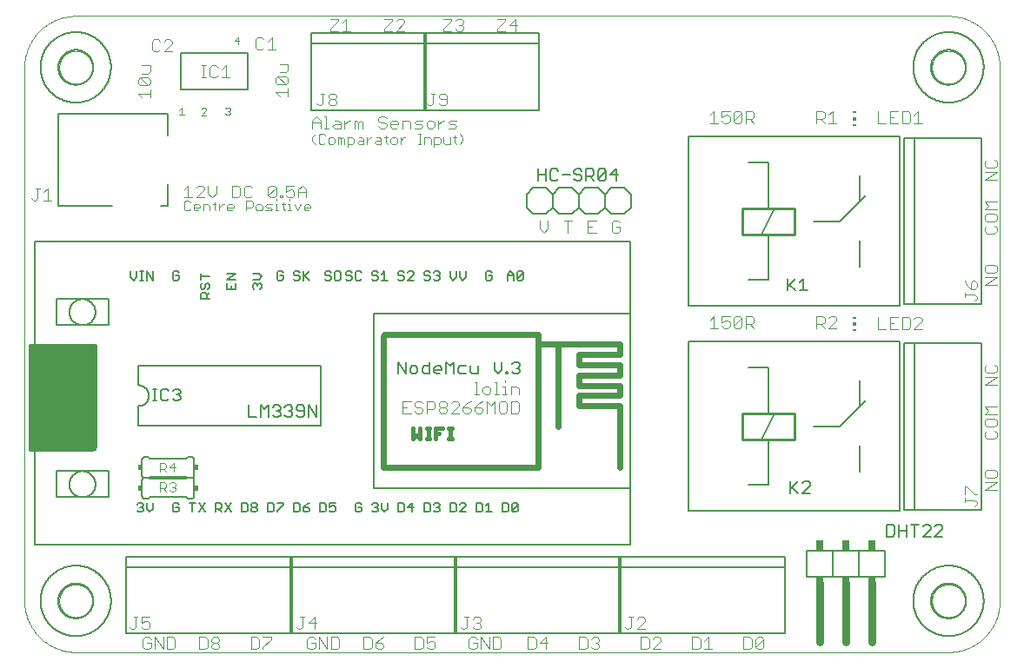
<source format=gto>
G75*
%MOIN*%
%OFA0B0*%
%FSLAX25Y25*%
%IPPOS*%
%LPD*%
%AMOC8*
5,1,8,0,0,1.08239X$1,22.5*
%
%ADD10C,0.00000*%
%ADD11C,0.00400*%
%ADD12C,0.00300*%
%ADD13C,0.00800*%
%ADD14C,0.00500*%
%ADD15C,0.02400*%
%ADD16C,0.01700*%
%ADD17C,0.01200*%
%ADD18C,0.00700*%
%ADD19C,0.00600*%
%ADD20C,0.01000*%
%ADD21R,0.01181X0.00591*%
%ADD22R,0.01181X0.01181*%
%ADD23C,0.03000*%
%ADD24R,0.03000X0.02000*%
%ADD25R,0.03000X0.04000*%
%ADD26R,0.01500X0.02000*%
D10*
X0023622Y0002016D02*
X0358268Y0002016D01*
X0351969Y0021701D02*
X0351971Y0021859D01*
X0351977Y0022017D01*
X0351987Y0022175D01*
X0352001Y0022333D01*
X0352019Y0022490D01*
X0352040Y0022647D01*
X0352066Y0022803D01*
X0352096Y0022959D01*
X0352129Y0023114D01*
X0352167Y0023267D01*
X0352208Y0023420D01*
X0352253Y0023572D01*
X0352302Y0023723D01*
X0352355Y0023872D01*
X0352411Y0024020D01*
X0352471Y0024166D01*
X0352535Y0024311D01*
X0352603Y0024454D01*
X0352674Y0024596D01*
X0352748Y0024736D01*
X0352826Y0024873D01*
X0352908Y0025009D01*
X0352992Y0025143D01*
X0353081Y0025274D01*
X0353172Y0025403D01*
X0353267Y0025530D01*
X0353364Y0025655D01*
X0353465Y0025777D01*
X0353569Y0025896D01*
X0353676Y0026013D01*
X0353786Y0026127D01*
X0353899Y0026238D01*
X0354014Y0026347D01*
X0354132Y0026452D01*
X0354253Y0026554D01*
X0354376Y0026654D01*
X0354502Y0026750D01*
X0354630Y0026843D01*
X0354760Y0026933D01*
X0354893Y0027019D01*
X0355028Y0027103D01*
X0355164Y0027182D01*
X0355303Y0027259D01*
X0355444Y0027331D01*
X0355586Y0027401D01*
X0355730Y0027466D01*
X0355876Y0027528D01*
X0356023Y0027586D01*
X0356172Y0027641D01*
X0356322Y0027692D01*
X0356473Y0027739D01*
X0356625Y0027782D01*
X0356778Y0027821D01*
X0356933Y0027857D01*
X0357088Y0027888D01*
X0357244Y0027916D01*
X0357400Y0027940D01*
X0357557Y0027960D01*
X0357715Y0027976D01*
X0357872Y0027988D01*
X0358031Y0027996D01*
X0358189Y0028000D01*
X0358347Y0028000D01*
X0358505Y0027996D01*
X0358664Y0027988D01*
X0358821Y0027976D01*
X0358979Y0027960D01*
X0359136Y0027940D01*
X0359292Y0027916D01*
X0359448Y0027888D01*
X0359603Y0027857D01*
X0359758Y0027821D01*
X0359911Y0027782D01*
X0360063Y0027739D01*
X0360214Y0027692D01*
X0360364Y0027641D01*
X0360513Y0027586D01*
X0360660Y0027528D01*
X0360806Y0027466D01*
X0360950Y0027401D01*
X0361092Y0027331D01*
X0361233Y0027259D01*
X0361372Y0027182D01*
X0361508Y0027103D01*
X0361643Y0027019D01*
X0361776Y0026933D01*
X0361906Y0026843D01*
X0362034Y0026750D01*
X0362160Y0026654D01*
X0362283Y0026554D01*
X0362404Y0026452D01*
X0362522Y0026347D01*
X0362637Y0026238D01*
X0362750Y0026127D01*
X0362860Y0026013D01*
X0362967Y0025896D01*
X0363071Y0025777D01*
X0363172Y0025655D01*
X0363269Y0025530D01*
X0363364Y0025403D01*
X0363455Y0025274D01*
X0363544Y0025143D01*
X0363628Y0025009D01*
X0363710Y0024873D01*
X0363788Y0024736D01*
X0363862Y0024596D01*
X0363933Y0024454D01*
X0364001Y0024311D01*
X0364065Y0024166D01*
X0364125Y0024020D01*
X0364181Y0023872D01*
X0364234Y0023723D01*
X0364283Y0023572D01*
X0364328Y0023420D01*
X0364369Y0023267D01*
X0364407Y0023114D01*
X0364440Y0022959D01*
X0364470Y0022803D01*
X0364496Y0022647D01*
X0364517Y0022490D01*
X0364535Y0022333D01*
X0364549Y0022175D01*
X0364559Y0022017D01*
X0364565Y0021859D01*
X0364567Y0021701D01*
X0364565Y0021543D01*
X0364559Y0021385D01*
X0364549Y0021227D01*
X0364535Y0021069D01*
X0364517Y0020912D01*
X0364496Y0020755D01*
X0364470Y0020599D01*
X0364440Y0020443D01*
X0364407Y0020288D01*
X0364369Y0020135D01*
X0364328Y0019982D01*
X0364283Y0019830D01*
X0364234Y0019679D01*
X0364181Y0019530D01*
X0364125Y0019382D01*
X0364065Y0019236D01*
X0364001Y0019091D01*
X0363933Y0018948D01*
X0363862Y0018806D01*
X0363788Y0018666D01*
X0363710Y0018529D01*
X0363628Y0018393D01*
X0363544Y0018259D01*
X0363455Y0018128D01*
X0363364Y0017999D01*
X0363269Y0017872D01*
X0363172Y0017747D01*
X0363071Y0017625D01*
X0362967Y0017506D01*
X0362860Y0017389D01*
X0362750Y0017275D01*
X0362637Y0017164D01*
X0362522Y0017055D01*
X0362404Y0016950D01*
X0362283Y0016848D01*
X0362160Y0016748D01*
X0362034Y0016652D01*
X0361906Y0016559D01*
X0361776Y0016469D01*
X0361643Y0016383D01*
X0361508Y0016299D01*
X0361372Y0016220D01*
X0361233Y0016143D01*
X0361092Y0016071D01*
X0360950Y0016001D01*
X0360806Y0015936D01*
X0360660Y0015874D01*
X0360513Y0015816D01*
X0360364Y0015761D01*
X0360214Y0015710D01*
X0360063Y0015663D01*
X0359911Y0015620D01*
X0359758Y0015581D01*
X0359603Y0015545D01*
X0359448Y0015514D01*
X0359292Y0015486D01*
X0359136Y0015462D01*
X0358979Y0015442D01*
X0358821Y0015426D01*
X0358664Y0015414D01*
X0358505Y0015406D01*
X0358347Y0015402D01*
X0358189Y0015402D01*
X0358031Y0015406D01*
X0357872Y0015414D01*
X0357715Y0015426D01*
X0357557Y0015442D01*
X0357400Y0015462D01*
X0357244Y0015486D01*
X0357088Y0015514D01*
X0356933Y0015545D01*
X0356778Y0015581D01*
X0356625Y0015620D01*
X0356473Y0015663D01*
X0356322Y0015710D01*
X0356172Y0015761D01*
X0356023Y0015816D01*
X0355876Y0015874D01*
X0355730Y0015936D01*
X0355586Y0016001D01*
X0355444Y0016071D01*
X0355303Y0016143D01*
X0355164Y0016220D01*
X0355028Y0016299D01*
X0354893Y0016383D01*
X0354760Y0016469D01*
X0354630Y0016559D01*
X0354502Y0016652D01*
X0354376Y0016748D01*
X0354253Y0016848D01*
X0354132Y0016950D01*
X0354014Y0017055D01*
X0353899Y0017164D01*
X0353786Y0017275D01*
X0353676Y0017389D01*
X0353569Y0017506D01*
X0353465Y0017625D01*
X0353364Y0017747D01*
X0353267Y0017872D01*
X0353172Y0017999D01*
X0353081Y0018128D01*
X0352992Y0018259D01*
X0352908Y0018393D01*
X0352826Y0018529D01*
X0352748Y0018666D01*
X0352674Y0018806D01*
X0352603Y0018948D01*
X0352535Y0019091D01*
X0352471Y0019236D01*
X0352411Y0019382D01*
X0352355Y0019530D01*
X0352302Y0019679D01*
X0352253Y0019830D01*
X0352208Y0019982D01*
X0352167Y0020135D01*
X0352129Y0020288D01*
X0352096Y0020443D01*
X0352066Y0020599D01*
X0352040Y0020755D01*
X0352019Y0020912D01*
X0352001Y0021069D01*
X0351987Y0021227D01*
X0351977Y0021385D01*
X0351971Y0021543D01*
X0351969Y0021701D01*
X0358268Y0002016D02*
X0358744Y0002022D01*
X0359219Y0002039D01*
X0359694Y0002068D01*
X0360168Y0002108D01*
X0360641Y0002160D01*
X0361112Y0002223D01*
X0361582Y0002297D01*
X0362050Y0002383D01*
X0362516Y0002480D01*
X0362979Y0002588D01*
X0363439Y0002707D01*
X0363897Y0002838D01*
X0364351Y0002979D01*
X0364802Y0003132D01*
X0365248Y0003295D01*
X0365691Y0003469D01*
X0366129Y0003654D01*
X0366563Y0003849D01*
X0366992Y0004055D01*
X0367416Y0004271D01*
X0367835Y0004497D01*
X0368248Y0004733D01*
X0368655Y0004979D01*
X0369056Y0005235D01*
X0369450Y0005501D01*
X0369839Y0005776D01*
X0370220Y0006060D01*
X0370594Y0006353D01*
X0370962Y0006655D01*
X0371322Y0006967D01*
X0371674Y0007286D01*
X0372018Y0007614D01*
X0372355Y0007951D01*
X0372683Y0008295D01*
X0373002Y0008647D01*
X0373314Y0009007D01*
X0373616Y0009375D01*
X0373909Y0009749D01*
X0374193Y0010130D01*
X0374468Y0010519D01*
X0374734Y0010913D01*
X0374990Y0011314D01*
X0375236Y0011721D01*
X0375472Y0012134D01*
X0375698Y0012553D01*
X0375914Y0012977D01*
X0376120Y0013406D01*
X0376315Y0013840D01*
X0376500Y0014278D01*
X0376674Y0014721D01*
X0376837Y0015167D01*
X0376990Y0015618D01*
X0377131Y0016072D01*
X0377262Y0016530D01*
X0377381Y0016990D01*
X0377489Y0017453D01*
X0377586Y0017919D01*
X0377672Y0018387D01*
X0377746Y0018857D01*
X0377809Y0019328D01*
X0377861Y0019801D01*
X0377901Y0020275D01*
X0377930Y0020750D01*
X0377947Y0021225D01*
X0377953Y0021701D01*
X0377953Y0226425D01*
X0351969Y0226425D02*
X0351971Y0226583D01*
X0351977Y0226741D01*
X0351987Y0226899D01*
X0352001Y0227057D01*
X0352019Y0227214D01*
X0352040Y0227371D01*
X0352066Y0227527D01*
X0352096Y0227683D01*
X0352129Y0227838D01*
X0352167Y0227991D01*
X0352208Y0228144D01*
X0352253Y0228296D01*
X0352302Y0228447D01*
X0352355Y0228596D01*
X0352411Y0228744D01*
X0352471Y0228890D01*
X0352535Y0229035D01*
X0352603Y0229178D01*
X0352674Y0229320D01*
X0352748Y0229460D01*
X0352826Y0229597D01*
X0352908Y0229733D01*
X0352992Y0229867D01*
X0353081Y0229998D01*
X0353172Y0230127D01*
X0353267Y0230254D01*
X0353364Y0230379D01*
X0353465Y0230501D01*
X0353569Y0230620D01*
X0353676Y0230737D01*
X0353786Y0230851D01*
X0353899Y0230962D01*
X0354014Y0231071D01*
X0354132Y0231176D01*
X0354253Y0231278D01*
X0354376Y0231378D01*
X0354502Y0231474D01*
X0354630Y0231567D01*
X0354760Y0231657D01*
X0354893Y0231743D01*
X0355028Y0231827D01*
X0355164Y0231906D01*
X0355303Y0231983D01*
X0355444Y0232055D01*
X0355586Y0232125D01*
X0355730Y0232190D01*
X0355876Y0232252D01*
X0356023Y0232310D01*
X0356172Y0232365D01*
X0356322Y0232416D01*
X0356473Y0232463D01*
X0356625Y0232506D01*
X0356778Y0232545D01*
X0356933Y0232581D01*
X0357088Y0232612D01*
X0357244Y0232640D01*
X0357400Y0232664D01*
X0357557Y0232684D01*
X0357715Y0232700D01*
X0357872Y0232712D01*
X0358031Y0232720D01*
X0358189Y0232724D01*
X0358347Y0232724D01*
X0358505Y0232720D01*
X0358664Y0232712D01*
X0358821Y0232700D01*
X0358979Y0232684D01*
X0359136Y0232664D01*
X0359292Y0232640D01*
X0359448Y0232612D01*
X0359603Y0232581D01*
X0359758Y0232545D01*
X0359911Y0232506D01*
X0360063Y0232463D01*
X0360214Y0232416D01*
X0360364Y0232365D01*
X0360513Y0232310D01*
X0360660Y0232252D01*
X0360806Y0232190D01*
X0360950Y0232125D01*
X0361092Y0232055D01*
X0361233Y0231983D01*
X0361372Y0231906D01*
X0361508Y0231827D01*
X0361643Y0231743D01*
X0361776Y0231657D01*
X0361906Y0231567D01*
X0362034Y0231474D01*
X0362160Y0231378D01*
X0362283Y0231278D01*
X0362404Y0231176D01*
X0362522Y0231071D01*
X0362637Y0230962D01*
X0362750Y0230851D01*
X0362860Y0230737D01*
X0362967Y0230620D01*
X0363071Y0230501D01*
X0363172Y0230379D01*
X0363269Y0230254D01*
X0363364Y0230127D01*
X0363455Y0229998D01*
X0363544Y0229867D01*
X0363628Y0229733D01*
X0363710Y0229597D01*
X0363788Y0229460D01*
X0363862Y0229320D01*
X0363933Y0229178D01*
X0364001Y0229035D01*
X0364065Y0228890D01*
X0364125Y0228744D01*
X0364181Y0228596D01*
X0364234Y0228447D01*
X0364283Y0228296D01*
X0364328Y0228144D01*
X0364369Y0227991D01*
X0364407Y0227838D01*
X0364440Y0227683D01*
X0364470Y0227527D01*
X0364496Y0227371D01*
X0364517Y0227214D01*
X0364535Y0227057D01*
X0364549Y0226899D01*
X0364559Y0226741D01*
X0364565Y0226583D01*
X0364567Y0226425D01*
X0364565Y0226267D01*
X0364559Y0226109D01*
X0364549Y0225951D01*
X0364535Y0225793D01*
X0364517Y0225636D01*
X0364496Y0225479D01*
X0364470Y0225323D01*
X0364440Y0225167D01*
X0364407Y0225012D01*
X0364369Y0224859D01*
X0364328Y0224706D01*
X0364283Y0224554D01*
X0364234Y0224403D01*
X0364181Y0224254D01*
X0364125Y0224106D01*
X0364065Y0223960D01*
X0364001Y0223815D01*
X0363933Y0223672D01*
X0363862Y0223530D01*
X0363788Y0223390D01*
X0363710Y0223253D01*
X0363628Y0223117D01*
X0363544Y0222983D01*
X0363455Y0222852D01*
X0363364Y0222723D01*
X0363269Y0222596D01*
X0363172Y0222471D01*
X0363071Y0222349D01*
X0362967Y0222230D01*
X0362860Y0222113D01*
X0362750Y0221999D01*
X0362637Y0221888D01*
X0362522Y0221779D01*
X0362404Y0221674D01*
X0362283Y0221572D01*
X0362160Y0221472D01*
X0362034Y0221376D01*
X0361906Y0221283D01*
X0361776Y0221193D01*
X0361643Y0221107D01*
X0361508Y0221023D01*
X0361372Y0220944D01*
X0361233Y0220867D01*
X0361092Y0220795D01*
X0360950Y0220725D01*
X0360806Y0220660D01*
X0360660Y0220598D01*
X0360513Y0220540D01*
X0360364Y0220485D01*
X0360214Y0220434D01*
X0360063Y0220387D01*
X0359911Y0220344D01*
X0359758Y0220305D01*
X0359603Y0220269D01*
X0359448Y0220238D01*
X0359292Y0220210D01*
X0359136Y0220186D01*
X0358979Y0220166D01*
X0358821Y0220150D01*
X0358664Y0220138D01*
X0358505Y0220130D01*
X0358347Y0220126D01*
X0358189Y0220126D01*
X0358031Y0220130D01*
X0357872Y0220138D01*
X0357715Y0220150D01*
X0357557Y0220166D01*
X0357400Y0220186D01*
X0357244Y0220210D01*
X0357088Y0220238D01*
X0356933Y0220269D01*
X0356778Y0220305D01*
X0356625Y0220344D01*
X0356473Y0220387D01*
X0356322Y0220434D01*
X0356172Y0220485D01*
X0356023Y0220540D01*
X0355876Y0220598D01*
X0355730Y0220660D01*
X0355586Y0220725D01*
X0355444Y0220795D01*
X0355303Y0220867D01*
X0355164Y0220944D01*
X0355028Y0221023D01*
X0354893Y0221107D01*
X0354760Y0221193D01*
X0354630Y0221283D01*
X0354502Y0221376D01*
X0354376Y0221472D01*
X0354253Y0221572D01*
X0354132Y0221674D01*
X0354014Y0221779D01*
X0353899Y0221888D01*
X0353786Y0221999D01*
X0353676Y0222113D01*
X0353569Y0222230D01*
X0353465Y0222349D01*
X0353364Y0222471D01*
X0353267Y0222596D01*
X0353172Y0222723D01*
X0353081Y0222852D01*
X0352992Y0222983D01*
X0352908Y0223117D01*
X0352826Y0223253D01*
X0352748Y0223390D01*
X0352674Y0223530D01*
X0352603Y0223672D01*
X0352535Y0223815D01*
X0352471Y0223960D01*
X0352411Y0224106D01*
X0352355Y0224254D01*
X0352302Y0224403D01*
X0352253Y0224554D01*
X0352208Y0224706D01*
X0352167Y0224859D01*
X0352129Y0225012D01*
X0352096Y0225167D01*
X0352066Y0225323D01*
X0352040Y0225479D01*
X0352019Y0225636D01*
X0352001Y0225793D01*
X0351987Y0225951D01*
X0351977Y0226109D01*
X0351971Y0226267D01*
X0351969Y0226425D01*
X0358268Y0246110D02*
X0358744Y0246104D01*
X0359219Y0246087D01*
X0359694Y0246058D01*
X0360168Y0246018D01*
X0360641Y0245966D01*
X0361112Y0245903D01*
X0361582Y0245829D01*
X0362050Y0245743D01*
X0362516Y0245646D01*
X0362979Y0245538D01*
X0363439Y0245419D01*
X0363897Y0245288D01*
X0364351Y0245147D01*
X0364802Y0244994D01*
X0365248Y0244831D01*
X0365691Y0244657D01*
X0366129Y0244472D01*
X0366563Y0244277D01*
X0366992Y0244071D01*
X0367416Y0243855D01*
X0367835Y0243629D01*
X0368248Y0243393D01*
X0368655Y0243147D01*
X0369056Y0242891D01*
X0369450Y0242625D01*
X0369839Y0242350D01*
X0370220Y0242066D01*
X0370594Y0241773D01*
X0370962Y0241471D01*
X0371322Y0241159D01*
X0371674Y0240840D01*
X0372018Y0240512D01*
X0372355Y0240175D01*
X0372683Y0239831D01*
X0373002Y0239479D01*
X0373314Y0239119D01*
X0373616Y0238751D01*
X0373909Y0238377D01*
X0374193Y0237996D01*
X0374468Y0237607D01*
X0374734Y0237213D01*
X0374990Y0236812D01*
X0375236Y0236405D01*
X0375472Y0235992D01*
X0375698Y0235573D01*
X0375914Y0235149D01*
X0376120Y0234720D01*
X0376315Y0234286D01*
X0376500Y0233848D01*
X0376674Y0233405D01*
X0376837Y0232959D01*
X0376990Y0232508D01*
X0377131Y0232054D01*
X0377262Y0231596D01*
X0377381Y0231136D01*
X0377489Y0230673D01*
X0377586Y0230207D01*
X0377672Y0229739D01*
X0377746Y0229269D01*
X0377809Y0228798D01*
X0377861Y0228325D01*
X0377901Y0227851D01*
X0377930Y0227376D01*
X0377947Y0226901D01*
X0377953Y0226425D01*
X0358268Y0246110D02*
X0023622Y0246110D01*
X0017323Y0226425D02*
X0017325Y0226583D01*
X0017331Y0226741D01*
X0017341Y0226899D01*
X0017355Y0227057D01*
X0017373Y0227214D01*
X0017394Y0227371D01*
X0017420Y0227527D01*
X0017450Y0227683D01*
X0017483Y0227838D01*
X0017521Y0227991D01*
X0017562Y0228144D01*
X0017607Y0228296D01*
X0017656Y0228447D01*
X0017709Y0228596D01*
X0017765Y0228744D01*
X0017825Y0228890D01*
X0017889Y0229035D01*
X0017957Y0229178D01*
X0018028Y0229320D01*
X0018102Y0229460D01*
X0018180Y0229597D01*
X0018262Y0229733D01*
X0018346Y0229867D01*
X0018435Y0229998D01*
X0018526Y0230127D01*
X0018621Y0230254D01*
X0018718Y0230379D01*
X0018819Y0230501D01*
X0018923Y0230620D01*
X0019030Y0230737D01*
X0019140Y0230851D01*
X0019253Y0230962D01*
X0019368Y0231071D01*
X0019486Y0231176D01*
X0019607Y0231278D01*
X0019730Y0231378D01*
X0019856Y0231474D01*
X0019984Y0231567D01*
X0020114Y0231657D01*
X0020247Y0231743D01*
X0020382Y0231827D01*
X0020518Y0231906D01*
X0020657Y0231983D01*
X0020798Y0232055D01*
X0020940Y0232125D01*
X0021084Y0232190D01*
X0021230Y0232252D01*
X0021377Y0232310D01*
X0021526Y0232365D01*
X0021676Y0232416D01*
X0021827Y0232463D01*
X0021979Y0232506D01*
X0022132Y0232545D01*
X0022287Y0232581D01*
X0022442Y0232612D01*
X0022598Y0232640D01*
X0022754Y0232664D01*
X0022911Y0232684D01*
X0023069Y0232700D01*
X0023226Y0232712D01*
X0023385Y0232720D01*
X0023543Y0232724D01*
X0023701Y0232724D01*
X0023859Y0232720D01*
X0024018Y0232712D01*
X0024175Y0232700D01*
X0024333Y0232684D01*
X0024490Y0232664D01*
X0024646Y0232640D01*
X0024802Y0232612D01*
X0024957Y0232581D01*
X0025112Y0232545D01*
X0025265Y0232506D01*
X0025417Y0232463D01*
X0025568Y0232416D01*
X0025718Y0232365D01*
X0025867Y0232310D01*
X0026014Y0232252D01*
X0026160Y0232190D01*
X0026304Y0232125D01*
X0026446Y0232055D01*
X0026587Y0231983D01*
X0026726Y0231906D01*
X0026862Y0231827D01*
X0026997Y0231743D01*
X0027130Y0231657D01*
X0027260Y0231567D01*
X0027388Y0231474D01*
X0027514Y0231378D01*
X0027637Y0231278D01*
X0027758Y0231176D01*
X0027876Y0231071D01*
X0027991Y0230962D01*
X0028104Y0230851D01*
X0028214Y0230737D01*
X0028321Y0230620D01*
X0028425Y0230501D01*
X0028526Y0230379D01*
X0028623Y0230254D01*
X0028718Y0230127D01*
X0028809Y0229998D01*
X0028898Y0229867D01*
X0028982Y0229733D01*
X0029064Y0229597D01*
X0029142Y0229460D01*
X0029216Y0229320D01*
X0029287Y0229178D01*
X0029355Y0229035D01*
X0029419Y0228890D01*
X0029479Y0228744D01*
X0029535Y0228596D01*
X0029588Y0228447D01*
X0029637Y0228296D01*
X0029682Y0228144D01*
X0029723Y0227991D01*
X0029761Y0227838D01*
X0029794Y0227683D01*
X0029824Y0227527D01*
X0029850Y0227371D01*
X0029871Y0227214D01*
X0029889Y0227057D01*
X0029903Y0226899D01*
X0029913Y0226741D01*
X0029919Y0226583D01*
X0029921Y0226425D01*
X0029919Y0226267D01*
X0029913Y0226109D01*
X0029903Y0225951D01*
X0029889Y0225793D01*
X0029871Y0225636D01*
X0029850Y0225479D01*
X0029824Y0225323D01*
X0029794Y0225167D01*
X0029761Y0225012D01*
X0029723Y0224859D01*
X0029682Y0224706D01*
X0029637Y0224554D01*
X0029588Y0224403D01*
X0029535Y0224254D01*
X0029479Y0224106D01*
X0029419Y0223960D01*
X0029355Y0223815D01*
X0029287Y0223672D01*
X0029216Y0223530D01*
X0029142Y0223390D01*
X0029064Y0223253D01*
X0028982Y0223117D01*
X0028898Y0222983D01*
X0028809Y0222852D01*
X0028718Y0222723D01*
X0028623Y0222596D01*
X0028526Y0222471D01*
X0028425Y0222349D01*
X0028321Y0222230D01*
X0028214Y0222113D01*
X0028104Y0221999D01*
X0027991Y0221888D01*
X0027876Y0221779D01*
X0027758Y0221674D01*
X0027637Y0221572D01*
X0027514Y0221472D01*
X0027388Y0221376D01*
X0027260Y0221283D01*
X0027130Y0221193D01*
X0026997Y0221107D01*
X0026862Y0221023D01*
X0026726Y0220944D01*
X0026587Y0220867D01*
X0026446Y0220795D01*
X0026304Y0220725D01*
X0026160Y0220660D01*
X0026014Y0220598D01*
X0025867Y0220540D01*
X0025718Y0220485D01*
X0025568Y0220434D01*
X0025417Y0220387D01*
X0025265Y0220344D01*
X0025112Y0220305D01*
X0024957Y0220269D01*
X0024802Y0220238D01*
X0024646Y0220210D01*
X0024490Y0220186D01*
X0024333Y0220166D01*
X0024175Y0220150D01*
X0024018Y0220138D01*
X0023859Y0220130D01*
X0023701Y0220126D01*
X0023543Y0220126D01*
X0023385Y0220130D01*
X0023226Y0220138D01*
X0023069Y0220150D01*
X0022911Y0220166D01*
X0022754Y0220186D01*
X0022598Y0220210D01*
X0022442Y0220238D01*
X0022287Y0220269D01*
X0022132Y0220305D01*
X0021979Y0220344D01*
X0021827Y0220387D01*
X0021676Y0220434D01*
X0021526Y0220485D01*
X0021377Y0220540D01*
X0021230Y0220598D01*
X0021084Y0220660D01*
X0020940Y0220725D01*
X0020798Y0220795D01*
X0020657Y0220867D01*
X0020518Y0220944D01*
X0020382Y0221023D01*
X0020247Y0221107D01*
X0020114Y0221193D01*
X0019984Y0221283D01*
X0019856Y0221376D01*
X0019730Y0221472D01*
X0019607Y0221572D01*
X0019486Y0221674D01*
X0019368Y0221779D01*
X0019253Y0221888D01*
X0019140Y0221999D01*
X0019030Y0222113D01*
X0018923Y0222230D01*
X0018819Y0222349D01*
X0018718Y0222471D01*
X0018621Y0222596D01*
X0018526Y0222723D01*
X0018435Y0222852D01*
X0018346Y0222983D01*
X0018262Y0223117D01*
X0018180Y0223253D01*
X0018102Y0223390D01*
X0018028Y0223530D01*
X0017957Y0223672D01*
X0017889Y0223815D01*
X0017825Y0223960D01*
X0017765Y0224106D01*
X0017709Y0224254D01*
X0017656Y0224403D01*
X0017607Y0224554D01*
X0017562Y0224706D01*
X0017521Y0224859D01*
X0017483Y0225012D01*
X0017450Y0225167D01*
X0017420Y0225323D01*
X0017394Y0225479D01*
X0017373Y0225636D01*
X0017355Y0225793D01*
X0017341Y0225951D01*
X0017331Y0226109D01*
X0017325Y0226267D01*
X0017323Y0226425D01*
X0003937Y0226425D02*
X0003943Y0226901D01*
X0003960Y0227376D01*
X0003989Y0227851D01*
X0004029Y0228325D01*
X0004081Y0228798D01*
X0004144Y0229269D01*
X0004218Y0229739D01*
X0004304Y0230207D01*
X0004401Y0230673D01*
X0004509Y0231136D01*
X0004628Y0231596D01*
X0004759Y0232054D01*
X0004900Y0232508D01*
X0005053Y0232959D01*
X0005216Y0233405D01*
X0005390Y0233848D01*
X0005575Y0234286D01*
X0005770Y0234720D01*
X0005976Y0235149D01*
X0006192Y0235573D01*
X0006418Y0235992D01*
X0006654Y0236405D01*
X0006900Y0236812D01*
X0007156Y0237213D01*
X0007422Y0237607D01*
X0007697Y0237996D01*
X0007981Y0238377D01*
X0008274Y0238751D01*
X0008576Y0239119D01*
X0008888Y0239479D01*
X0009207Y0239831D01*
X0009535Y0240175D01*
X0009872Y0240512D01*
X0010216Y0240840D01*
X0010568Y0241159D01*
X0010928Y0241471D01*
X0011296Y0241773D01*
X0011670Y0242066D01*
X0012051Y0242350D01*
X0012440Y0242625D01*
X0012834Y0242891D01*
X0013235Y0243147D01*
X0013642Y0243393D01*
X0014055Y0243629D01*
X0014474Y0243855D01*
X0014898Y0244071D01*
X0015327Y0244277D01*
X0015761Y0244472D01*
X0016199Y0244657D01*
X0016642Y0244831D01*
X0017088Y0244994D01*
X0017539Y0245147D01*
X0017993Y0245288D01*
X0018451Y0245419D01*
X0018911Y0245538D01*
X0019374Y0245646D01*
X0019840Y0245743D01*
X0020308Y0245829D01*
X0020778Y0245903D01*
X0021249Y0245966D01*
X0021722Y0246018D01*
X0022196Y0246058D01*
X0022671Y0246087D01*
X0023146Y0246104D01*
X0023622Y0246110D01*
X0003937Y0226425D02*
X0003937Y0021701D01*
X0017323Y0021701D02*
X0017325Y0021859D01*
X0017331Y0022017D01*
X0017341Y0022175D01*
X0017355Y0022333D01*
X0017373Y0022490D01*
X0017394Y0022647D01*
X0017420Y0022803D01*
X0017450Y0022959D01*
X0017483Y0023114D01*
X0017521Y0023267D01*
X0017562Y0023420D01*
X0017607Y0023572D01*
X0017656Y0023723D01*
X0017709Y0023872D01*
X0017765Y0024020D01*
X0017825Y0024166D01*
X0017889Y0024311D01*
X0017957Y0024454D01*
X0018028Y0024596D01*
X0018102Y0024736D01*
X0018180Y0024873D01*
X0018262Y0025009D01*
X0018346Y0025143D01*
X0018435Y0025274D01*
X0018526Y0025403D01*
X0018621Y0025530D01*
X0018718Y0025655D01*
X0018819Y0025777D01*
X0018923Y0025896D01*
X0019030Y0026013D01*
X0019140Y0026127D01*
X0019253Y0026238D01*
X0019368Y0026347D01*
X0019486Y0026452D01*
X0019607Y0026554D01*
X0019730Y0026654D01*
X0019856Y0026750D01*
X0019984Y0026843D01*
X0020114Y0026933D01*
X0020247Y0027019D01*
X0020382Y0027103D01*
X0020518Y0027182D01*
X0020657Y0027259D01*
X0020798Y0027331D01*
X0020940Y0027401D01*
X0021084Y0027466D01*
X0021230Y0027528D01*
X0021377Y0027586D01*
X0021526Y0027641D01*
X0021676Y0027692D01*
X0021827Y0027739D01*
X0021979Y0027782D01*
X0022132Y0027821D01*
X0022287Y0027857D01*
X0022442Y0027888D01*
X0022598Y0027916D01*
X0022754Y0027940D01*
X0022911Y0027960D01*
X0023069Y0027976D01*
X0023226Y0027988D01*
X0023385Y0027996D01*
X0023543Y0028000D01*
X0023701Y0028000D01*
X0023859Y0027996D01*
X0024018Y0027988D01*
X0024175Y0027976D01*
X0024333Y0027960D01*
X0024490Y0027940D01*
X0024646Y0027916D01*
X0024802Y0027888D01*
X0024957Y0027857D01*
X0025112Y0027821D01*
X0025265Y0027782D01*
X0025417Y0027739D01*
X0025568Y0027692D01*
X0025718Y0027641D01*
X0025867Y0027586D01*
X0026014Y0027528D01*
X0026160Y0027466D01*
X0026304Y0027401D01*
X0026446Y0027331D01*
X0026587Y0027259D01*
X0026726Y0027182D01*
X0026862Y0027103D01*
X0026997Y0027019D01*
X0027130Y0026933D01*
X0027260Y0026843D01*
X0027388Y0026750D01*
X0027514Y0026654D01*
X0027637Y0026554D01*
X0027758Y0026452D01*
X0027876Y0026347D01*
X0027991Y0026238D01*
X0028104Y0026127D01*
X0028214Y0026013D01*
X0028321Y0025896D01*
X0028425Y0025777D01*
X0028526Y0025655D01*
X0028623Y0025530D01*
X0028718Y0025403D01*
X0028809Y0025274D01*
X0028898Y0025143D01*
X0028982Y0025009D01*
X0029064Y0024873D01*
X0029142Y0024736D01*
X0029216Y0024596D01*
X0029287Y0024454D01*
X0029355Y0024311D01*
X0029419Y0024166D01*
X0029479Y0024020D01*
X0029535Y0023872D01*
X0029588Y0023723D01*
X0029637Y0023572D01*
X0029682Y0023420D01*
X0029723Y0023267D01*
X0029761Y0023114D01*
X0029794Y0022959D01*
X0029824Y0022803D01*
X0029850Y0022647D01*
X0029871Y0022490D01*
X0029889Y0022333D01*
X0029903Y0022175D01*
X0029913Y0022017D01*
X0029919Y0021859D01*
X0029921Y0021701D01*
X0029919Y0021543D01*
X0029913Y0021385D01*
X0029903Y0021227D01*
X0029889Y0021069D01*
X0029871Y0020912D01*
X0029850Y0020755D01*
X0029824Y0020599D01*
X0029794Y0020443D01*
X0029761Y0020288D01*
X0029723Y0020135D01*
X0029682Y0019982D01*
X0029637Y0019830D01*
X0029588Y0019679D01*
X0029535Y0019530D01*
X0029479Y0019382D01*
X0029419Y0019236D01*
X0029355Y0019091D01*
X0029287Y0018948D01*
X0029216Y0018806D01*
X0029142Y0018666D01*
X0029064Y0018529D01*
X0028982Y0018393D01*
X0028898Y0018259D01*
X0028809Y0018128D01*
X0028718Y0017999D01*
X0028623Y0017872D01*
X0028526Y0017747D01*
X0028425Y0017625D01*
X0028321Y0017506D01*
X0028214Y0017389D01*
X0028104Y0017275D01*
X0027991Y0017164D01*
X0027876Y0017055D01*
X0027758Y0016950D01*
X0027637Y0016848D01*
X0027514Y0016748D01*
X0027388Y0016652D01*
X0027260Y0016559D01*
X0027130Y0016469D01*
X0026997Y0016383D01*
X0026862Y0016299D01*
X0026726Y0016220D01*
X0026587Y0016143D01*
X0026446Y0016071D01*
X0026304Y0016001D01*
X0026160Y0015936D01*
X0026014Y0015874D01*
X0025867Y0015816D01*
X0025718Y0015761D01*
X0025568Y0015710D01*
X0025417Y0015663D01*
X0025265Y0015620D01*
X0025112Y0015581D01*
X0024957Y0015545D01*
X0024802Y0015514D01*
X0024646Y0015486D01*
X0024490Y0015462D01*
X0024333Y0015442D01*
X0024175Y0015426D01*
X0024018Y0015414D01*
X0023859Y0015406D01*
X0023701Y0015402D01*
X0023543Y0015402D01*
X0023385Y0015406D01*
X0023226Y0015414D01*
X0023069Y0015426D01*
X0022911Y0015442D01*
X0022754Y0015462D01*
X0022598Y0015486D01*
X0022442Y0015514D01*
X0022287Y0015545D01*
X0022132Y0015581D01*
X0021979Y0015620D01*
X0021827Y0015663D01*
X0021676Y0015710D01*
X0021526Y0015761D01*
X0021377Y0015816D01*
X0021230Y0015874D01*
X0021084Y0015936D01*
X0020940Y0016001D01*
X0020798Y0016071D01*
X0020657Y0016143D01*
X0020518Y0016220D01*
X0020382Y0016299D01*
X0020247Y0016383D01*
X0020114Y0016469D01*
X0019984Y0016559D01*
X0019856Y0016652D01*
X0019730Y0016748D01*
X0019607Y0016848D01*
X0019486Y0016950D01*
X0019368Y0017055D01*
X0019253Y0017164D01*
X0019140Y0017275D01*
X0019030Y0017389D01*
X0018923Y0017506D01*
X0018819Y0017625D01*
X0018718Y0017747D01*
X0018621Y0017872D01*
X0018526Y0017999D01*
X0018435Y0018128D01*
X0018346Y0018259D01*
X0018262Y0018393D01*
X0018180Y0018529D01*
X0018102Y0018666D01*
X0018028Y0018806D01*
X0017957Y0018948D01*
X0017889Y0019091D01*
X0017825Y0019236D01*
X0017765Y0019382D01*
X0017709Y0019530D01*
X0017656Y0019679D01*
X0017607Y0019830D01*
X0017562Y0019982D01*
X0017521Y0020135D01*
X0017483Y0020288D01*
X0017450Y0020443D01*
X0017420Y0020599D01*
X0017394Y0020755D01*
X0017373Y0020912D01*
X0017355Y0021069D01*
X0017341Y0021227D01*
X0017331Y0021385D01*
X0017325Y0021543D01*
X0017323Y0021701D01*
X0003937Y0021701D02*
X0003943Y0021225D01*
X0003960Y0020750D01*
X0003989Y0020275D01*
X0004029Y0019801D01*
X0004081Y0019328D01*
X0004144Y0018857D01*
X0004218Y0018387D01*
X0004304Y0017919D01*
X0004401Y0017453D01*
X0004509Y0016990D01*
X0004628Y0016530D01*
X0004759Y0016072D01*
X0004900Y0015618D01*
X0005053Y0015167D01*
X0005216Y0014721D01*
X0005390Y0014278D01*
X0005575Y0013840D01*
X0005770Y0013406D01*
X0005976Y0012977D01*
X0006192Y0012553D01*
X0006418Y0012134D01*
X0006654Y0011721D01*
X0006900Y0011314D01*
X0007156Y0010913D01*
X0007422Y0010519D01*
X0007697Y0010130D01*
X0007981Y0009749D01*
X0008274Y0009375D01*
X0008576Y0009007D01*
X0008888Y0008647D01*
X0009207Y0008295D01*
X0009535Y0007951D01*
X0009872Y0007614D01*
X0010216Y0007286D01*
X0010568Y0006967D01*
X0010928Y0006655D01*
X0011296Y0006353D01*
X0011670Y0006060D01*
X0012051Y0005776D01*
X0012440Y0005501D01*
X0012834Y0005235D01*
X0013235Y0004979D01*
X0013642Y0004733D01*
X0014055Y0004497D01*
X0014474Y0004271D01*
X0014898Y0004055D01*
X0015327Y0003849D01*
X0015761Y0003654D01*
X0016199Y0003469D01*
X0016642Y0003295D01*
X0017088Y0003132D01*
X0017539Y0002979D01*
X0017993Y0002838D01*
X0018451Y0002707D01*
X0018911Y0002588D01*
X0019374Y0002480D01*
X0019840Y0002383D01*
X0020308Y0002297D01*
X0020778Y0002223D01*
X0021249Y0002160D01*
X0021722Y0002108D01*
X0022196Y0002068D01*
X0022671Y0002039D01*
X0023146Y0002022D01*
X0023622Y0002016D01*
D11*
X0044220Y0011605D02*
X0044988Y0010838D01*
X0045755Y0010838D01*
X0046522Y0011605D01*
X0046522Y0015442D01*
X0045755Y0015442D02*
X0047290Y0015442D01*
X0048824Y0015442D02*
X0048824Y0013140D01*
X0050359Y0013907D01*
X0051126Y0013907D01*
X0051894Y0013140D01*
X0051894Y0011605D01*
X0051126Y0010838D01*
X0049592Y0010838D01*
X0048824Y0011605D01*
X0050180Y0007804D02*
X0049413Y0007037D01*
X0049413Y0003967D01*
X0050180Y0003200D01*
X0051715Y0003200D01*
X0052482Y0003967D01*
X0052482Y0005502D01*
X0050947Y0005502D01*
X0052482Y0007037D02*
X0051715Y0007804D01*
X0050180Y0007804D01*
X0054017Y0007804D02*
X0057086Y0003200D01*
X0057086Y0007804D01*
X0058620Y0007804D02*
X0060922Y0007804D01*
X0061690Y0007037D01*
X0061690Y0003967D01*
X0060922Y0003200D01*
X0058620Y0003200D01*
X0058620Y0007804D01*
X0054017Y0007804D02*
X0054017Y0003200D01*
X0071066Y0003200D02*
X0073368Y0003200D01*
X0074135Y0003967D01*
X0074135Y0007037D01*
X0073368Y0007804D01*
X0071066Y0007804D01*
X0071066Y0003200D01*
X0075670Y0003967D02*
X0075670Y0004735D01*
X0076437Y0005502D01*
X0077972Y0005502D01*
X0078739Y0004735D01*
X0078739Y0003967D01*
X0077972Y0003200D01*
X0076437Y0003200D01*
X0075670Y0003967D01*
X0076437Y0005502D02*
X0075670Y0006269D01*
X0075670Y0007037D01*
X0076437Y0007804D01*
X0077972Y0007804D01*
X0078739Y0007037D01*
X0078739Y0006269D01*
X0077972Y0005502D01*
X0090751Y0007804D02*
X0090751Y0003200D01*
X0093053Y0003200D01*
X0093820Y0003967D01*
X0093820Y0007037D01*
X0093053Y0007804D01*
X0090751Y0007804D01*
X0095355Y0007804D02*
X0098424Y0007804D01*
X0098424Y0007037D01*
X0095355Y0003967D01*
X0095355Y0003200D01*
X0108197Y0011605D02*
X0108964Y0010838D01*
X0109731Y0010838D01*
X0110499Y0011605D01*
X0110499Y0015442D01*
X0111266Y0015442D02*
X0109731Y0015442D01*
X0112801Y0013140D02*
X0115870Y0013140D01*
X0115103Y0010838D02*
X0115103Y0015442D01*
X0112801Y0013140D01*
X0113172Y0007804D02*
X0112405Y0007037D01*
X0112405Y0003967D01*
X0113172Y0003200D01*
X0114707Y0003200D01*
X0115474Y0003967D01*
X0115474Y0005502D01*
X0113939Y0005502D01*
X0115474Y0007037D02*
X0114707Y0007804D01*
X0113172Y0007804D01*
X0117009Y0007804D02*
X0120078Y0003200D01*
X0120078Y0007804D01*
X0121613Y0007804D02*
X0123915Y0007804D01*
X0124682Y0007037D01*
X0124682Y0003967D01*
X0123915Y0003200D01*
X0121613Y0003200D01*
X0121613Y0007804D01*
X0117009Y0007804D02*
X0117009Y0003200D01*
X0134058Y0003200D02*
X0136360Y0003200D01*
X0137128Y0003967D01*
X0137128Y0007037D01*
X0136360Y0007804D01*
X0134058Y0007804D01*
X0134058Y0003200D01*
X0138662Y0003967D02*
X0138662Y0005502D01*
X0140964Y0005502D01*
X0141731Y0004735D01*
X0141731Y0003967D01*
X0140964Y0003200D01*
X0139430Y0003200D01*
X0138662Y0003967D01*
X0138662Y0005502D02*
X0140197Y0007037D01*
X0141731Y0007804D01*
X0153743Y0007804D02*
X0153743Y0003200D01*
X0156045Y0003200D01*
X0156813Y0003967D01*
X0156813Y0007037D01*
X0156045Y0007804D01*
X0153743Y0007804D01*
X0158347Y0007804D02*
X0158347Y0005502D01*
X0159882Y0006269D01*
X0160649Y0006269D01*
X0161417Y0005502D01*
X0161417Y0003967D01*
X0160649Y0003200D01*
X0159115Y0003200D01*
X0158347Y0003967D01*
X0158347Y0007804D02*
X0161417Y0007804D01*
X0171189Y0011605D02*
X0171956Y0010838D01*
X0172724Y0010838D01*
X0173491Y0011605D01*
X0173491Y0015442D01*
X0172724Y0015442D02*
X0174258Y0015442D01*
X0175793Y0014674D02*
X0176560Y0015442D01*
X0178095Y0015442D01*
X0178862Y0014674D01*
X0178862Y0013907D01*
X0178095Y0013140D01*
X0178862Y0012372D01*
X0178862Y0011605D01*
X0178095Y0010838D01*
X0176560Y0010838D01*
X0175793Y0011605D01*
X0177328Y0013140D02*
X0178095Y0013140D01*
X0179017Y0007804D02*
X0182086Y0003200D01*
X0182086Y0007804D01*
X0183620Y0007804D02*
X0185922Y0007804D01*
X0186690Y0007037D01*
X0186690Y0003967D01*
X0185922Y0003200D01*
X0183620Y0003200D01*
X0183620Y0007804D01*
X0179017Y0007804D02*
X0179017Y0003200D01*
X0177482Y0003967D02*
X0177482Y0005502D01*
X0175947Y0005502D01*
X0174413Y0007037D02*
X0174413Y0003967D01*
X0175180Y0003200D01*
X0176715Y0003200D01*
X0177482Y0003967D01*
X0177482Y0007037D02*
X0176715Y0007804D01*
X0175180Y0007804D01*
X0174413Y0007037D01*
X0197050Y0007804D02*
X0197050Y0003200D01*
X0199352Y0003200D01*
X0200120Y0003967D01*
X0200120Y0007037D01*
X0199352Y0007804D01*
X0197050Y0007804D01*
X0201654Y0005502D02*
X0204724Y0005502D01*
X0203956Y0007804D02*
X0201654Y0005502D01*
X0203956Y0003200D02*
X0203956Y0007804D01*
X0216735Y0007804D02*
X0216735Y0003200D01*
X0219037Y0003200D01*
X0219805Y0003967D01*
X0219805Y0007037D01*
X0219037Y0007804D01*
X0216735Y0007804D01*
X0221339Y0007037D02*
X0222107Y0007804D01*
X0223641Y0007804D01*
X0224409Y0007037D01*
X0224409Y0006269D01*
X0223641Y0005502D01*
X0224409Y0004735D01*
X0224409Y0003967D01*
X0223641Y0003200D01*
X0222107Y0003200D01*
X0221339Y0003967D01*
X0222874Y0005502D02*
X0223641Y0005502D01*
X0234181Y0011605D02*
X0234948Y0010838D01*
X0235716Y0010838D01*
X0236483Y0011605D01*
X0236483Y0015442D01*
X0235716Y0015442D02*
X0237250Y0015442D01*
X0238785Y0014674D02*
X0239552Y0015442D01*
X0241087Y0015442D01*
X0241854Y0014674D01*
X0241854Y0013907D01*
X0238785Y0010838D01*
X0241854Y0010838D01*
X0242659Y0007804D02*
X0240357Y0007804D01*
X0240357Y0003200D01*
X0242659Y0003200D01*
X0243427Y0003967D01*
X0243427Y0007037D01*
X0242659Y0007804D01*
X0244961Y0007037D02*
X0245729Y0007804D01*
X0247263Y0007804D01*
X0248031Y0007037D01*
X0248031Y0006269D01*
X0244961Y0003200D01*
X0248031Y0003200D01*
X0260043Y0003200D02*
X0262344Y0003200D01*
X0263112Y0003967D01*
X0263112Y0007037D01*
X0262344Y0007804D01*
X0260043Y0007804D01*
X0260043Y0003200D01*
X0264646Y0003200D02*
X0267716Y0003200D01*
X0266181Y0003200D02*
X0266181Y0007804D01*
X0264646Y0006269D01*
X0279728Y0007804D02*
X0279728Y0003200D01*
X0282030Y0003200D01*
X0282797Y0003967D01*
X0282797Y0007037D01*
X0282030Y0007804D01*
X0279728Y0007804D01*
X0284331Y0007037D02*
X0285099Y0007804D01*
X0286633Y0007804D01*
X0287401Y0007037D01*
X0284331Y0003967D01*
X0285099Y0003200D01*
X0286633Y0003200D01*
X0287401Y0003967D01*
X0287401Y0007037D01*
X0284331Y0007037D02*
X0284331Y0003967D01*
X0368363Y0058047D02*
X0369131Y0058815D01*
X0369131Y0059582D01*
X0368363Y0060349D01*
X0364527Y0060349D01*
X0364527Y0059582D02*
X0364527Y0061117D01*
X0364527Y0062651D02*
X0364527Y0065720D01*
X0365294Y0065720D01*
X0368363Y0062651D01*
X0369131Y0062651D01*
X0372165Y0064224D02*
X0376769Y0067293D01*
X0372165Y0067293D01*
X0372932Y0068828D02*
X0372165Y0069595D01*
X0372165Y0071130D01*
X0372932Y0071897D01*
X0376001Y0071897D01*
X0376769Y0071130D01*
X0376769Y0069595D01*
X0376001Y0068828D01*
X0372932Y0068828D01*
X0372165Y0064224D02*
X0376769Y0064224D01*
X0376001Y0083909D02*
X0376769Y0084676D01*
X0376769Y0086211D01*
X0376001Y0086978D01*
X0376001Y0088513D02*
X0376769Y0089280D01*
X0376769Y0090815D01*
X0376001Y0091582D01*
X0372932Y0091582D01*
X0372165Y0090815D01*
X0372165Y0089280D01*
X0372932Y0088513D01*
X0376001Y0088513D01*
X0372932Y0086978D02*
X0372165Y0086211D01*
X0372165Y0084676D01*
X0372932Y0083909D01*
X0376001Y0083909D01*
X0376769Y0093117D02*
X0372165Y0093117D01*
X0373699Y0094651D01*
X0372165Y0096186D01*
X0376769Y0096186D01*
X0376769Y0104578D02*
X0372165Y0104578D01*
X0376769Y0107647D01*
X0372165Y0107647D01*
X0372932Y0109182D02*
X0372165Y0109949D01*
X0372165Y0111484D01*
X0372932Y0112251D01*
X0372932Y0109182D02*
X0376001Y0109182D01*
X0376769Y0109949D01*
X0376769Y0111484D01*
X0376001Y0112251D01*
X0348154Y0126074D02*
X0345084Y0126074D01*
X0348154Y0129143D01*
X0348154Y0129911D01*
X0347386Y0130678D01*
X0345852Y0130678D01*
X0345084Y0129911D01*
X0343550Y0129911D02*
X0342782Y0130678D01*
X0340480Y0130678D01*
X0340480Y0126074D01*
X0342782Y0126074D01*
X0343550Y0126841D01*
X0343550Y0129911D01*
X0338946Y0130678D02*
X0335876Y0130678D01*
X0335876Y0126074D01*
X0338946Y0126074D01*
X0337411Y0128376D02*
X0335876Y0128376D01*
X0334342Y0126074D02*
X0331272Y0126074D01*
X0331272Y0130678D01*
X0315413Y0130147D02*
X0314645Y0130914D01*
X0313111Y0130914D01*
X0312343Y0130147D01*
X0310809Y0130147D02*
X0310809Y0128612D01*
X0310041Y0127845D01*
X0307739Y0127845D01*
X0307739Y0126310D02*
X0307739Y0130914D01*
X0310041Y0130914D01*
X0310809Y0130147D01*
X0309274Y0127845D02*
X0310809Y0126310D01*
X0312343Y0126310D02*
X0315413Y0129380D01*
X0315413Y0130147D01*
X0315413Y0126310D02*
X0312343Y0126310D01*
X0283646Y0126310D02*
X0282111Y0127845D01*
X0282878Y0127845D02*
X0280576Y0127845D01*
X0280576Y0126310D02*
X0280576Y0130914D01*
X0282878Y0130914D01*
X0283646Y0130147D01*
X0283646Y0128612D01*
X0282878Y0127845D01*
X0279042Y0127078D02*
X0278274Y0126310D01*
X0276740Y0126310D01*
X0275972Y0127078D01*
X0279042Y0130147D01*
X0279042Y0127078D01*
X0279042Y0130147D02*
X0278274Y0130914D01*
X0276740Y0130914D01*
X0275972Y0130147D01*
X0275972Y0127078D01*
X0274438Y0127078D02*
X0273670Y0126310D01*
X0272136Y0126310D01*
X0271369Y0127078D01*
X0271369Y0128612D02*
X0272903Y0129380D01*
X0273670Y0129380D01*
X0274438Y0128612D01*
X0274438Y0127078D01*
X0271369Y0128612D02*
X0271369Y0130914D01*
X0274438Y0130914D01*
X0268299Y0130914D02*
X0268299Y0126310D01*
X0266765Y0126310D02*
X0269834Y0126310D01*
X0266765Y0129380D02*
X0268299Y0130914D01*
X0232350Y0163711D02*
X0231582Y0162944D01*
X0230048Y0162944D01*
X0229280Y0163711D01*
X0229280Y0166781D01*
X0230048Y0167548D01*
X0231582Y0167548D01*
X0232350Y0166781D01*
X0232350Y0165246D02*
X0230815Y0165246D01*
X0232350Y0165246D02*
X0232350Y0163711D01*
X0223142Y0162944D02*
X0220072Y0162944D01*
X0220072Y0167548D01*
X0223142Y0167548D01*
X0221607Y0165246D02*
X0220072Y0165246D01*
X0213934Y0167548D02*
X0210865Y0167548D01*
X0212399Y0167548D02*
X0212399Y0162944D01*
X0204726Y0164479D02*
X0204726Y0167548D01*
X0204726Y0164479D02*
X0203191Y0162944D01*
X0201657Y0164479D01*
X0201657Y0167548D01*
X0168853Y0203003D02*
X0166551Y0203003D01*
X0167318Y0204538D02*
X0166551Y0205305D01*
X0167318Y0206072D01*
X0169620Y0206072D01*
X0168853Y0204538D02*
X0167318Y0204538D01*
X0168853Y0204538D02*
X0169620Y0203770D01*
X0168853Y0203003D01*
X0165016Y0206072D02*
X0164249Y0206072D01*
X0162714Y0204538D01*
X0162714Y0206072D02*
X0162714Y0203003D01*
X0161180Y0203770D02*
X0160412Y0203003D01*
X0158878Y0203003D01*
X0158111Y0203770D01*
X0158111Y0205305D01*
X0158878Y0206072D01*
X0160412Y0206072D01*
X0161180Y0205305D01*
X0161180Y0203770D01*
X0156576Y0203770D02*
X0155809Y0203003D01*
X0153507Y0203003D01*
X0151972Y0203003D02*
X0151972Y0205305D01*
X0151205Y0206072D01*
X0148903Y0206072D01*
X0148903Y0203003D01*
X0147368Y0204538D02*
X0144299Y0204538D01*
X0144299Y0205305D02*
X0145066Y0206072D01*
X0146601Y0206072D01*
X0147368Y0205305D01*
X0147368Y0204538D01*
X0146601Y0203003D02*
X0145066Y0203003D01*
X0144299Y0203770D01*
X0144299Y0205305D01*
X0142764Y0204538D02*
X0142764Y0203770D01*
X0141997Y0203003D01*
X0140462Y0203003D01*
X0139695Y0203770D01*
X0140462Y0205305D02*
X0141997Y0205305D01*
X0142764Y0204538D01*
X0142764Y0206840D02*
X0141997Y0207607D01*
X0140462Y0207607D01*
X0139695Y0206840D01*
X0139695Y0206072D01*
X0140462Y0205305D01*
X0133556Y0205305D02*
X0133556Y0203003D01*
X0132022Y0203003D02*
X0132022Y0205305D01*
X0132789Y0206072D01*
X0133556Y0205305D01*
X0132022Y0205305D02*
X0131254Y0206072D01*
X0130487Y0206072D01*
X0130487Y0203003D01*
X0126650Y0203003D02*
X0126650Y0206072D01*
X0126650Y0204538D02*
X0128185Y0206072D01*
X0128952Y0206072D01*
X0125116Y0205305D02*
X0125116Y0203003D01*
X0122814Y0203003D01*
X0122046Y0203770D01*
X0122814Y0204538D01*
X0125116Y0204538D01*
X0125116Y0205305D02*
X0124348Y0206072D01*
X0122814Y0206072D01*
X0119744Y0207607D02*
X0119744Y0203003D01*
X0118977Y0203003D02*
X0120512Y0203003D01*
X0117443Y0203003D02*
X0117443Y0206072D01*
X0115908Y0207607D01*
X0114373Y0206072D01*
X0114373Y0203003D01*
X0114373Y0205305D02*
X0117443Y0205305D01*
X0118977Y0207607D02*
X0119744Y0207607D01*
X0121363Y0211783D02*
X0120596Y0212550D01*
X0120596Y0213317D01*
X0121363Y0214085D01*
X0122898Y0214085D01*
X0123665Y0213317D01*
X0123665Y0212550D01*
X0122898Y0211783D01*
X0121363Y0211783D01*
X0121363Y0214085D02*
X0120596Y0214852D01*
X0120596Y0215619D01*
X0121363Y0216387D01*
X0122898Y0216387D01*
X0123665Y0215619D01*
X0123665Y0214852D01*
X0122898Y0214085D01*
X0119061Y0216387D02*
X0117527Y0216387D01*
X0118294Y0216387D02*
X0118294Y0212550D01*
X0117527Y0211783D01*
X0116759Y0211783D01*
X0115992Y0212550D01*
X0104859Y0215254D02*
X0104859Y0218324D01*
X0104859Y0216789D02*
X0100255Y0216789D01*
X0101790Y0215254D01*
X0101022Y0219858D02*
X0100255Y0220626D01*
X0100255Y0222160D01*
X0101022Y0222928D01*
X0104092Y0219858D01*
X0104859Y0220626D01*
X0104859Y0222160D01*
X0104092Y0222928D01*
X0101022Y0222928D01*
X0101790Y0224462D02*
X0104092Y0224462D01*
X0104859Y0225230D01*
X0104859Y0227531D01*
X0101790Y0227531D01*
X0100319Y0233279D02*
X0097250Y0233279D01*
X0098784Y0233279D02*
X0098784Y0237883D01*
X0097250Y0236348D01*
X0095715Y0237115D02*
X0094948Y0237883D01*
X0093413Y0237883D01*
X0092646Y0237115D01*
X0092646Y0234046D01*
X0093413Y0233279D01*
X0094948Y0233279D01*
X0095715Y0234046D01*
X0086301Y0236491D02*
X0084432Y0236491D01*
X0085833Y0237892D01*
X0085833Y0235090D01*
X0081186Y0227171D02*
X0079651Y0225636D01*
X0078117Y0226404D02*
X0077349Y0227171D01*
X0075815Y0227171D01*
X0075047Y0226404D01*
X0075047Y0223334D01*
X0075815Y0222567D01*
X0077349Y0222567D01*
X0078117Y0223334D01*
X0079651Y0222567D02*
X0082720Y0222567D01*
X0081186Y0222567D02*
X0081186Y0227171D01*
X0073513Y0227171D02*
X0071978Y0227171D01*
X0072745Y0227171D02*
X0072745Y0222567D01*
X0071978Y0222567D02*
X0073513Y0222567D01*
X0073252Y0210855D02*
X0072318Y0210855D01*
X0071851Y0210388D01*
X0073252Y0210855D02*
X0073719Y0210388D01*
X0073719Y0209921D01*
X0071851Y0208053D01*
X0073719Y0208053D01*
X0080951Y0208557D02*
X0081418Y0208090D01*
X0082352Y0208090D01*
X0082819Y0208557D01*
X0082819Y0209024D01*
X0082352Y0209491D01*
X0081885Y0209491D01*
X0082352Y0209491D02*
X0082819Y0209958D01*
X0082819Y0210425D01*
X0082352Y0210892D01*
X0081418Y0210892D01*
X0080951Y0210425D01*
X0065208Y0208090D02*
X0063339Y0208090D01*
X0064273Y0208090D02*
X0064273Y0210892D01*
X0063339Y0209958D01*
X0052103Y0214821D02*
X0052103Y0217891D01*
X0052103Y0216356D02*
X0047499Y0216356D01*
X0049034Y0214821D01*
X0048267Y0219425D02*
X0047499Y0220193D01*
X0047499Y0221727D01*
X0048267Y0222494D01*
X0051336Y0219425D01*
X0052103Y0220193D01*
X0052103Y0221727D01*
X0051336Y0222494D01*
X0048267Y0222494D01*
X0049034Y0224029D02*
X0051336Y0224029D01*
X0052103Y0224796D01*
X0052103Y0227098D01*
X0049034Y0227098D01*
X0053610Y0232491D02*
X0055144Y0232491D01*
X0055912Y0233259D01*
X0057446Y0232491D02*
X0060516Y0235561D01*
X0060516Y0236328D01*
X0059748Y0237095D01*
X0058214Y0237095D01*
X0057446Y0236328D01*
X0055912Y0236328D02*
X0055144Y0237095D01*
X0053610Y0237095D01*
X0052843Y0236328D01*
X0052843Y0233259D01*
X0053610Y0232491D01*
X0057446Y0232491D02*
X0060516Y0232491D01*
X0051336Y0219425D02*
X0048267Y0219425D01*
X0101022Y0219858D02*
X0104092Y0219858D01*
X0121263Y0240405D02*
X0124332Y0240405D01*
X0125867Y0240405D02*
X0128936Y0240405D01*
X0127402Y0240405D02*
X0127402Y0245009D01*
X0125867Y0243474D01*
X0124332Y0244241D02*
X0121263Y0241172D01*
X0121263Y0240405D01*
X0121263Y0245009D02*
X0124332Y0245009D01*
X0124332Y0244241D01*
X0141932Y0245009D02*
X0145002Y0245009D01*
X0145002Y0244241D01*
X0141932Y0241172D01*
X0141932Y0240405D01*
X0145002Y0240405D01*
X0146536Y0240405D02*
X0149605Y0243474D01*
X0149605Y0244241D01*
X0148838Y0245009D01*
X0147304Y0245009D01*
X0146536Y0244241D01*
X0146536Y0240405D02*
X0149605Y0240405D01*
X0164570Y0240405D02*
X0167639Y0240405D01*
X0169174Y0241172D02*
X0169941Y0240405D01*
X0171476Y0240405D01*
X0172243Y0241172D01*
X0172243Y0241939D01*
X0171476Y0242707D01*
X0170709Y0242707D01*
X0171476Y0242707D02*
X0172243Y0243474D01*
X0172243Y0244241D01*
X0171476Y0245009D01*
X0169941Y0245009D01*
X0169174Y0244241D01*
X0167639Y0244241D02*
X0164570Y0241172D01*
X0164570Y0240405D01*
X0164570Y0245009D02*
X0167639Y0245009D01*
X0167639Y0244241D01*
X0185239Y0245009D02*
X0188309Y0245009D01*
X0188309Y0244241D01*
X0185239Y0241172D01*
X0185239Y0240405D01*
X0188309Y0240405D01*
X0189843Y0242707D02*
X0192913Y0242707D01*
X0192145Y0240405D02*
X0192145Y0245009D01*
X0189843Y0242707D01*
X0165221Y0216387D02*
X0163686Y0216387D01*
X0162919Y0215619D01*
X0162919Y0214852D01*
X0163686Y0214085D01*
X0165988Y0214085D01*
X0165988Y0215619D02*
X0165221Y0216387D01*
X0165988Y0215619D02*
X0165988Y0212550D01*
X0165221Y0211783D01*
X0163686Y0211783D01*
X0162919Y0212550D01*
X0160617Y0212550D02*
X0160617Y0216387D01*
X0159850Y0216387D02*
X0161384Y0216387D01*
X0160617Y0212550D02*
X0159850Y0211783D01*
X0159082Y0211783D01*
X0158315Y0212550D01*
X0156576Y0206072D02*
X0154274Y0206072D01*
X0153507Y0205305D01*
X0154274Y0204538D01*
X0155809Y0204538D01*
X0156576Y0203770D01*
X0111967Y0179498D02*
X0111967Y0176428D01*
X0111967Y0178730D02*
X0108898Y0178730D01*
X0108898Y0179498D02*
X0110433Y0181032D01*
X0111967Y0179498D01*
X0108898Y0179498D02*
X0108898Y0176428D01*
X0107363Y0177196D02*
X0106596Y0176428D01*
X0105061Y0176428D01*
X0104294Y0177196D01*
X0104294Y0178730D02*
X0105829Y0179498D01*
X0106596Y0179498D01*
X0107363Y0178730D01*
X0107363Y0177196D01*
X0104294Y0178730D02*
X0104294Y0181032D01*
X0107363Y0181032D01*
X0102759Y0177196D02*
X0101992Y0177196D01*
X0101992Y0176428D01*
X0102759Y0176428D01*
X0102759Y0177196D01*
X0100457Y0177196D02*
X0100457Y0180265D01*
X0097388Y0177196D01*
X0098155Y0176428D01*
X0099690Y0176428D01*
X0100457Y0177196D01*
X0097388Y0177196D02*
X0097388Y0180265D01*
X0098155Y0181032D01*
X0099690Y0181032D01*
X0100457Y0180265D01*
X0091250Y0180265D02*
X0090482Y0181032D01*
X0088948Y0181032D01*
X0088180Y0180265D01*
X0088180Y0177196D01*
X0088948Y0176428D01*
X0090482Y0176428D01*
X0091250Y0177196D01*
X0086646Y0177196D02*
X0086646Y0180265D01*
X0085878Y0181032D01*
X0083576Y0181032D01*
X0083576Y0176428D01*
X0085878Y0176428D01*
X0086646Y0177196D01*
X0077438Y0177963D02*
X0077438Y0181032D01*
X0074368Y0181032D02*
X0074368Y0177963D01*
X0075903Y0176428D01*
X0077438Y0177963D01*
X0072834Y0179498D02*
X0072834Y0180265D01*
X0072067Y0181032D01*
X0070532Y0181032D01*
X0069765Y0180265D01*
X0072834Y0179498D02*
X0069765Y0176428D01*
X0072834Y0176428D01*
X0068230Y0176428D02*
X0065161Y0176428D01*
X0066695Y0176428D02*
X0066695Y0181032D01*
X0065161Y0179498D01*
X0014413Y0175365D02*
X0011344Y0175365D01*
X0012879Y0175365D02*
X0012879Y0179969D01*
X0011344Y0178435D01*
X0009809Y0179969D02*
X0008275Y0179969D01*
X0009042Y0179969D02*
X0009042Y0176133D01*
X0008275Y0175365D01*
X0007507Y0175365D01*
X0006740Y0176133D01*
X0149043Y0098276D02*
X0149043Y0093672D01*
X0152112Y0093672D01*
X0153646Y0094440D02*
X0154414Y0093672D01*
X0155948Y0093672D01*
X0156716Y0094440D01*
X0156716Y0095207D01*
X0155948Y0095974D01*
X0154414Y0095974D01*
X0153646Y0096742D01*
X0153646Y0097509D01*
X0154414Y0098276D01*
X0155948Y0098276D01*
X0156716Y0097509D01*
X0158250Y0098276D02*
X0160552Y0098276D01*
X0161320Y0097509D01*
X0161320Y0095974D01*
X0160552Y0095207D01*
X0158250Y0095207D01*
X0158250Y0093672D02*
X0158250Y0098276D01*
X0162854Y0097509D02*
X0162854Y0096742D01*
X0163622Y0095974D01*
X0165156Y0095974D01*
X0165924Y0095207D01*
X0165924Y0094440D01*
X0165156Y0093672D01*
X0163622Y0093672D01*
X0162854Y0094440D01*
X0162854Y0095207D01*
X0163622Y0095974D01*
X0165156Y0095974D02*
X0165924Y0096742D01*
X0165924Y0097509D01*
X0165156Y0098276D01*
X0163622Y0098276D01*
X0162854Y0097509D01*
X0167458Y0097509D02*
X0168226Y0098276D01*
X0169760Y0098276D01*
X0170528Y0097509D01*
X0170528Y0096742D01*
X0167458Y0093672D01*
X0170528Y0093672D01*
X0172062Y0094440D02*
X0172829Y0093672D01*
X0174364Y0093672D01*
X0175131Y0094440D01*
X0175131Y0095207D01*
X0174364Y0095974D01*
X0172062Y0095974D01*
X0172062Y0094440D01*
X0172062Y0095974D02*
X0173597Y0097509D01*
X0175131Y0098276D01*
X0176666Y0095974D02*
X0178201Y0097509D01*
X0179735Y0098276D01*
X0181270Y0098276D02*
X0182805Y0096742D01*
X0184339Y0098276D01*
X0184339Y0093672D01*
X0185874Y0094440D02*
X0186641Y0093672D01*
X0188176Y0093672D01*
X0188943Y0094440D01*
X0188943Y0097509D01*
X0188176Y0098276D01*
X0186641Y0098276D01*
X0185874Y0097509D01*
X0185874Y0094440D01*
X0181270Y0093672D02*
X0181270Y0098276D01*
X0181978Y0100995D02*
X0182746Y0101763D01*
X0182746Y0103297D01*
X0181978Y0104065D01*
X0180444Y0104065D01*
X0179676Y0103297D01*
X0179676Y0101763D01*
X0180444Y0100995D01*
X0181978Y0100995D01*
X0184280Y0100995D02*
X0185815Y0100995D01*
X0185048Y0100995D02*
X0185048Y0105599D01*
X0184280Y0105599D01*
X0187350Y0104065D02*
X0188117Y0104065D01*
X0188117Y0100995D01*
X0187350Y0100995D02*
X0188884Y0100995D01*
X0190419Y0100995D02*
X0190419Y0104065D01*
X0192721Y0104065D01*
X0193488Y0103297D01*
X0193488Y0100995D01*
X0192780Y0098276D02*
X0190478Y0098276D01*
X0190478Y0093672D01*
X0192780Y0093672D01*
X0193547Y0094440D01*
X0193547Y0097509D01*
X0192780Y0098276D01*
X0188117Y0105599D02*
X0188117Y0106367D01*
X0177374Y0105599D02*
X0177374Y0100995D01*
X0176607Y0100995D02*
X0178142Y0100995D01*
X0177374Y0105599D02*
X0176607Y0105599D01*
X0176666Y0095974D02*
X0178968Y0095974D01*
X0179735Y0095207D01*
X0179735Y0094440D01*
X0178968Y0093672D01*
X0177433Y0093672D01*
X0176666Y0094440D01*
X0176666Y0095974D01*
X0152112Y0098276D02*
X0149043Y0098276D01*
X0149043Y0095974D02*
X0150577Y0095974D01*
X0061874Y0072847D02*
X0059539Y0072847D01*
X0061291Y0074598D01*
X0061291Y0071095D01*
X0058283Y0071095D02*
X0057116Y0072263D01*
X0057700Y0072263D02*
X0055948Y0072263D01*
X0055948Y0071095D02*
X0055948Y0074598D01*
X0057700Y0074598D01*
X0058283Y0074014D01*
X0058283Y0072847D01*
X0057700Y0072263D01*
X0057700Y0067118D02*
X0055948Y0067118D01*
X0055948Y0063615D01*
X0055948Y0064783D02*
X0057700Y0064783D01*
X0058283Y0065366D01*
X0058283Y0066534D01*
X0057700Y0067118D01*
X0059539Y0066534D02*
X0060123Y0067118D01*
X0061291Y0067118D01*
X0061874Y0066534D01*
X0061874Y0065950D01*
X0061291Y0065366D01*
X0061874Y0064783D01*
X0061874Y0064199D01*
X0061291Y0063615D01*
X0060123Y0063615D01*
X0059539Y0064199D01*
X0058283Y0063615D02*
X0057116Y0064783D01*
X0060707Y0065366D02*
X0061291Y0065366D01*
X0051894Y0015442D02*
X0048824Y0015442D01*
X0266765Y0205050D02*
X0269834Y0205050D01*
X0268299Y0205050D02*
X0268299Y0209654D01*
X0266765Y0208120D01*
X0271369Y0207352D02*
X0271369Y0209654D01*
X0274438Y0209654D01*
X0275972Y0208887D02*
X0276740Y0209654D01*
X0278274Y0209654D01*
X0279042Y0208887D01*
X0275972Y0205818D01*
X0276740Y0205050D01*
X0278274Y0205050D01*
X0279042Y0205818D01*
X0279042Y0208887D01*
X0280576Y0209654D02*
X0282878Y0209654D01*
X0283646Y0208887D01*
X0283646Y0207352D01*
X0282878Y0206585D01*
X0280576Y0206585D01*
X0280576Y0205050D02*
X0280576Y0209654D01*
X0282111Y0206585D02*
X0283646Y0205050D01*
X0275972Y0205818D02*
X0275972Y0208887D01*
X0274438Y0207352D02*
X0274438Y0205818D01*
X0273670Y0205050D01*
X0272136Y0205050D01*
X0271369Y0205818D01*
X0271369Y0207352D02*
X0272903Y0208120D01*
X0273670Y0208120D01*
X0274438Y0207352D01*
X0307739Y0206585D02*
X0310041Y0206585D01*
X0310809Y0207352D01*
X0310809Y0208887D01*
X0310041Y0209654D01*
X0307739Y0209654D01*
X0307739Y0205050D01*
X0309274Y0206585D02*
X0310809Y0205050D01*
X0312343Y0205050D02*
X0315413Y0205050D01*
X0313878Y0205050D02*
X0313878Y0209654D01*
X0312343Y0208120D01*
X0331272Y0209418D02*
X0331272Y0204814D01*
X0334342Y0204814D01*
X0335876Y0204814D02*
X0338946Y0204814D01*
X0340480Y0204814D02*
X0342782Y0204814D01*
X0343550Y0205581D01*
X0343550Y0208651D01*
X0342782Y0209418D01*
X0340480Y0209418D01*
X0340480Y0204814D01*
X0337411Y0207116D02*
X0335876Y0207116D01*
X0335876Y0209418D02*
X0335876Y0204814D01*
X0335876Y0209418D02*
X0338946Y0209418D01*
X0345084Y0207883D02*
X0346619Y0209418D01*
X0346619Y0204814D01*
X0345084Y0204814D02*
X0348154Y0204814D01*
X0372165Y0190224D02*
X0372165Y0188689D01*
X0372932Y0187922D01*
X0376001Y0187922D01*
X0376769Y0188689D01*
X0376769Y0190224D01*
X0376001Y0190991D01*
X0372932Y0190991D02*
X0372165Y0190224D01*
X0372165Y0186387D02*
X0376769Y0186387D01*
X0372165Y0183318D01*
X0376769Y0183318D01*
X0376769Y0174926D02*
X0372165Y0174926D01*
X0373699Y0173391D01*
X0372165Y0171857D01*
X0376769Y0171857D01*
X0376001Y0170322D02*
X0372932Y0170322D01*
X0372165Y0169555D01*
X0372165Y0168020D01*
X0372932Y0167253D01*
X0376001Y0167253D01*
X0376769Y0168020D01*
X0376769Y0169555D01*
X0376001Y0170322D01*
X0376001Y0165718D02*
X0376769Y0164951D01*
X0376769Y0163416D01*
X0376001Y0162649D01*
X0372932Y0162649D01*
X0372165Y0163416D01*
X0372165Y0164951D01*
X0372932Y0165718D01*
X0372932Y0150637D02*
X0372165Y0149870D01*
X0372165Y0148335D01*
X0372932Y0147568D01*
X0376001Y0147568D01*
X0376769Y0148335D01*
X0376769Y0149870D01*
X0376001Y0150637D01*
X0372932Y0150637D01*
X0372165Y0146033D02*
X0376769Y0146033D01*
X0372165Y0142964D01*
X0376769Y0142964D01*
X0369131Y0143693D02*
X0368363Y0144461D01*
X0367596Y0144461D01*
X0366829Y0143693D01*
X0366829Y0141391D01*
X0368363Y0141391D01*
X0369131Y0142159D01*
X0369131Y0143693D01*
X0366829Y0141391D02*
X0365294Y0142926D01*
X0364527Y0144461D01*
X0364527Y0139857D02*
X0364527Y0138322D01*
X0364527Y0139089D02*
X0368363Y0139089D01*
X0369131Y0138322D01*
X0369131Y0137555D01*
X0368363Y0136787D01*
D12*
X0172032Y0198282D02*
X0172032Y0199516D01*
X0170798Y0200751D01*
X0169577Y0199516D02*
X0168343Y0199516D01*
X0168960Y0200134D02*
X0168960Y0197665D01*
X0169577Y0197048D01*
X0170798Y0197048D02*
X0172032Y0198282D01*
X0167128Y0197048D02*
X0167128Y0199516D01*
X0167128Y0197048D02*
X0165277Y0197048D01*
X0164660Y0197665D01*
X0164660Y0199516D01*
X0163445Y0198899D02*
X0163445Y0197665D01*
X0162828Y0197048D01*
X0160976Y0197048D01*
X0159762Y0197048D02*
X0159762Y0198899D01*
X0159145Y0199516D01*
X0157293Y0199516D01*
X0157293Y0197048D01*
X0156072Y0197048D02*
X0154838Y0197048D01*
X0155455Y0197048D02*
X0155455Y0200751D01*
X0154838Y0200751D02*
X0156072Y0200751D01*
X0160976Y0199516D02*
X0162828Y0199516D01*
X0163445Y0198899D01*
X0160976Y0199516D02*
X0160976Y0195813D01*
X0149937Y0199516D02*
X0149320Y0199516D01*
X0148085Y0198282D01*
X0148085Y0197048D02*
X0148085Y0199516D01*
X0146871Y0198899D02*
X0146254Y0199516D01*
X0145019Y0199516D01*
X0144402Y0198899D01*
X0144402Y0197665D01*
X0145019Y0197048D01*
X0146254Y0197048D01*
X0146871Y0197665D01*
X0146871Y0198899D01*
X0143181Y0199516D02*
X0141947Y0199516D01*
X0142564Y0200134D02*
X0142564Y0197665D01*
X0143181Y0197048D01*
X0140732Y0197048D02*
X0138881Y0197048D01*
X0138264Y0197665D01*
X0138881Y0198282D01*
X0140732Y0198282D01*
X0140732Y0198899D02*
X0140732Y0197048D01*
X0140732Y0198899D02*
X0140115Y0199516D01*
X0138881Y0199516D01*
X0137046Y0199516D02*
X0136429Y0199516D01*
X0135194Y0198282D01*
X0133980Y0198282D02*
X0132128Y0198282D01*
X0131511Y0197665D01*
X0132128Y0197048D01*
X0133980Y0197048D01*
X0133980Y0198899D01*
X0133363Y0199516D01*
X0132128Y0199516D01*
X0130297Y0198899D02*
X0130297Y0197665D01*
X0129680Y0197048D01*
X0127828Y0197048D01*
X0126614Y0197048D02*
X0126614Y0198899D01*
X0125997Y0199516D01*
X0125379Y0198899D01*
X0125379Y0197048D01*
X0124145Y0197048D02*
X0124145Y0199516D01*
X0124762Y0199516D01*
X0125379Y0198899D01*
X0122931Y0198899D02*
X0122313Y0199516D01*
X0121079Y0199516D01*
X0120462Y0198899D01*
X0120462Y0197665D01*
X0121079Y0197048D01*
X0122313Y0197048D01*
X0122931Y0197665D01*
X0122931Y0198899D01*
X0119247Y0197665D02*
X0118630Y0197048D01*
X0117396Y0197048D01*
X0116779Y0197665D01*
X0116779Y0200134D01*
X0117396Y0200751D01*
X0118630Y0200751D01*
X0119247Y0200134D01*
X0115558Y0200751D02*
X0114323Y0199516D01*
X0114323Y0198282D01*
X0115558Y0197048D01*
X0127828Y0195813D02*
X0127828Y0199516D01*
X0129680Y0199516D01*
X0130297Y0198899D01*
X0135194Y0199516D02*
X0135194Y0197048D01*
X0113001Y0173926D02*
X0113619Y0173309D01*
X0113619Y0172691D01*
X0111150Y0172691D01*
X0111150Y0172074D02*
X0111150Y0173309D01*
X0111767Y0173926D01*
X0113001Y0173926D01*
X0113001Y0171457D02*
X0111767Y0171457D01*
X0111150Y0172074D01*
X0109936Y0173926D02*
X0108701Y0171457D01*
X0107467Y0173926D01*
X0105629Y0173926D02*
X0105629Y0171457D01*
X0106246Y0171457D02*
X0105011Y0171457D01*
X0103790Y0171457D02*
X0103173Y0172074D01*
X0103173Y0174543D01*
X0102556Y0173926D02*
X0103790Y0173926D01*
X0105011Y0173926D02*
X0105629Y0173926D01*
X0105629Y0175160D02*
X0105629Y0175777D01*
X0100718Y0175777D02*
X0100718Y0175160D01*
X0100718Y0173926D02*
X0100718Y0171457D01*
X0101335Y0171457D02*
X0100100Y0171457D01*
X0098886Y0172074D02*
X0098269Y0172691D01*
X0097035Y0172691D01*
X0096417Y0173309D01*
X0097035Y0173926D01*
X0098886Y0173926D01*
X0100100Y0173926D02*
X0100718Y0173926D01*
X0098886Y0172074D02*
X0098269Y0171457D01*
X0096417Y0171457D01*
X0095203Y0172074D02*
X0095203Y0173309D01*
X0094586Y0173926D01*
X0093351Y0173926D01*
X0092734Y0173309D01*
X0092734Y0172074D01*
X0093351Y0171457D01*
X0094586Y0171457D01*
X0095203Y0172074D01*
X0091520Y0173309D02*
X0091520Y0174543D01*
X0090903Y0175160D01*
X0089051Y0175160D01*
X0089051Y0171457D01*
X0089051Y0172691D02*
X0090903Y0172691D01*
X0091520Y0173309D01*
X0084154Y0173309D02*
X0084154Y0172691D01*
X0081685Y0172691D01*
X0081685Y0172074D02*
X0081685Y0173309D01*
X0082302Y0173926D01*
X0083536Y0173926D01*
X0084154Y0173309D01*
X0083536Y0171457D02*
X0082302Y0171457D01*
X0081685Y0172074D01*
X0080467Y0173926D02*
X0079850Y0173926D01*
X0078615Y0172691D01*
X0078615Y0171457D02*
X0078615Y0173926D01*
X0077394Y0173926D02*
X0076160Y0173926D01*
X0076777Y0174543D02*
X0076777Y0172074D01*
X0077394Y0171457D01*
X0074946Y0171457D02*
X0074946Y0173309D01*
X0074328Y0173926D01*
X0072477Y0173926D01*
X0072477Y0171457D01*
X0071263Y0172691D02*
X0068794Y0172691D01*
X0068794Y0172074D02*
X0068794Y0173309D01*
X0069411Y0173926D01*
X0070645Y0173926D01*
X0071263Y0173309D01*
X0071263Y0172691D01*
X0070645Y0171457D02*
X0069411Y0171457D01*
X0068794Y0172074D01*
X0067579Y0172074D02*
X0066962Y0171457D01*
X0065728Y0171457D01*
X0065111Y0172074D01*
X0065111Y0174543D01*
X0065728Y0175160D01*
X0066962Y0175160D01*
X0067579Y0174543D01*
D13*
X0058937Y0173236D02*
X0056181Y0173236D01*
X0058937Y0173236D02*
X0058937Y0181504D01*
X0037677Y0173236D02*
X0016811Y0173236D01*
X0016811Y0208669D01*
X0058937Y0208669D01*
X0058937Y0200402D01*
X0063832Y0217890D02*
X0063832Y0231890D01*
X0089632Y0231890D01*
X0089632Y0217890D01*
X0063832Y0217890D01*
X0016929Y0226425D02*
X0016931Y0226589D01*
X0016937Y0226753D01*
X0016947Y0226917D01*
X0016961Y0227081D01*
X0016979Y0227244D01*
X0017001Y0227407D01*
X0017028Y0227569D01*
X0017058Y0227731D01*
X0017092Y0227891D01*
X0017130Y0228051D01*
X0017171Y0228210D01*
X0017217Y0228368D01*
X0017267Y0228524D01*
X0017320Y0228680D01*
X0017377Y0228834D01*
X0017438Y0228986D01*
X0017503Y0229137D01*
X0017572Y0229287D01*
X0017644Y0229434D01*
X0017719Y0229580D01*
X0017799Y0229724D01*
X0017881Y0229866D01*
X0017967Y0230006D01*
X0018057Y0230143D01*
X0018150Y0230279D01*
X0018246Y0230412D01*
X0018346Y0230543D01*
X0018448Y0230671D01*
X0018554Y0230797D01*
X0018663Y0230920D01*
X0018775Y0231040D01*
X0018889Y0231158D01*
X0019007Y0231272D01*
X0019127Y0231384D01*
X0019250Y0231493D01*
X0019376Y0231599D01*
X0019504Y0231701D01*
X0019635Y0231801D01*
X0019768Y0231897D01*
X0019904Y0231990D01*
X0020041Y0232080D01*
X0020181Y0232166D01*
X0020323Y0232248D01*
X0020467Y0232328D01*
X0020613Y0232403D01*
X0020760Y0232475D01*
X0020910Y0232544D01*
X0021061Y0232609D01*
X0021213Y0232670D01*
X0021367Y0232727D01*
X0021523Y0232780D01*
X0021679Y0232830D01*
X0021837Y0232876D01*
X0021996Y0232917D01*
X0022156Y0232955D01*
X0022316Y0232989D01*
X0022478Y0233019D01*
X0022640Y0233046D01*
X0022803Y0233068D01*
X0022966Y0233086D01*
X0023130Y0233100D01*
X0023294Y0233110D01*
X0023458Y0233116D01*
X0023622Y0233118D01*
X0023786Y0233116D01*
X0023950Y0233110D01*
X0024114Y0233100D01*
X0024278Y0233086D01*
X0024441Y0233068D01*
X0024604Y0233046D01*
X0024766Y0233019D01*
X0024928Y0232989D01*
X0025088Y0232955D01*
X0025248Y0232917D01*
X0025407Y0232876D01*
X0025565Y0232830D01*
X0025721Y0232780D01*
X0025877Y0232727D01*
X0026031Y0232670D01*
X0026183Y0232609D01*
X0026334Y0232544D01*
X0026484Y0232475D01*
X0026631Y0232403D01*
X0026777Y0232328D01*
X0026921Y0232248D01*
X0027063Y0232166D01*
X0027203Y0232080D01*
X0027340Y0231990D01*
X0027476Y0231897D01*
X0027609Y0231801D01*
X0027740Y0231701D01*
X0027868Y0231599D01*
X0027994Y0231493D01*
X0028117Y0231384D01*
X0028237Y0231272D01*
X0028355Y0231158D01*
X0028469Y0231040D01*
X0028581Y0230920D01*
X0028690Y0230797D01*
X0028796Y0230671D01*
X0028898Y0230543D01*
X0028998Y0230412D01*
X0029094Y0230279D01*
X0029187Y0230143D01*
X0029277Y0230006D01*
X0029363Y0229866D01*
X0029445Y0229724D01*
X0029525Y0229580D01*
X0029600Y0229434D01*
X0029672Y0229287D01*
X0029741Y0229137D01*
X0029806Y0228986D01*
X0029867Y0228834D01*
X0029924Y0228680D01*
X0029977Y0228524D01*
X0030027Y0228368D01*
X0030073Y0228210D01*
X0030114Y0228051D01*
X0030152Y0227891D01*
X0030186Y0227731D01*
X0030216Y0227569D01*
X0030243Y0227407D01*
X0030265Y0227244D01*
X0030283Y0227081D01*
X0030297Y0226917D01*
X0030307Y0226753D01*
X0030313Y0226589D01*
X0030315Y0226425D01*
X0030313Y0226261D01*
X0030307Y0226097D01*
X0030297Y0225933D01*
X0030283Y0225769D01*
X0030265Y0225606D01*
X0030243Y0225443D01*
X0030216Y0225281D01*
X0030186Y0225119D01*
X0030152Y0224959D01*
X0030114Y0224799D01*
X0030073Y0224640D01*
X0030027Y0224482D01*
X0029977Y0224326D01*
X0029924Y0224170D01*
X0029867Y0224016D01*
X0029806Y0223864D01*
X0029741Y0223713D01*
X0029672Y0223563D01*
X0029600Y0223416D01*
X0029525Y0223270D01*
X0029445Y0223126D01*
X0029363Y0222984D01*
X0029277Y0222844D01*
X0029187Y0222707D01*
X0029094Y0222571D01*
X0028998Y0222438D01*
X0028898Y0222307D01*
X0028796Y0222179D01*
X0028690Y0222053D01*
X0028581Y0221930D01*
X0028469Y0221810D01*
X0028355Y0221692D01*
X0028237Y0221578D01*
X0028117Y0221466D01*
X0027994Y0221357D01*
X0027868Y0221251D01*
X0027740Y0221149D01*
X0027609Y0221049D01*
X0027476Y0220953D01*
X0027340Y0220860D01*
X0027203Y0220770D01*
X0027063Y0220684D01*
X0026921Y0220602D01*
X0026777Y0220522D01*
X0026631Y0220447D01*
X0026484Y0220375D01*
X0026334Y0220306D01*
X0026183Y0220241D01*
X0026031Y0220180D01*
X0025877Y0220123D01*
X0025721Y0220070D01*
X0025565Y0220020D01*
X0025407Y0219974D01*
X0025248Y0219933D01*
X0025088Y0219895D01*
X0024928Y0219861D01*
X0024766Y0219831D01*
X0024604Y0219804D01*
X0024441Y0219782D01*
X0024278Y0219764D01*
X0024114Y0219750D01*
X0023950Y0219740D01*
X0023786Y0219734D01*
X0023622Y0219732D01*
X0023458Y0219734D01*
X0023294Y0219740D01*
X0023130Y0219750D01*
X0022966Y0219764D01*
X0022803Y0219782D01*
X0022640Y0219804D01*
X0022478Y0219831D01*
X0022316Y0219861D01*
X0022156Y0219895D01*
X0021996Y0219933D01*
X0021837Y0219974D01*
X0021679Y0220020D01*
X0021523Y0220070D01*
X0021367Y0220123D01*
X0021213Y0220180D01*
X0021061Y0220241D01*
X0020910Y0220306D01*
X0020760Y0220375D01*
X0020613Y0220447D01*
X0020467Y0220522D01*
X0020323Y0220602D01*
X0020181Y0220684D01*
X0020041Y0220770D01*
X0019904Y0220860D01*
X0019768Y0220953D01*
X0019635Y0221049D01*
X0019504Y0221149D01*
X0019376Y0221251D01*
X0019250Y0221357D01*
X0019127Y0221466D01*
X0019007Y0221578D01*
X0018889Y0221692D01*
X0018775Y0221810D01*
X0018663Y0221930D01*
X0018554Y0222053D01*
X0018448Y0222179D01*
X0018346Y0222307D01*
X0018246Y0222438D01*
X0018150Y0222571D01*
X0018057Y0222707D01*
X0017967Y0222844D01*
X0017881Y0222984D01*
X0017799Y0223126D01*
X0017719Y0223270D01*
X0017644Y0223416D01*
X0017572Y0223563D01*
X0017503Y0223713D01*
X0017438Y0223864D01*
X0017377Y0224016D01*
X0017320Y0224170D01*
X0017267Y0224326D01*
X0017217Y0224482D01*
X0017171Y0224640D01*
X0017130Y0224799D01*
X0017092Y0224959D01*
X0017058Y0225119D01*
X0017028Y0225281D01*
X0017001Y0225443D01*
X0016979Y0225606D01*
X0016961Y0225769D01*
X0016947Y0225933D01*
X0016937Y0226097D01*
X0016931Y0226261D01*
X0016929Y0226425D01*
X0113780Y0235480D02*
X0113780Y0209890D01*
X0157874Y0209890D01*
X0157874Y0235480D01*
X0113780Y0235480D01*
X0113780Y0239417D01*
X0157874Y0239417D01*
X0157874Y0235480D01*
X0157087Y0235480D02*
X0201181Y0235480D01*
X0201181Y0209890D01*
X0157087Y0209890D01*
X0157087Y0235480D01*
X0157087Y0239417D01*
X0201181Y0239417D01*
X0201181Y0235480D01*
X0341339Y0199260D02*
X0345276Y0199260D01*
X0345276Y0135480D01*
X0341339Y0135480D01*
X0341339Y0199260D01*
X0345276Y0199260D02*
X0370866Y0199260D01*
X0370866Y0135480D01*
X0345276Y0135480D01*
X0345276Y0120520D02*
X0341339Y0120520D01*
X0341339Y0056740D01*
X0345276Y0056740D01*
X0345276Y0120520D01*
X0370866Y0120520D01*
X0370866Y0056740D01*
X0345276Y0056740D01*
X0295669Y0038630D02*
X0295669Y0034693D01*
X0231890Y0034693D01*
X0231890Y0038630D01*
X0295669Y0038630D01*
X0295669Y0034693D02*
X0295669Y0009102D01*
X0231890Y0009102D01*
X0231890Y0034693D01*
X0232677Y0034693D02*
X0168898Y0034693D01*
X0168898Y0038630D01*
X0232677Y0038630D01*
X0232677Y0034693D01*
X0232677Y0009102D01*
X0168898Y0009102D01*
X0168898Y0034693D01*
X0169685Y0034693D02*
X0105906Y0034693D01*
X0105906Y0038630D01*
X0169685Y0038630D01*
X0169685Y0034693D01*
X0169685Y0009102D01*
X0105906Y0009102D01*
X0105906Y0034693D01*
X0106693Y0034693D02*
X0042913Y0034693D01*
X0042913Y0038630D01*
X0106693Y0038630D01*
X0106693Y0034693D01*
X0106693Y0009102D01*
X0042913Y0009102D01*
X0042913Y0034693D01*
X0016929Y0021701D02*
X0016931Y0021865D01*
X0016937Y0022029D01*
X0016947Y0022193D01*
X0016961Y0022357D01*
X0016979Y0022520D01*
X0017001Y0022683D01*
X0017028Y0022845D01*
X0017058Y0023007D01*
X0017092Y0023167D01*
X0017130Y0023327D01*
X0017171Y0023486D01*
X0017217Y0023644D01*
X0017267Y0023800D01*
X0017320Y0023956D01*
X0017377Y0024110D01*
X0017438Y0024262D01*
X0017503Y0024413D01*
X0017572Y0024563D01*
X0017644Y0024710D01*
X0017719Y0024856D01*
X0017799Y0025000D01*
X0017881Y0025142D01*
X0017967Y0025282D01*
X0018057Y0025419D01*
X0018150Y0025555D01*
X0018246Y0025688D01*
X0018346Y0025819D01*
X0018448Y0025947D01*
X0018554Y0026073D01*
X0018663Y0026196D01*
X0018775Y0026316D01*
X0018889Y0026434D01*
X0019007Y0026548D01*
X0019127Y0026660D01*
X0019250Y0026769D01*
X0019376Y0026875D01*
X0019504Y0026977D01*
X0019635Y0027077D01*
X0019768Y0027173D01*
X0019904Y0027266D01*
X0020041Y0027356D01*
X0020181Y0027442D01*
X0020323Y0027524D01*
X0020467Y0027604D01*
X0020613Y0027679D01*
X0020760Y0027751D01*
X0020910Y0027820D01*
X0021061Y0027885D01*
X0021213Y0027946D01*
X0021367Y0028003D01*
X0021523Y0028056D01*
X0021679Y0028106D01*
X0021837Y0028152D01*
X0021996Y0028193D01*
X0022156Y0028231D01*
X0022316Y0028265D01*
X0022478Y0028295D01*
X0022640Y0028322D01*
X0022803Y0028344D01*
X0022966Y0028362D01*
X0023130Y0028376D01*
X0023294Y0028386D01*
X0023458Y0028392D01*
X0023622Y0028394D01*
X0023786Y0028392D01*
X0023950Y0028386D01*
X0024114Y0028376D01*
X0024278Y0028362D01*
X0024441Y0028344D01*
X0024604Y0028322D01*
X0024766Y0028295D01*
X0024928Y0028265D01*
X0025088Y0028231D01*
X0025248Y0028193D01*
X0025407Y0028152D01*
X0025565Y0028106D01*
X0025721Y0028056D01*
X0025877Y0028003D01*
X0026031Y0027946D01*
X0026183Y0027885D01*
X0026334Y0027820D01*
X0026484Y0027751D01*
X0026631Y0027679D01*
X0026777Y0027604D01*
X0026921Y0027524D01*
X0027063Y0027442D01*
X0027203Y0027356D01*
X0027340Y0027266D01*
X0027476Y0027173D01*
X0027609Y0027077D01*
X0027740Y0026977D01*
X0027868Y0026875D01*
X0027994Y0026769D01*
X0028117Y0026660D01*
X0028237Y0026548D01*
X0028355Y0026434D01*
X0028469Y0026316D01*
X0028581Y0026196D01*
X0028690Y0026073D01*
X0028796Y0025947D01*
X0028898Y0025819D01*
X0028998Y0025688D01*
X0029094Y0025555D01*
X0029187Y0025419D01*
X0029277Y0025282D01*
X0029363Y0025142D01*
X0029445Y0025000D01*
X0029525Y0024856D01*
X0029600Y0024710D01*
X0029672Y0024563D01*
X0029741Y0024413D01*
X0029806Y0024262D01*
X0029867Y0024110D01*
X0029924Y0023956D01*
X0029977Y0023800D01*
X0030027Y0023644D01*
X0030073Y0023486D01*
X0030114Y0023327D01*
X0030152Y0023167D01*
X0030186Y0023007D01*
X0030216Y0022845D01*
X0030243Y0022683D01*
X0030265Y0022520D01*
X0030283Y0022357D01*
X0030297Y0022193D01*
X0030307Y0022029D01*
X0030313Y0021865D01*
X0030315Y0021701D01*
X0030313Y0021537D01*
X0030307Y0021373D01*
X0030297Y0021209D01*
X0030283Y0021045D01*
X0030265Y0020882D01*
X0030243Y0020719D01*
X0030216Y0020557D01*
X0030186Y0020395D01*
X0030152Y0020235D01*
X0030114Y0020075D01*
X0030073Y0019916D01*
X0030027Y0019758D01*
X0029977Y0019602D01*
X0029924Y0019446D01*
X0029867Y0019292D01*
X0029806Y0019140D01*
X0029741Y0018989D01*
X0029672Y0018839D01*
X0029600Y0018692D01*
X0029525Y0018546D01*
X0029445Y0018402D01*
X0029363Y0018260D01*
X0029277Y0018120D01*
X0029187Y0017983D01*
X0029094Y0017847D01*
X0028998Y0017714D01*
X0028898Y0017583D01*
X0028796Y0017455D01*
X0028690Y0017329D01*
X0028581Y0017206D01*
X0028469Y0017086D01*
X0028355Y0016968D01*
X0028237Y0016854D01*
X0028117Y0016742D01*
X0027994Y0016633D01*
X0027868Y0016527D01*
X0027740Y0016425D01*
X0027609Y0016325D01*
X0027476Y0016229D01*
X0027340Y0016136D01*
X0027203Y0016046D01*
X0027063Y0015960D01*
X0026921Y0015878D01*
X0026777Y0015798D01*
X0026631Y0015723D01*
X0026484Y0015651D01*
X0026334Y0015582D01*
X0026183Y0015517D01*
X0026031Y0015456D01*
X0025877Y0015399D01*
X0025721Y0015346D01*
X0025565Y0015296D01*
X0025407Y0015250D01*
X0025248Y0015209D01*
X0025088Y0015171D01*
X0024928Y0015137D01*
X0024766Y0015107D01*
X0024604Y0015080D01*
X0024441Y0015058D01*
X0024278Y0015040D01*
X0024114Y0015026D01*
X0023950Y0015016D01*
X0023786Y0015010D01*
X0023622Y0015008D01*
X0023458Y0015010D01*
X0023294Y0015016D01*
X0023130Y0015026D01*
X0022966Y0015040D01*
X0022803Y0015058D01*
X0022640Y0015080D01*
X0022478Y0015107D01*
X0022316Y0015137D01*
X0022156Y0015171D01*
X0021996Y0015209D01*
X0021837Y0015250D01*
X0021679Y0015296D01*
X0021523Y0015346D01*
X0021367Y0015399D01*
X0021213Y0015456D01*
X0021061Y0015517D01*
X0020910Y0015582D01*
X0020760Y0015651D01*
X0020613Y0015723D01*
X0020467Y0015798D01*
X0020323Y0015878D01*
X0020181Y0015960D01*
X0020041Y0016046D01*
X0019904Y0016136D01*
X0019768Y0016229D01*
X0019635Y0016325D01*
X0019504Y0016425D01*
X0019376Y0016527D01*
X0019250Y0016633D01*
X0019127Y0016742D01*
X0019007Y0016854D01*
X0018889Y0016968D01*
X0018775Y0017086D01*
X0018663Y0017206D01*
X0018554Y0017329D01*
X0018448Y0017455D01*
X0018346Y0017583D01*
X0018246Y0017714D01*
X0018150Y0017847D01*
X0018057Y0017983D01*
X0017967Y0018120D01*
X0017881Y0018260D01*
X0017799Y0018402D01*
X0017719Y0018546D01*
X0017644Y0018692D01*
X0017572Y0018839D01*
X0017503Y0018989D01*
X0017438Y0019140D01*
X0017377Y0019292D01*
X0017320Y0019446D01*
X0017267Y0019602D01*
X0017217Y0019758D01*
X0017171Y0019916D01*
X0017130Y0020075D01*
X0017092Y0020235D01*
X0017058Y0020395D01*
X0017028Y0020557D01*
X0017001Y0020719D01*
X0016979Y0020882D01*
X0016961Y0021045D01*
X0016947Y0021209D01*
X0016937Y0021373D01*
X0016931Y0021537D01*
X0016929Y0021701D01*
X0351575Y0021701D02*
X0351577Y0021865D01*
X0351583Y0022029D01*
X0351593Y0022193D01*
X0351607Y0022357D01*
X0351625Y0022520D01*
X0351647Y0022683D01*
X0351674Y0022845D01*
X0351704Y0023007D01*
X0351738Y0023167D01*
X0351776Y0023327D01*
X0351817Y0023486D01*
X0351863Y0023644D01*
X0351913Y0023800D01*
X0351966Y0023956D01*
X0352023Y0024110D01*
X0352084Y0024262D01*
X0352149Y0024413D01*
X0352218Y0024563D01*
X0352290Y0024710D01*
X0352365Y0024856D01*
X0352445Y0025000D01*
X0352527Y0025142D01*
X0352613Y0025282D01*
X0352703Y0025419D01*
X0352796Y0025555D01*
X0352892Y0025688D01*
X0352992Y0025819D01*
X0353094Y0025947D01*
X0353200Y0026073D01*
X0353309Y0026196D01*
X0353421Y0026316D01*
X0353535Y0026434D01*
X0353653Y0026548D01*
X0353773Y0026660D01*
X0353896Y0026769D01*
X0354022Y0026875D01*
X0354150Y0026977D01*
X0354281Y0027077D01*
X0354414Y0027173D01*
X0354550Y0027266D01*
X0354687Y0027356D01*
X0354827Y0027442D01*
X0354969Y0027524D01*
X0355113Y0027604D01*
X0355259Y0027679D01*
X0355406Y0027751D01*
X0355556Y0027820D01*
X0355707Y0027885D01*
X0355859Y0027946D01*
X0356013Y0028003D01*
X0356169Y0028056D01*
X0356325Y0028106D01*
X0356483Y0028152D01*
X0356642Y0028193D01*
X0356802Y0028231D01*
X0356962Y0028265D01*
X0357124Y0028295D01*
X0357286Y0028322D01*
X0357449Y0028344D01*
X0357612Y0028362D01*
X0357776Y0028376D01*
X0357940Y0028386D01*
X0358104Y0028392D01*
X0358268Y0028394D01*
X0358432Y0028392D01*
X0358596Y0028386D01*
X0358760Y0028376D01*
X0358924Y0028362D01*
X0359087Y0028344D01*
X0359250Y0028322D01*
X0359412Y0028295D01*
X0359574Y0028265D01*
X0359734Y0028231D01*
X0359894Y0028193D01*
X0360053Y0028152D01*
X0360211Y0028106D01*
X0360367Y0028056D01*
X0360523Y0028003D01*
X0360677Y0027946D01*
X0360829Y0027885D01*
X0360980Y0027820D01*
X0361130Y0027751D01*
X0361277Y0027679D01*
X0361423Y0027604D01*
X0361567Y0027524D01*
X0361709Y0027442D01*
X0361849Y0027356D01*
X0361986Y0027266D01*
X0362122Y0027173D01*
X0362255Y0027077D01*
X0362386Y0026977D01*
X0362514Y0026875D01*
X0362640Y0026769D01*
X0362763Y0026660D01*
X0362883Y0026548D01*
X0363001Y0026434D01*
X0363115Y0026316D01*
X0363227Y0026196D01*
X0363336Y0026073D01*
X0363442Y0025947D01*
X0363544Y0025819D01*
X0363644Y0025688D01*
X0363740Y0025555D01*
X0363833Y0025419D01*
X0363923Y0025282D01*
X0364009Y0025142D01*
X0364091Y0025000D01*
X0364171Y0024856D01*
X0364246Y0024710D01*
X0364318Y0024563D01*
X0364387Y0024413D01*
X0364452Y0024262D01*
X0364513Y0024110D01*
X0364570Y0023956D01*
X0364623Y0023800D01*
X0364673Y0023644D01*
X0364719Y0023486D01*
X0364760Y0023327D01*
X0364798Y0023167D01*
X0364832Y0023007D01*
X0364862Y0022845D01*
X0364889Y0022683D01*
X0364911Y0022520D01*
X0364929Y0022357D01*
X0364943Y0022193D01*
X0364953Y0022029D01*
X0364959Y0021865D01*
X0364961Y0021701D01*
X0364959Y0021537D01*
X0364953Y0021373D01*
X0364943Y0021209D01*
X0364929Y0021045D01*
X0364911Y0020882D01*
X0364889Y0020719D01*
X0364862Y0020557D01*
X0364832Y0020395D01*
X0364798Y0020235D01*
X0364760Y0020075D01*
X0364719Y0019916D01*
X0364673Y0019758D01*
X0364623Y0019602D01*
X0364570Y0019446D01*
X0364513Y0019292D01*
X0364452Y0019140D01*
X0364387Y0018989D01*
X0364318Y0018839D01*
X0364246Y0018692D01*
X0364171Y0018546D01*
X0364091Y0018402D01*
X0364009Y0018260D01*
X0363923Y0018120D01*
X0363833Y0017983D01*
X0363740Y0017847D01*
X0363644Y0017714D01*
X0363544Y0017583D01*
X0363442Y0017455D01*
X0363336Y0017329D01*
X0363227Y0017206D01*
X0363115Y0017086D01*
X0363001Y0016968D01*
X0362883Y0016854D01*
X0362763Y0016742D01*
X0362640Y0016633D01*
X0362514Y0016527D01*
X0362386Y0016425D01*
X0362255Y0016325D01*
X0362122Y0016229D01*
X0361986Y0016136D01*
X0361849Y0016046D01*
X0361709Y0015960D01*
X0361567Y0015878D01*
X0361423Y0015798D01*
X0361277Y0015723D01*
X0361130Y0015651D01*
X0360980Y0015582D01*
X0360829Y0015517D01*
X0360677Y0015456D01*
X0360523Y0015399D01*
X0360367Y0015346D01*
X0360211Y0015296D01*
X0360053Y0015250D01*
X0359894Y0015209D01*
X0359734Y0015171D01*
X0359574Y0015137D01*
X0359412Y0015107D01*
X0359250Y0015080D01*
X0359087Y0015058D01*
X0358924Y0015040D01*
X0358760Y0015026D01*
X0358596Y0015016D01*
X0358432Y0015010D01*
X0358268Y0015008D01*
X0358104Y0015010D01*
X0357940Y0015016D01*
X0357776Y0015026D01*
X0357612Y0015040D01*
X0357449Y0015058D01*
X0357286Y0015080D01*
X0357124Y0015107D01*
X0356962Y0015137D01*
X0356802Y0015171D01*
X0356642Y0015209D01*
X0356483Y0015250D01*
X0356325Y0015296D01*
X0356169Y0015346D01*
X0356013Y0015399D01*
X0355859Y0015456D01*
X0355707Y0015517D01*
X0355556Y0015582D01*
X0355406Y0015651D01*
X0355259Y0015723D01*
X0355113Y0015798D01*
X0354969Y0015878D01*
X0354827Y0015960D01*
X0354687Y0016046D01*
X0354550Y0016136D01*
X0354414Y0016229D01*
X0354281Y0016325D01*
X0354150Y0016425D01*
X0354022Y0016527D01*
X0353896Y0016633D01*
X0353773Y0016742D01*
X0353653Y0016854D01*
X0353535Y0016968D01*
X0353421Y0017086D01*
X0353309Y0017206D01*
X0353200Y0017329D01*
X0353094Y0017455D01*
X0352992Y0017583D01*
X0352892Y0017714D01*
X0352796Y0017847D01*
X0352703Y0017983D01*
X0352613Y0018120D01*
X0352527Y0018260D01*
X0352445Y0018402D01*
X0352365Y0018546D01*
X0352290Y0018692D01*
X0352218Y0018839D01*
X0352149Y0018989D01*
X0352084Y0019140D01*
X0352023Y0019292D01*
X0351966Y0019446D01*
X0351913Y0019602D01*
X0351863Y0019758D01*
X0351817Y0019916D01*
X0351776Y0020075D01*
X0351738Y0020235D01*
X0351704Y0020395D01*
X0351674Y0020557D01*
X0351647Y0020719D01*
X0351625Y0020882D01*
X0351607Y0021045D01*
X0351593Y0021209D01*
X0351583Y0021373D01*
X0351577Y0021537D01*
X0351575Y0021701D01*
X0351575Y0226425D02*
X0351577Y0226589D01*
X0351583Y0226753D01*
X0351593Y0226917D01*
X0351607Y0227081D01*
X0351625Y0227244D01*
X0351647Y0227407D01*
X0351674Y0227569D01*
X0351704Y0227731D01*
X0351738Y0227891D01*
X0351776Y0228051D01*
X0351817Y0228210D01*
X0351863Y0228368D01*
X0351913Y0228524D01*
X0351966Y0228680D01*
X0352023Y0228834D01*
X0352084Y0228986D01*
X0352149Y0229137D01*
X0352218Y0229287D01*
X0352290Y0229434D01*
X0352365Y0229580D01*
X0352445Y0229724D01*
X0352527Y0229866D01*
X0352613Y0230006D01*
X0352703Y0230143D01*
X0352796Y0230279D01*
X0352892Y0230412D01*
X0352992Y0230543D01*
X0353094Y0230671D01*
X0353200Y0230797D01*
X0353309Y0230920D01*
X0353421Y0231040D01*
X0353535Y0231158D01*
X0353653Y0231272D01*
X0353773Y0231384D01*
X0353896Y0231493D01*
X0354022Y0231599D01*
X0354150Y0231701D01*
X0354281Y0231801D01*
X0354414Y0231897D01*
X0354550Y0231990D01*
X0354687Y0232080D01*
X0354827Y0232166D01*
X0354969Y0232248D01*
X0355113Y0232328D01*
X0355259Y0232403D01*
X0355406Y0232475D01*
X0355556Y0232544D01*
X0355707Y0232609D01*
X0355859Y0232670D01*
X0356013Y0232727D01*
X0356169Y0232780D01*
X0356325Y0232830D01*
X0356483Y0232876D01*
X0356642Y0232917D01*
X0356802Y0232955D01*
X0356962Y0232989D01*
X0357124Y0233019D01*
X0357286Y0233046D01*
X0357449Y0233068D01*
X0357612Y0233086D01*
X0357776Y0233100D01*
X0357940Y0233110D01*
X0358104Y0233116D01*
X0358268Y0233118D01*
X0358432Y0233116D01*
X0358596Y0233110D01*
X0358760Y0233100D01*
X0358924Y0233086D01*
X0359087Y0233068D01*
X0359250Y0233046D01*
X0359412Y0233019D01*
X0359574Y0232989D01*
X0359734Y0232955D01*
X0359894Y0232917D01*
X0360053Y0232876D01*
X0360211Y0232830D01*
X0360367Y0232780D01*
X0360523Y0232727D01*
X0360677Y0232670D01*
X0360829Y0232609D01*
X0360980Y0232544D01*
X0361130Y0232475D01*
X0361277Y0232403D01*
X0361423Y0232328D01*
X0361567Y0232248D01*
X0361709Y0232166D01*
X0361849Y0232080D01*
X0361986Y0231990D01*
X0362122Y0231897D01*
X0362255Y0231801D01*
X0362386Y0231701D01*
X0362514Y0231599D01*
X0362640Y0231493D01*
X0362763Y0231384D01*
X0362883Y0231272D01*
X0363001Y0231158D01*
X0363115Y0231040D01*
X0363227Y0230920D01*
X0363336Y0230797D01*
X0363442Y0230671D01*
X0363544Y0230543D01*
X0363644Y0230412D01*
X0363740Y0230279D01*
X0363833Y0230143D01*
X0363923Y0230006D01*
X0364009Y0229866D01*
X0364091Y0229724D01*
X0364171Y0229580D01*
X0364246Y0229434D01*
X0364318Y0229287D01*
X0364387Y0229137D01*
X0364452Y0228986D01*
X0364513Y0228834D01*
X0364570Y0228680D01*
X0364623Y0228524D01*
X0364673Y0228368D01*
X0364719Y0228210D01*
X0364760Y0228051D01*
X0364798Y0227891D01*
X0364832Y0227731D01*
X0364862Y0227569D01*
X0364889Y0227407D01*
X0364911Y0227244D01*
X0364929Y0227081D01*
X0364943Y0226917D01*
X0364953Y0226753D01*
X0364959Y0226589D01*
X0364961Y0226425D01*
X0364959Y0226261D01*
X0364953Y0226097D01*
X0364943Y0225933D01*
X0364929Y0225769D01*
X0364911Y0225606D01*
X0364889Y0225443D01*
X0364862Y0225281D01*
X0364832Y0225119D01*
X0364798Y0224959D01*
X0364760Y0224799D01*
X0364719Y0224640D01*
X0364673Y0224482D01*
X0364623Y0224326D01*
X0364570Y0224170D01*
X0364513Y0224016D01*
X0364452Y0223864D01*
X0364387Y0223713D01*
X0364318Y0223563D01*
X0364246Y0223416D01*
X0364171Y0223270D01*
X0364091Y0223126D01*
X0364009Y0222984D01*
X0363923Y0222844D01*
X0363833Y0222707D01*
X0363740Y0222571D01*
X0363644Y0222438D01*
X0363544Y0222307D01*
X0363442Y0222179D01*
X0363336Y0222053D01*
X0363227Y0221930D01*
X0363115Y0221810D01*
X0363001Y0221692D01*
X0362883Y0221578D01*
X0362763Y0221466D01*
X0362640Y0221357D01*
X0362514Y0221251D01*
X0362386Y0221149D01*
X0362255Y0221049D01*
X0362122Y0220953D01*
X0361986Y0220860D01*
X0361849Y0220770D01*
X0361709Y0220684D01*
X0361567Y0220602D01*
X0361423Y0220522D01*
X0361277Y0220447D01*
X0361130Y0220375D01*
X0360980Y0220306D01*
X0360829Y0220241D01*
X0360677Y0220180D01*
X0360523Y0220123D01*
X0360367Y0220070D01*
X0360211Y0220020D01*
X0360053Y0219974D01*
X0359894Y0219933D01*
X0359734Y0219895D01*
X0359574Y0219861D01*
X0359412Y0219831D01*
X0359250Y0219804D01*
X0359087Y0219782D01*
X0358924Y0219764D01*
X0358760Y0219750D01*
X0358596Y0219740D01*
X0358432Y0219734D01*
X0358268Y0219732D01*
X0358104Y0219734D01*
X0357940Y0219740D01*
X0357776Y0219750D01*
X0357612Y0219764D01*
X0357449Y0219782D01*
X0357286Y0219804D01*
X0357124Y0219831D01*
X0356962Y0219861D01*
X0356802Y0219895D01*
X0356642Y0219933D01*
X0356483Y0219974D01*
X0356325Y0220020D01*
X0356169Y0220070D01*
X0356013Y0220123D01*
X0355859Y0220180D01*
X0355707Y0220241D01*
X0355556Y0220306D01*
X0355406Y0220375D01*
X0355259Y0220447D01*
X0355113Y0220522D01*
X0354969Y0220602D01*
X0354827Y0220684D01*
X0354687Y0220770D01*
X0354550Y0220860D01*
X0354414Y0220953D01*
X0354281Y0221049D01*
X0354150Y0221149D01*
X0354022Y0221251D01*
X0353896Y0221357D01*
X0353773Y0221466D01*
X0353653Y0221578D01*
X0353535Y0221692D01*
X0353421Y0221810D01*
X0353309Y0221930D01*
X0353200Y0222053D01*
X0353094Y0222179D01*
X0352992Y0222307D01*
X0352892Y0222438D01*
X0352796Y0222571D01*
X0352703Y0222707D01*
X0352613Y0222844D01*
X0352527Y0222984D01*
X0352445Y0223126D01*
X0352365Y0223270D01*
X0352290Y0223416D01*
X0352218Y0223563D01*
X0352149Y0223713D01*
X0352084Y0223864D01*
X0352023Y0224016D01*
X0351966Y0224170D01*
X0351913Y0224326D01*
X0351863Y0224482D01*
X0351817Y0224640D01*
X0351776Y0224799D01*
X0351738Y0224959D01*
X0351704Y0225119D01*
X0351674Y0225281D01*
X0351647Y0225443D01*
X0351625Y0225606D01*
X0351607Y0225769D01*
X0351593Y0225933D01*
X0351583Y0226097D01*
X0351577Y0226261D01*
X0351575Y0226425D01*
D14*
X0236220Y0159496D02*
X0236220Y0131937D01*
X0137795Y0131937D01*
X0137795Y0065008D01*
X0236220Y0065008D01*
X0236220Y0131937D01*
X0236220Y0159496D02*
X0007874Y0159496D01*
X0007874Y0043354D01*
X0236220Y0043354D01*
X0236220Y0065008D01*
X0193154Y0058665D02*
X0190819Y0056330D01*
X0191403Y0055746D01*
X0192570Y0055746D01*
X0193154Y0056330D01*
X0193154Y0058665D01*
X0192570Y0059249D01*
X0191403Y0059249D01*
X0190819Y0058665D01*
X0190819Y0056330D01*
X0189471Y0056330D02*
X0189471Y0058665D01*
X0188887Y0059249D01*
X0187136Y0059249D01*
X0187136Y0055746D01*
X0188887Y0055746D01*
X0189471Y0056330D01*
X0183154Y0055746D02*
X0180819Y0055746D01*
X0181986Y0055746D02*
X0181986Y0059249D01*
X0180819Y0058081D01*
X0179471Y0058665D02*
X0178887Y0059249D01*
X0177136Y0059249D01*
X0177136Y0055746D01*
X0178887Y0055746D01*
X0179471Y0056330D01*
X0179471Y0058665D01*
X0173154Y0058665D02*
X0172570Y0059249D01*
X0171403Y0059249D01*
X0170819Y0058665D01*
X0169471Y0058665D02*
X0168887Y0059249D01*
X0167136Y0059249D01*
X0167136Y0055746D01*
X0168887Y0055746D01*
X0169471Y0056330D01*
X0169471Y0058665D01*
X0170819Y0055746D02*
X0173154Y0058081D01*
X0173154Y0058665D01*
X0173154Y0055746D02*
X0170819Y0055746D01*
X0163154Y0056330D02*
X0162570Y0055746D01*
X0161403Y0055746D01*
X0160819Y0056330D01*
X0159471Y0056330D02*
X0159471Y0058665D01*
X0158887Y0059249D01*
X0157136Y0059249D01*
X0157136Y0055746D01*
X0158887Y0055746D01*
X0159471Y0056330D01*
X0160819Y0058665D02*
X0161403Y0059249D01*
X0162570Y0059249D01*
X0163154Y0058665D01*
X0163154Y0058081D01*
X0162570Y0057498D01*
X0163154Y0056914D01*
X0163154Y0056330D01*
X0162570Y0057498D02*
X0161986Y0057498D01*
X0153154Y0057498D02*
X0150819Y0057498D01*
X0152570Y0059249D01*
X0152570Y0055746D01*
X0149471Y0056330D02*
X0149471Y0058665D01*
X0148887Y0059249D01*
X0147136Y0059249D01*
X0147136Y0055746D01*
X0148887Y0055746D01*
X0149471Y0056330D01*
X0143154Y0056914D02*
X0143154Y0059249D01*
X0140819Y0059249D02*
X0140819Y0056914D01*
X0141986Y0055746D01*
X0143154Y0056914D01*
X0139471Y0056914D02*
X0138887Y0057498D01*
X0138303Y0057498D01*
X0138887Y0057498D02*
X0139471Y0058081D01*
X0139471Y0058665D01*
X0138887Y0059249D01*
X0137720Y0059249D01*
X0137136Y0058665D01*
X0137136Y0056330D02*
X0137720Y0055746D01*
X0138887Y0055746D01*
X0139471Y0056330D01*
X0139471Y0056914D01*
X0133154Y0057498D02*
X0131986Y0057498D01*
X0133154Y0057498D02*
X0133154Y0056330D01*
X0132570Y0055746D01*
X0131403Y0055746D01*
X0130819Y0056330D01*
X0130819Y0058665D01*
X0131403Y0059249D01*
X0132570Y0059249D01*
X0133154Y0058665D01*
X0123154Y0059249D02*
X0120819Y0059249D01*
X0120819Y0057498D01*
X0121986Y0058081D01*
X0122570Y0058081D01*
X0123154Y0057498D01*
X0123154Y0056330D01*
X0122570Y0055746D01*
X0121403Y0055746D01*
X0120819Y0056330D01*
X0119471Y0056330D02*
X0119471Y0058665D01*
X0118887Y0059249D01*
X0117136Y0059249D01*
X0117136Y0055746D01*
X0118887Y0055746D01*
X0119471Y0056330D01*
X0113154Y0056330D02*
X0113154Y0056914D01*
X0112570Y0057498D01*
X0110819Y0057498D01*
X0110819Y0056330D01*
X0111403Y0055746D01*
X0112570Y0055746D01*
X0113154Y0056330D01*
X0111986Y0058665D02*
X0110819Y0057498D01*
X0111986Y0058665D02*
X0113154Y0059249D01*
X0109471Y0058665D02*
X0109471Y0056330D01*
X0108887Y0055746D01*
X0107136Y0055746D01*
X0107136Y0059249D01*
X0108887Y0059249D01*
X0109471Y0058665D01*
X0103154Y0058665D02*
X0100819Y0056330D01*
X0100819Y0055746D01*
X0099471Y0056330D02*
X0099471Y0058665D01*
X0098887Y0059249D01*
X0097136Y0059249D01*
X0097136Y0055746D01*
X0098887Y0055746D01*
X0099471Y0056330D01*
X0100819Y0059249D02*
X0103154Y0059249D01*
X0103154Y0058665D01*
X0093154Y0058665D02*
X0093154Y0058081D01*
X0092570Y0057498D01*
X0091403Y0057498D01*
X0090819Y0058081D01*
X0090819Y0058665D01*
X0091403Y0059249D01*
X0092570Y0059249D01*
X0093154Y0058665D01*
X0092570Y0057498D02*
X0093154Y0056914D01*
X0093154Y0056330D01*
X0092570Y0055746D01*
X0091403Y0055746D01*
X0090819Y0056330D01*
X0090819Y0056914D01*
X0091403Y0057498D01*
X0089471Y0056330D02*
X0089471Y0058665D01*
X0088887Y0059249D01*
X0087136Y0059249D01*
X0087136Y0055746D01*
X0088887Y0055746D01*
X0089471Y0056330D01*
X0083154Y0055746D02*
X0080819Y0059249D01*
X0079471Y0058665D02*
X0079471Y0057498D01*
X0078887Y0056914D01*
X0077136Y0056914D01*
X0078303Y0056914D02*
X0079471Y0055746D01*
X0080819Y0055746D02*
X0083154Y0059249D01*
X0079471Y0058665D02*
X0078887Y0059249D01*
X0077136Y0059249D01*
X0077136Y0055746D01*
X0073154Y0055746D02*
X0070819Y0059249D01*
X0069471Y0059249D02*
X0067136Y0059249D01*
X0068303Y0059249D02*
X0068303Y0055746D01*
X0070819Y0055746D02*
X0073154Y0059249D01*
X0063154Y0058665D02*
X0062570Y0059249D01*
X0061403Y0059249D01*
X0060819Y0058665D01*
X0060819Y0056330D01*
X0061403Y0055746D01*
X0062570Y0055746D01*
X0063154Y0056330D01*
X0063154Y0057498D01*
X0061986Y0057498D01*
X0053154Y0056914D02*
X0053154Y0059249D01*
X0050819Y0059249D02*
X0050819Y0056914D01*
X0051986Y0055746D01*
X0053154Y0056914D01*
X0049471Y0056914D02*
X0049471Y0056330D01*
X0048887Y0055746D01*
X0047720Y0055746D01*
X0047136Y0056330D01*
X0048303Y0057498D02*
X0048887Y0057498D01*
X0049471Y0056914D01*
X0048887Y0057498D02*
X0049471Y0058081D01*
X0049471Y0058665D01*
X0048887Y0059249D01*
X0047720Y0059249D01*
X0047136Y0058665D01*
X0036220Y0061465D02*
X0016220Y0061465D01*
X0016220Y0071465D01*
X0036220Y0071465D01*
X0036220Y0061465D01*
X0021220Y0066465D02*
X0021222Y0066606D01*
X0021228Y0066747D01*
X0021238Y0066887D01*
X0021252Y0067027D01*
X0021270Y0067167D01*
X0021291Y0067306D01*
X0021317Y0067445D01*
X0021346Y0067583D01*
X0021380Y0067719D01*
X0021417Y0067855D01*
X0021458Y0067990D01*
X0021503Y0068124D01*
X0021552Y0068256D01*
X0021604Y0068387D01*
X0021660Y0068516D01*
X0021720Y0068643D01*
X0021783Y0068769D01*
X0021849Y0068893D01*
X0021920Y0069016D01*
X0021993Y0069136D01*
X0022070Y0069254D01*
X0022150Y0069370D01*
X0022234Y0069483D01*
X0022320Y0069594D01*
X0022410Y0069703D01*
X0022503Y0069809D01*
X0022598Y0069912D01*
X0022697Y0070013D01*
X0022798Y0070111D01*
X0022902Y0070206D01*
X0023009Y0070298D01*
X0023118Y0070387D01*
X0023230Y0070472D01*
X0023344Y0070555D01*
X0023460Y0070635D01*
X0023579Y0070711D01*
X0023700Y0070783D01*
X0023822Y0070853D01*
X0023947Y0070918D01*
X0024073Y0070981D01*
X0024201Y0071039D01*
X0024331Y0071094D01*
X0024462Y0071146D01*
X0024595Y0071193D01*
X0024729Y0071237D01*
X0024864Y0071278D01*
X0025000Y0071314D01*
X0025137Y0071346D01*
X0025275Y0071375D01*
X0025413Y0071400D01*
X0025553Y0071420D01*
X0025693Y0071437D01*
X0025833Y0071450D01*
X0025974Y0071459D01*
X0026114Y0071464D01*
X0026255Y0071465D01*
X0026396Y0071462D01*
X0026537Y0071455D01*
X0026677Y0071444D01*
X0026817Y0071429D01*
X0026957Y0071410D01*
X0027096Y0071388D01*
X0027234Y0071361D01*
X0027372Y0071331D01*
X0027508Y0071296D01*
X0027644Y0071258D01*
X0027778Y0071216D01*
X0027912Y0071170D01*
X0028044Y0071121D01*
X0028174Y0071067D01*
X0028303Y0071010D01*
X0028430Y0070950D01*
X0028556Y0070886D01*
X0028679Y0070818D01*
X0028801Y0070747D01*
X0028921Y0070673D01*
X0029038Y0070595D01*
X0029153Y0070514D01*
X0029266Y0070430D01*
X0029377Y0070343D01*
X0029485Y0070252D01*
X0029590Y0070159D01*
X0029693Y0070062D01*
X0029793Y0069963D01*
X0029890Y0069861D01*
X0029984Y0069756D01*
X0030075Y0069649D01*
X0030163Y0069539D01*
X0030248Y0069427D01*
X0030330Y0069312D01*
X0030409Y0069195D01*
X0030484Y0069076D01*
X0030556Y0068955D01*
X0030624Y0068832D01*
X0030689Y0068707D01*
X0030751Y0068580D01*
X0030808Y0068451D01*
X0030863Y0068321D01*
X0030913Y0068190D01*
X0030960Y0068057D01*
X0031003Y0067923D01*
X0031042Y0067787D01*
X0031077Y0067651D01*
X0031109Y0067514D01*
X0031136Y0067376D01*
X0031160Y0067237D01*
X0031180Y0067097D01*
X0031196Y0066957D01*
X0031208Y0066817D01*
X0031216Y0066676D01*
X0031220Y0066535D01*
X0031220Y0066395D01*
X0031216Y0066254D01*
X0031208Y0066113D01*
X0031196Y0065973D01*
X0031180Y0065833D01*
X0031160Y0065693D01*
X0031136Y0065554D01*
X0031109Y0065416D01*
X0031077Y0065279D01*
X0031042Y0065143D01*
X0031003Y0065007D01*
X0030960Y0064873D01*
X0030913Y0064740D01*
X0030863Y0064609D01*
X0030808Y0064479D01*
X0030751Y0064350D01*
X0030689Y0064223D01*
X0030624Y0064098D01*
X0030556Y0063975D01*
X0030484Y0063854D01*
X0030409Y0063735D01*
X0030330Y0063618D01*
X0030248Y0063503D01*
X0030163Y0063391D01*
X0030075Y0063281D01*
X0029984Y0063174D01*
X0029890Y0063069D01*
X0029793Y0062967D01*
X0029693Y0062868D01*
X0029590Y0062771D01*
X0029485Y0062678D01*
X0029377Y0062587D01*
X0029266Y0062500D01*
X0029153Y0062416D01*
X0029038Y0062335D01*
X0028921Y0062257D01*
X0028801Y0062183D01*
X0028679Y0062112D01*
X0028556Y0062044D01*
X0028430Y0061980D01*
X0028303Y0061920D01*
X0028174Y0061863D01*
X0028044Y0061809D01*
X0027912Y0061760D01*
X0027778Y0061714D01*
X0027644Y0061672D01*
X0027508Y0061634D01*
X0027372Y0061599D01*
X0027234Y0061569D01*
X0027096Y0061542D01*
X0026957Y0061520D01*
X0026817Y0061501D01*
X0026677Y0061486D01*
X0026537Y0061475D01*
X0026396Y0061468D01*
X0026255Y0061465D01*
X0026114Y0061466D01*
X0025974Y0061471D01*
X0025833Y0061480D01*
X0025693Y0061493D01*
X0025553Y0061510D01*
X0025413Y0061530D01*
X0025275Y0061555D01*
X0025137Y0061584D01*
X0025000Y0061616D01*
X0024864Y0061652D01*
X0024729Y0061693D01*
X0024595Y0061737D01*
X0024462Y0061784D01*
X0024331Y0061836D01*
X0024201Y0061891D01*
X0024073Y0061949D01*
X0023947Y0062012D01*
X0023822Y0062077D01*
X0023700Y0062147D01*
X0023579Y0062219D01*
X0023460Y0062295D01*
X0023344Y0062375D01*
X0023230Y0062458D01*
X0023118Y0062543D01*
X0023009Y0062632D01*
X0022902Y0062724D01*
X0022798Y0062819D01*
X0022697Y0062917D01*
X0022598Y0063018D01*
X0022503Y0063121D01*
X0022410Y0063227D01*
X0022320Y0063336D01*
X0022234Y0063447D01*
X0022150Y0063560D01*
X0022070Y0063676D01*
X0021993Y0063794D01*
X0021920Y0063914D01*
X0021849Y0064037D01*
X0021783Y0064161D01*
X0021720Y0064287D01*
X0021660Y0064414D01*
X0021604Y0064543D01*
X0021552Y0064674D01*
X0021503Y0064806D01*
X0021458Y0064940D01*
X0021417Y0065075D01*
X0021380Y0065211D01*
X0021346Y0065347D01*
X0021317Y0065485D01*
X0021291Y0065624D01*
X0021270Y0065763D01*
X0021252Y0065903D01*
X0021238Y0066043D01*
X0021228Y0066183D01*
X0021222Y0066324D01*
X0021220Y0066465D01*
X0031220Y0079496D02*
X0006220Y0079496D01*
X0006220Y0119496D01*
X0031220Y0119496D01*
X0031220Y0079496D01*
X0031220Y0079784D02*
X0006220Y0079784D01*
X0006220Y0080282D02*
X0031220Y0080282D01*
X0031220Y0080781D02*
X0006220Y0080781D01*
X0006220Y0081279D02*
X0031220Y0081279D01*
X0031220Y0081778D02*
X0006220Y0081778D01*
X0006220Y0082276D02*
X0031220Y0082276D01*
X0031220Y0082775D02*
X0006220Y0082775D01*
X0006220Y0083273D02*
X0031220Y0083273D01*
X0031220Y0083772D02*
X0006220Y0083772D01*
X0006220Y0084270D02*
X0031220Y0084270D01*
X0031220Y0084769D02*
X0006220Y0084769D01*
X0006220Y0085267D02*
X0031220Y0085267D01*
X0031220Y0085766D02*
X0006220Y0085766D01*
X0006220Y0086264D02*
X0031220Y0086264D01*
X0031220Y0086763D02*
X0006220Y0086763D01*
X0006220Y0087261D02*
X0031220Y0087261D01*
X0031220Y0087760D02*
X0006220Y0087760D01*
X0006220Y0088258D02*
X0031220Y0088258D01*
X0031220Y0088757D02*
X0006220Y0088757D01*
X0006220Y0089255D02*
X0031220Y0089255D01*
X0031220Y0089754D02*
X0006220Y0089754D01*
X0006220Y0090252D02*
X0031220Y0090252D01*
X0031220Y0090751D02*
X0006220Y0090751D01*
X0006220Y0091249D02*
X0031220Y0091249D01*
X0031220Y0091748D02*
X0006220Y0091748D01*
X0006220Y0092246D02*
X0031220Y0092246D01*
X0031220Y0092745D02*
X0006220Y0092745D01*
X0006220Y0093243D02*
X0031220Y0093243D01*
X0031220Y0093742D02*
X0006220Y0093742D01*
X0006220Y0094240D02*
X0031220Y0094240D01*
X0031220Y0094739D02*
X0006220Y0094739D01*
X0006220Y0095237D02*
X0031220Y0095237D01*
X0031220Y0095736D02*
X0006220Y0095736D01*
X0006220Y0096234D02*
X0031220Y0096234D01*
X0031220Y0096733D02*
X0006220Y0096733D01*
X0006220Y0097231D02*
X0031220Y0097231D01*
X0031220Y0097730D02*
X0006220Y0097730D01*
X0006220Y0098228D02*
X0031220Y0098228D01*
X0031220Y0098727D02*
X0006220Y0098727D01*
X0006220Y0099225D02*
X0031220Y0099225D01*
X0031220Y0099724D02*
X0006220Y0099724D01*
X0006220Y0100222D02*
X0031220Y0100222D01*
X0031220Y0100721D02*
X0006220Y0100721D01*
X0006220Y0101220D02*
X0031220Y0101220D01*
X0031220Y0101718D02*
X0006220Y0101718D01*
X0006220Y0102217D02*
X0031220Y0102217D01*
X0031220Y0102715D02*
X0006220Y0102715D01*
X0006220Y0103214D02*
X0031220Y0103214D01*
X0031220Y0103712D02*
X0006220Y0103712D01*
X0006220Y0104211D02*
X0031220Y0104211D01*
X0031220Y0104709D02*
X0006220Y0104709D01*
X0006220Y0105208D02*
X0031220Y0105208D01*
X0031220Y0105706D02*
X0006220Y0105706D01*
X0006220Y0106205D02*
X0031220Y0106205D01*
X0031220Y0106703D02*
X0006220Y0106703D01*
X0006220Y0107202D02*
X0031220Y0107202D01*
X0031220Y0107700D02*
X0006220Y0107700D01*
X0006220Y0108199D02*
X0031220Y0108199D01*
X0031220Y0108697D02*
X0006220Y0108697D01*
X0006220Y0109196D02*
X0031220Y0109196D01*
X0031220Y0109694D02*
X0006220Y0109694D01*
X0006220Y0110193D02*
X0031220Y0110193D01*
X0031220Y0110691D02*
X0006220Y0110691D01*
X0006220Y0111190D02*
X0031220Y0111190D01*
X0031220Y0111688D02*
X0006220Y0111688D01*
X0006220Y0112187D02*
X0031220Y0112187D01*
X0031220Y0112685D02*
X0006220Y0112685D01*
X0006220Y0113184D02*
X0031220Y0113184D01*
X0031220Y0113682D02*
X0006220Y0113682D01*
X0006220Y0114181D02*
X0031220Y0114181D01*
X0031220Y0114679D02*
X0006220Y0114679D01*
X0006220Y0115178D02*
X0031220Y0115178D01*
X0031220Y0115676D02*
X0006220Y0115676D01*
X0006220Y0116175D02*
X0031220Y0116175D01*
X0031220Y0116673D02*
X0006220Y0116673D01*
X0006220Y0117172D02*
X0031220Y0117172D01*
X0031220Y0117670D02*
X0006220Y0117670D01*
X0006220Y0118169D02*
X0031220Y0118169D01*
X0031220Y0118667D02*
X0006220Y0118667D01*
X0006220Y0119166D02*
X0031220Y0119166D01*
X0036220Y0127528D02*
X0036220Y0137528D01*
X0016220Y0137528D01*
X0016220Y0127528D01*
X0036220Y0127528D01*
X0021220Y0132528D02*
X0021222Y0132669D01*
X0021228Y0132810D01*
X0021238Y0132950D01*
X0021252Y0133090D01*
X0021270Y0133230D01*
X0021291Y0133369D01*
X0021317Y0133508D01*
X0021346Y0133646D01*
X0021380Y0133782D01*
X0021417Y0133918D01*
X0021458Y0134053D01*
X0021503Y0134187D01*
X0021552Y0134319D01*
X0021604Y0134450D01*
X0021660Y0134579D01*
X0021720Y0134706D01*
X0021783Y0134832D01*
X0021849Y0134956D01*
X0021920Y0135079D01*
X0021993Y0135199D01*
X0022070Y0135317D01*
X0022150Y0135433D01*
X0022234Y0135546D01*
X0022320Y0135657D01*
X0022410Y0135766D01*
X0022503Y0135872D01*
X0022598Y0135975D01*
X0022697Y0136076D01*
X0022798Y0136174D01*
X0022902Y0136269D01*
X0023009Y0136361D01*
X0023118Y0136450D01*
X0023230Y0136535D01*
X0023344Y0136618D01*
X0023460Y0136698D01*
X0023579Y0136774D01*
X0023700Y0136846D01*
X0023822Y0136916D01*
X0023947Y0136981D01*
X0024073Y0137044D01*
X0024201Y0137102D01*
X0024331Y0137157D01*
X0024462Y0137209D01*
X0024595Y0137256D01*
X0024729Y0137300D01*
X0024864Y0137341D01*
X0025000Y0137377D01*
X0025137Y0137409D01*
X0025275Y0137438D01*
X0025413Y0137463D01*
X0025553Y0137483D01*
X0025693Y0137500D01*
X0025833Y0137513D01*
X0025974Y0137522D01*
X0026114Y0137527D01*
X0026255Y0137528D01*
X0026396Y0137525D01*
X0026537Y0137518D01*
X0026677Y0137507D01*
X0026817Y0137492D01*
X0026957Y0137473D01*
X0027096Y0137451D01*
X0027234Y0137424D01*
X0027372Y0137394D01*
X0027508Y0137359D01*
X0027644Y0137321D01*
X0027778Y0137279D01*
X0027912Y0137233D01*
X0028044Y0137184D01*
X0028174Y0137130D01*
X0028303Y0137073D01*
X0028430Y0137013D01*
X0028556Y0136949D01*
X0028679Y0136881D01*
X0028801Y0136810D01*
X0028921Y0136736D01*
X0029038Y0136658D01*
X0029153Y0136577D01*
X0029266Y0136493D01*
X0029377Y0136406D01*
X0029485Y0136315D01*
X0029590Y0136222D01*
X0029693Y0136125D01*
X0029793Y0136026D01*
X0029890Y0135924D01*
X0029984Y0135819D01*
X0030075Y0135712D01*
X0030163Y0135602D01*
X0030248Y0135490D01*
X0030330Y0135375D01*
X0030409Y0135258D01*
X0030484Y0135139D01*
X0030556Y0135018D01*
X0030624Y0134895D01*
X0030689Y0134770D01*
X0030751Y0134643D01*
X0030808Y0134514D01*
X0030863Y0134384D01*
X0030913Y0134253D01*
X0030960Y0134120D01*
X0031003Y0133986D01*
X0031042Y0133850D01*
X0031077Y0133714D01*
X0031109Y0133577D01*
X0031136Y0133439D01*
X0031160Y0133300D01*
X0031180Y0133160D01*
X0031196Y0133020D01*
X0031208Y0132880D01*
X0031216Y0132739D01*
X0031220Y0132598D01*
X0031220Y0132458D01*
X0031216Y0132317D01*
X0031208Y0132176D01*
X0031196Y0132036D01*
X0031180Y0131896D01*
X0031160Y0131756D01*
X0031136Y0131617D01*
X0031109Y0131479D01*
X0031077Y0131342D01*
X0031042Y0131206D01*
X0031003Y0131070D01*
X0030960Y0130936D01*
X0030913Y0130803D01*
X0030863Y0130672D01*
X0030808Y0130542D01*
X0030751Y0130413D01*
X0030689Y0130286D01*
X0030624Y0130161D01*
X0030556Y0130038D01*
X0030484Y0129917D01*
X0030409Y0129798D01*
X0030330Y0129681D01*
X0030248Y0129566D01*
X0030163Y0129454D01*
X0030075Y0129344D01*
X0029984Y0129237D01*
X0029890Y0129132D01*
X0029793Y0129030D01*
X0029693Y0128931D01*
X0029590Y0128834D01*
X0029485Y0128741D01*
X0029377Y0128650D01*
X0029266Y0128563D01*
X0029153Y0128479D01*
X0029038Y0128398D01*
X0028921Y0128320D01*
X0028801Y0128246D01*
X0028679Y0128175D01*
X0028556Y0128107D01*
X0028430Y0128043D01*
X0028303Y0127983D01*
X0028174Y0127926D01*
X0028044Y0127872D01*
X0027912Y0127823D01*
X0027778Y0127777D01*
X0027644Y0127735D01*
X0027508Y0127697D01*
X0027372Y0127662D01*
X0027234Y0127632D01*
X0027096Y0127605D01*
X0026957Y0127583D01*
X0026817Y0127564D01*
X0026677Y0127549D01*
X0026537Y0127538D01*
X0026396Y0127531D01*
X0026255Y0127528D01*
X0026114Y0127529D01*
X0025974Y0127534D01*
X0025833Y0127543D01*
X0025693Y0127556D01*
X0025553Y0127573D01*
X0025413Y0127593D01*
X0025275Y0127618D01*
X0025137Y0127647D01*
X0025000Y0127679D01*
X0024864Y0127715D01*
X0024729Y0127756D01*
X0024595Y0127800D01*
X0024462Y0127847D01*
X0024331Y0127899D01*
X0024201Y0127954D01*
X0024073Y0128012D01*
X0023947Y0128075D01*
X0023822Y0128140D01*
X0023700Y0128210D01*
X0023579Y0128282D01*
X0023460Y0128358D01*
X0023344Y0128438D01*
X0023230Y0128521D01*
X0023118Y0128606D01*
X0023009Y0128695D01*
X0022902Y0128787D01*
X0022798Y0128882D01*
X0022697Y0128980D01*
X0022598Y0129081D01*
X0022503Y0129184D01*
X0022410Y0129290D01*
X0022320Y0129399D01*
X0022234Y0129510D01*
X0022150Y0129623D01*
X0022070Y0129739D01*
X0021993Y0129857D01*
X0021920Y0129977D01*
X0021849Y0130100D01*
X0021783Y0130224D01*
X0021720Y0130350D01*
X0021660Y0130477D01*
X0021604Y0130606D01*
X0021552Y0130737D01*
X0021503Y0130869D01*
X0021458Y0131003D01*
X0021417Y0131138D01*
X0021380Y0131274D01*
X0021346Y0131410D01*
X0021317Y0131548D01*
X0021291Y0131687D01*
X0021270Y0131826D01*
X0021252Y0131966D01*
X0021238Y0132106D01*
X0021228Y0132246D01*
X0021222Y0132387D01*
X0021220Y0132528D01*
X0044680Y0145851D02*
X0044680Y0148186D01*
X0044680Y0145851D02*
X0045848Y0144683D01*
X0047016Y0145851D01*
X0047016Y0148186D01*
X0048363Y0148186D02*
X0049531Y0148186D01*
X0048947Y0148186D02*
X0048947Y0144683D01*
X0048363Y0144683D02*
X0049531Y0144683D01*
X0050819Y0144683D02*
X0050819Y0148186D01*
X0053154Y0144683D01*
X0053154Y0148186D01*
X0060819Y0147602D02*
X0060819Y0145267D01*
X0061403Y0144683D01*
X0062570Y0144683D01*
X0063154Y0145267D01*
X0063154Y0146435D01*
X0061986Y0146435D01*
X0060819Y0147602D02*
X0061403Y0148186D01*
X0062570Y0148186D01*
X0063154Y0147602D01*
X0071467Y0147335D02*
X0071467Y0145000D01*
X0071467Y0146168D02*
X0074970Y0146168D01*
X0074387Y0143652D02*
X0074970Y0143068D01*
X0074970Y0141901D01*
X0074387Y0141317D01*
X0073219Y0141901D02*
X0073219Y0143068D01*
X0073803Y0143652D01*
X0074387Y0143652D01*
X0073219Y0141901D02*
X0072635Y0141317D01*
X0072051Y0141317D01*
X0071467Y0141901D01*
X0071467Y0143068D01*
X0072051Y0143652D01*
X0072051Y0139969D02*
X0073219Y0139969D01*
X0073803Y0139385D01*
X0073803Y0137634D01*
X0073803Y0138801D02*
X0074970Y0139969D01*
X0074970Y0137634D02*
X0071467Y0137634D01*
X0071467Y0139385D01*
X0072051Y0139969D01*
X0081467Y0141317D02*
X0084970Y0141317D01*
X0084970Y0143652D01*
X0084970Y0145000D02*
X0081467Y0145000D01*
X0084970Y0147335D01*
X0081467Y0147335D01*
X0081467Y0143652D02*
X0081467Y0141317D01*
X0083219Y0141317D02*
X0083219Y0142484D01*
X0091467Y0141901D02*
X0091467Y0143068D01*
X0092051Y0143652D01*
X0092635Y0143652D01*
X0093219Y0143068D01*
X0093803Y0143652D01*
X0094387Y0143652D01*
X0094970Y0143068D01*
X0094970Y0141901D01*
X0094387Y0141317D01*
X0093219Y0142484D02*
X0093219Y0143068D01*
X0093803Y0145000D02*
X0094970Y0146168D01*
X0093803Y0147335D01*
X0091467Y0147335D01*
X0091467Y0145000D02*
X0093803Y0145000D01*
X0091467Y0141901D02*
X0092051Y0141317D01*
X0100819Y0145267D02*
X0100819Y0147602D01*
X0101403Y0148186D01*
X0102570Y0148186D01*
X0103154Y0147602D01*
X0103154Y0146435D02*
X0101986Y0146435D01*
X0103154Y0146435D02*
X0103154Y0145267D01*
X0102570Y0144683D01*
X0101403Y0144683D01*
X0100819Y0145267D01*
X0107136Y0145267D02*
X0107720Y0144683D01*
X0108887Y0144683D01*
X0109471Y0145267D01*
X0109471Y0145851D01*
X0108887Y0146435D01*
X0107720Y0146435D01*
X0107136Y0147018D01*
X0107136Y0147602D01*
X0107720Y0148186D01*
X0108887Y0148186D01*
X0109471Y0147602D01*
X0110819Y0148186D02*
X0110819Y0144683D01*
X0110819Y0145851D02*
X0113154Y0148186D01*
X0111403Y0146435D02*
X0113154Y0144683D01*
X0119104Y0145267D02*
X0119688Y0144683D01*
X0120856Y0144683D01*
X0121440Y0145267D01*
X0121440Y0145851D01*
X0120856Y0146435D01*
X0119688Y0146435D01*
X0119104Y0147018D01*
X0119104Y0147602D01*
X0119688Y0148186D01*
X0120856Y0148186D01*
X0121440Y0147602D01*
X0122787Y0147602D02*
X0122787Y0145267D01*
X0123371Y0144683D01*
X0124539Y0144683D01*
X0125123Y0145267D01*
X0125123Y0147602D01*
X0124539Y0148186D01*
X0123371Y0148186D01*
X0122787Y0147602D01*
X0127136Y0147602D02*
X0127136Y0147018D01*
X0127720Y0146435D01*
X0128887Y0146435D01*
X0129471Y0145851D01*
X0129471Y0145267D01*
X0128887Y0144683D01*
X0127720Y0144683D01*
X0127136Y0145267D01*
X0127136Y0147602D02*
X0127720Y0148186D01*
X0128887Y0148186D01*
X0129471Y0147602D01*
X0130819Y0147602D02*
X0130819Y0145267D01*
X0131403Y0144683D01*
X0132570Y0144683D01*
X0133154Y0145267D01*
X0133154Y0147602D02*
X0132570Y0148186D01*
X0131403Y0148186D01*
X0130819Y0147602D01*
X0137136Y0147602D02*
X0137136Y0147018D01*
X0137720Y0146435D01*
X0138887Y0146435D01*
X0139471Y0145851D01*
X0139471Y0145267D01*
X0138887Y0144683D01*
X0137720Y0144683D01*
X0137136Y0145267D01*
X0137136Y0147602D02*
X0137720Y0148186D01*
X0138887Y0148186D01*
X0139471Y0147602D01*
X0140819Y0147018D02*
X0141986Y0148186D01*
X0141986Y0144683D01*
X0140819Y0144683D02*
X0143154Y0144683D01*
X0147136Y0145267D02*
X0147720Y0144683D01*
X0148887Y0144683D01*
X0149471Y0145267D01*
X0149471Y0145851D01*
X0148887Y0146435D01*
X0147720Y0146435D01*
X0147136Y0147018D01*
X0147136Y0147602D01*
X0147720Y0148186D01*
X0148887Y0148186D01*
X0149471Y0147602D01*
X0150819Y0147602D02*
X0151403Y0148186D01*
X0152570Y0148186D01*
X0153154Y0147602D01*
X0153154Y0147018D01*
X0150819Y0144683D01*
X0153154Y0144683D01*
X0157136Y0145267D02*
X0157720Y0144683D01*
X0158887Y0144683D01*
X0159471Y0145267D01*
X0159471Y0145851D01*
X0158887Y0146435D01*
X0157720Y0146435D01*
X0157136Y0147018D01*
X0157136Y0147602D01*
X0157720Y0148186D01*
X0158887Y0148186D01*
X0159471Y0147602D01*
X0160819Y0147602D02*
X0161403Y0148186D01*
X0162570Y0148186D01*
X0163154Y0147602D01*
X0163154Y0147018D01*
X0162570Y0146435D01*
X0163154Y0145851D01*
X0163154Y0145267D01*
X0162570Y0144683D01*
X0161403Y0144683D01*
X0160819Y0145267D01*
X0161986Y0146435D02*
X0162570Y0146435D01*
X0167136Y0145851D02*
X0168303Y0144683D01*
X0169471Y0145851D01*
X0169471Y0148186D01*
X0170819Y0148186D02*
X0170819Y0145851D01*
X0171986Y0144683D01*
X0173154Y0145851D01*
X0173154Y0148186D01*
X0167136Y0148186D02*
X0167136Y0145851D01*
X0180819Y0145267D02*
X0181403Y0144683D01*
X0182570Y0144683D01*
X0183154Y0145267D01*
X0183154Y0146435D01*
X0181986Y0146435D01*
X0180819Y0147602D02*
X0180819Y0145267D01*
X0180819Y0147602D02*
X0181403Y0148186D01*
X0182570Y0148186D01*
X0183154Y0147602D01*
X0189104Y0147018D02*
X0189104Y0144683D01*
X0189104Y0146435D02*
X0191440Y0146435D01*
X0191440Y0147018D02*
X0191440Y0144683D01*
X0192787Y0145267D02*
X0195123Y0147602D01*
X0195123Y0145267D01*
X0194539Y0144683D01*
X0193371Y0144683D01*
X0192787Y0145267D01*
X0192787Y0147602D01*
X0193371Y0148186D01*
X0194539Y0148186D01*
X0195123Y0147602D01*
X0191440Y0147018D02*
X0190272Y0148186D01*
X0189104Y0147018D01*
X0200921Y0182979D02*
X0200921Y0187483D01*
X0200921Y0185231D02*
X0203923Y0185231D01*
X0205525Y0183730D02*
X0206275Y0182979D01*
X0207777Y0182979D01*
X0208527Y0183730D01*
X0210129Y0185231D02*
X0213131Y0185231D01*
X0214733Y0185982D02*
X0215483Y0185231D01*
X0216985Y0185231D01*
X0217735Y0184480D01*
X0217735Y0183730D01*
X0216985Y0182979D01*
X0215483Y0182979D01*
X0214733Y0183730D01*
X0214733Y0185982D02*
X0214733Y0186732D01*
X0215483Y0187483D01*
X0216985Y0187483D01*
X0217735Y0186732D01*
X0219337Y0187483D02*
X0221589Y0187483D01*
X0222339Y0186732D01*
X0222339Y0185231D01*
X0221589Y0184480D01*
X0219337Y0184480D01*
X0219337Y0182979D02*
X0219337Y0187483D01*
X0220838Y0184480D02*
X0222339Y0182979D01*
X0223941Y0183730D02*
X0226943Y0186732D01*
X0226943Y0183730D01*
X0226192Y0182979D01*
X0224691Y0182979D01*
X0223941Y0183730D01*
X0223941Y0186732D01*
X0224691Y0187483D01*
X0226192Y0187483D01*
X0226943Y0186732D01*
X0228544Y0185231D02*
X0231547Y0185231D01*
X0230796Y0182979D02*
X0230796Y0187483D01*
X0228544Y0185231D01*
X0208527Y0186732D02*
X0207777Y0187483D01*
X0206275Y0187483D01*
X0205525Y0186732D01*
X0205525Y0183730D01*
X0203923Y0182979D02*
X0203923Y0187483D01*
X0296633Y0145274D02*
X0296633Y0140770D01*
X0296633Y0142271D02*
X0299635Y0145274D01*
X0301237Y0143772D02*
X0302738Y0145274D01*
X0302738Y0140770D01*
X0301237Y0140770D02*
X0304239Y0140770D01*
X0299635Y0140770D02*
X0297383Y0143022D01*
X0297617Y0067518D02*
X0297617Y0063014D01*
X0297617Y0064515D02*
X0300620Y0067518D01*
X0302221Y0066767D02*
X0302972Y0067518D01*
X0304473Y0067518D01*
X0305223Y0066767D01*
X0305223Y0066016D01*
X0302221Y0063014D01*
X0305223Y0063014D01*
X0300620Y0063014D02*
X0298368Y0065266D01*
X0334659Y0050844D02*
X0334659Y0046341D01*
X0336911Y0046341D01*
X0337662Y0047091D01*
X0337662Y0050094D01*
X0336911Y0050844D01*
X0334659Y0050844D01*
X0339263Y0050844D02*
X0339263Y0046341D01*
X0339263Y0048592D02*
X0342266Y0048592D01*
X0342266Y0046341D02*
X0342266Y0050844D01*
X0343867Y0050844D02*
X0346870Y0050844D01*
X0345369Y0050844D02*
X0345369Y0046341D01*
X0348471Y0046341D02*
X0351474Y0049343D01*
X0351474Y0050094D01*
X0350723Y0050844D01*
X0349222Y0050844D01*
X0348471Y0050094D01*
X0353075Y0050094D02*
X0353826Y0050844D01*
X0355327Y0050844D01*
X0356078Y0050094D01*
X0356078Y0049343D01*
X0353075Y0046341D01*
X0356078Y0046341D01*
X0351474Y0046341D02*
X0348471Y0046341D01*
X0115914Y0092285D02*
X0115914Y0096789D01*
X0112911Y0096789D02*
X0115914Y0092285D01*
X0112911Y0092285D02*
X0112911Y0096789D01*
X0111310Y0096039D02*
X0110559Y0096789D01*
X0109058Y0096789D01*
X0108307Y0096039D01*
X0108307Y0095288D01*
X0109058Y0094537D01*
X0111310Y0094537D01*
X0111310Y0093036D02*
X0111310Y0096039D01*
X0111310Y0093036D02*
X0110559Y0092285D01*
X0109058Y0092285D01*
X0108307Y0093036D01*
X0106706Y0093036D02*
X0105955Y0092285D01*
X0104454Y0092285D01*
X0103704Y0093036D01*
X0102102Y0093036D02*
X0101352Y0092285D01*
X0099850Y0092285D01*
X0099100Y0093036D01*
X0097498Y0092285D02*
X0097498Y0096789D01*
X0095997Y0095288D01*
X0094496Y0096789D01*
X0094496Y0092285D01*
X0092894Y0092285D02*
X0089892Y0092285D01*
X0089892Y0096789D01*
X0099100Y0096039D02*
X0099850Y0096789D01*
X0101352Y0096789D01*
X0102102Y0096039D01*
X0102102Y0095288D01*
X0101352Y0094537D01*
X0102102Y0093787D01*
X0102102Y0093036D01*
X0101352Y0094537D02*
X0100601Y0094537D01*
X0103704Y0096039D02*
X0104454Y0096789D01*
X0105955Y0096789D01*
X0106706Y0096039D01*
X0106706Y0095288D01*
X0105955Y0094537D01*
X0106706Y0093787D01*
X0106706Y0093036D01*
X0105955Y0094537D02*
X0105205Y0094537D01*
X0063798Y0099312D02*
X0063048Y0098561D01*
X0061546Y0098561D01*
X0060796Y0099312D01*
X0059194Y0099312D02*
X0058444Y0098561D01*
X0056942Y0098561D01*
X0056192Y0099312D01*
X0056192Y0102314D01*
X0056942Y0103065D01*
X0058444Y0103065D01*
X0059194Y0102314D01*
X0060796Y0102314D02*
X0061546Y0103065D01*
X0063048Y0103065D01*
X0063798Y0102314D01*
X0063798Y0101564D01*
X0063048Y0100813D01*
X0063798Y0100062D01*
X0063798Y0099312D01*
X0063048Y0100813D02*
X0062297Y0100813D01*
X0054624Y0103065D02*
X0053122Y0103065D01*
X0053873Y0103065D02*
X0053873Y0098561D01*
X0053122Y0098561D02*
X0054624Y0098561D01*
D15*
X0141732Y0123063D02*
X0141732Y0072882D01*
X0200787Y0072882D01*
X0200787Y0120126D01*
X0208661Y0120126D01*
X0208661Y0119126D02*
X0208661Y0088630D01*
X0216535Y0096504D02*
X0216535Y0100441D01*
X0232283Y0100441D01*
X0232283Y0104378D01*
X0216535Y0104378D01*
X0216535Y0108315D01*
X0232283Y0108315D01*
X0232283Y0112252D01*
X0216535Y0112252D01*
X0216535Y0116189D01*
X0232283Y0116189D01*
X0232283Y0120126D01*
X0209661Y0120126D01*
X0209601Y0120124D01*
X0209540Y0120119D01*
X0209481Y0120110D01*
X0209422Y0120097D01*
X0209363Y0120081D01*
X0209306Y0120061D01*
X0209251Y0120038D01*
X0209196Y0120011D01*
X0209144Y0119982D01*
X0209093Y0119949D01*
X0209044Y0119913D01*
X0208998Y0119875D01*
X0208954Y0119833D01*
X0208912Y0119789D01*
X0208874Y0119743D01*
X0208838Y0119694D01*
X0208805Y0119643D01*
X0208776Y0119591D01*
X0208749Y0119536D01*
X0208726Y0119481D01*
X0208706Y0119424D01*
X0208690Y0119365D01*
X0208677Y0119306D01*
X0208668Y0119247D01*
X0208663Y0119186D01*
X0208661Y0119126D01*
X0200787Y0120126D02*
X0200787Y0124063D01*
X0142732Y0124063D01*
X0142672Y0124061D01*
X0142611Y0124056D01*
X0142552Y0124047D01*
X0142493Y0124034D01*
X0142434Y0124018D01*
X0142377Y0123998D01*
X0142322Y0123975D01*
X0142267Y0123948D01*
X0142215Y0123919D01*
X0142164Y0123886D01*
X0142115Y0123850D01*
X0142069Y0123812D01*
X0142025Y0123770D01*
X0141983Y0123726D01*
X0141945Y0123680D01*
X0141909Y0123631D01*
X0141876Y0123580D01*
X0141847Y0123528D01*
X0141820Y0123473D01*
X0141797Y0123418D01*
X0141777Y0123361D01*
X0141761Y0123302D01*
X0141748Y0123243D01*
X0141739Y0123184D01*
X0141734Y0123123D01*
X0141732Y0123063D01*
X0216535Y0096504D02*
X0232283Y0096504D01*
X0232283Y0072882D01*
D16*
X0168005Y0083880D02*
X0166704Y0083880D01*
X0167354Y0083880D02*
X0167354Y0087783D01*
X0166704Y0087783D02*
X0168005Y0087783D01*
X0164150Y0087783D02*
X0161547Y0087783D01*
X0161547Y0083880D01*
X0161547Y0085832D02*
X0162848Y0085832D01*
X0159411Y0087783D02*
X0158110Y0087783D01*
X0158760Y0087783D02*
X0158760Y0083880D01*
X0158110Y0083880D02*
X0159411Y0083880D01*
X0155556Y0083880D02*
X0154254Y0085181D01*
X0152953Y0083880D01*
X0152953Y0087783D01*
X0155556Y0087783D02*
X0155556Y0083880D01*
D17*
X0031220Y0080496D02*
X0031220Y0119496D01*
X0006220Y0119496D01*
X0006220Y0079496D01*
X0030220Y0079496D01*
D18*
X0147265Y0108881D02*
X0147265Y0113185D01*
X0150134Y0108881D01*
X0150134Y0113185D01*
X0151869Y0111033D02*
X0151869Y0109599D01*
X0152586Y0108881D01*
X0154020Y0108881D01*
X0154738Y0109599D01*
X0154738Y0111033D01*
X0154020Y0111751D01*
X0152586Y0111751D01*
X0151869Y0111033D01*
X0156472Y0111033D02*
X0157190Y0111751D01*
X0159342Y0111751D01*
X0159342Y0113185D02*
X0159342Y0108881D01*
X0157190Y0108881D01*
X0156472Y0109599D01*
X0156472Y0111033D01*
X0161076Y0111033D02*
X0161794Y0111751D01*
X0163228Y0111751D01*
X0163945Y0111033D01*
X0163945Y0110316D01*
X0161076Y0110316D01*
X0161076Y0109599D02*
X0161076Y0111033D01*
X0161076Y0109599D02*
X0161794Y0108881D01*
X0163228Y0108881D01*
X0165680Y0108881D02*
X0165680Y0113185D01*
X0167115Y0111751D01*
X0168549Y0113185D01*
X0168549Y0108881D01*
X0170284Y0109599D02*
X0171001Y0108881D01*
X0173153Y0108881D01*
X0174888Y0109599D02*
X0175605Y0108881D01*
X0177757Y0108881D01*
X0177757Y0111751D01*
X0174888Y0111751D02*
X0174888Y0109599D01*
X0173153Y0111751D02*
X0171001Y0111751D01*
X0170284Y0111033D01*
X0170284Y0109599D01*
X0184096Y0110316D02*
X0185531Y0108881D01*
X0186965Y0110316D01*
X0186965Y0113185D01*
X0184096Y0113185D02*
X0184096Y0110316D01*
X0188700Y0109599D02*
X0188700Y0108881D01*
X0189417Y0108881D01*
X0189417Y0109599D01*
X0188700Y0109599D01*
X0191002Y0109599D02*
X0191719Y0108881D01*
X0193154Y0108881D01*
X0193871Y0109599D01*
X0193871Y0110316D01*
X0193154Y0111033D01*
X0192436Y0111033D01*
X0193154Y0111033D02*
X0193871Y0111751D01*
X0193871Y0112468D01*
X0193154Y0113185D01*
X0191719Y0113185D01*
X0191002Y0112468D01*
D19*
X0258713Y0121130D02*
X0258713Y0056130D01*
X0339713Y0056130D01*
X0339713Y0121130D01*
X0258713Y0121130D01*
X0258713Y0134870D02*
X0339713Y0134870D01*
X0339713Y0199870D01*
X0258713Y0199870D01*
X0258713Y0134870D01*
X0281713Y0144870D02*
X0289213Y0144870D01*
X0289213Y0162370D01*
X0286713Y0162370D02*
X0291713Y0172370D01*
X0289213Y0172370D02*
X0289213Y0189870D01*
X0281713Y0189870D01*
X0306713Y0167370D02*
X0316713Y0167370D01*
X0326713Y0177370D01*
X0324213Y0174870D02*
X0324213Y0184870D01*
X0324213Y0159870D02*
X0324213Y0149870D01*
X0289213Y0111130D02*
X0281713Y0111130D01*
X0289213Y0111130D02*
X0289213Y0093630D01*
X0291713Y0093630D02*
X0286713Y0083630D01*
X0289213Y0083630D02*
X0289213Y0066130D01*
X0281713Y0066130D01*
X0306713Y0088630D02*
X0316713Y0088630D01*
X0326713Y0098630D01*
X0324213Y0096130D02*
X0324213Y0106130D01*
X0324213Y0081130D02*
X0324213Y0071130D01*
X0323898Y0041012D02*
X0313898Y0041012D01*
X0303898Y0041012D01*
X0303898Y0031012D01*
X0313898Y0031012D01*
X0323898Y0031012D01*
X0333898Y0031012D01*
X0333898Y0041012D01*
X0323898Y0041012D01*
X0323898Y0031012D01*
X0313898Y0031012D02*
X0313898Y0041012D01*
X0344768Y0021701D02*
X0344772Y0022032D01*
X0344784Y0022363D01*
X0344805Y0022694D01*
X0344833Y0023024D01*
X0344870Y0023354D01*
X0344914Y0023682D01*
X0344967Y0024009D01*
X0345027Y0024335D01*
X0345096Y0024659D01*
X0345173Y0024981D01*
X0345257Y0025302D01*
X0345349Y0025620D01*
X0345449Y0025936D01*
X0345557Y0026249D01*
X0345673Y0026560D01*
X0345796Y0026867D01*
X0345926Y0027172D01*
X0346064Y0027473D01*
X0346209Y0027771D01*
X0346362Y0028065D01*
X0346522Y0028355D01*
X0346689Y0028641D01*
X0346862Y0028923D01*
X0347043Y0029201D01*
X0347231Y0029474D01*
X0347425Y0029743D01*
X0347625Y0030007D01*
X0347832Y0030265D01*
X0348046Y0030519D01*
X0348265Y0030767D01*
X0348491Y0031010D01*
X0348722Y0031247D01*
X0348959Y0031478D01*
X0349202Y0031704D01*
X0349450Y0031923D01*
X0349704Y0032137D01*
X0349962Y0032344D01*
X0350226Y0032544D01*
X0350495Y0032738D01*
X0350768Y0032926D01*
X0351046Y0033107D01*
X0351328Y0033280D01*
X0351614Y0033447D01*
X0351904Y0033607D01*
X0352198Y0033760D01*
X0352496Y0033905D01*
X0352797Y0034043D01*
X0353102Y0034173D01*
X0353409Y0034296D01*
X0353720Y0034412D01*
X0354033Y0034520D01*
X0354349Y0034620D01*
X0354667Y0034712D01*
X0354988Y0034796D01*
X0355310Y0034873D01*
X0355634Y0034942D01*
X0355960Y0035002D01*
X0356287Y0035055D01*
X0356615Y0035099D01*
X0356945Y0035136D01*
X0357275Y0035164D01*
X0357606Y0035185D01*
X0357937Y0035197D01*
X0358268Y0035201D01*
X0358599Y0035197D01*
X0358930Y0035185D01*
X0359261Y0035164D01*
X0359591Y0035136D01*
X0359921Y0035099D01*
X0360249Y0035055D01*
X0360576Y0035002D01*
X0360902Y0034942D01*
X0361226Y0034873D01*
X0361548Y0034796D01*
X0361869Y0034712D01*
X0362187Y0034620D01*
X0362503Y0034520D01*
X0362816Y0034412D01*
X0363127Y0034296D01*
X0363434Y0034173D01*
X0363739Y0034043D01*
X0364040Y0033905D01*
X0364338Y0033760D01*
X0364632Y0033607D01*
X0364922Y0033447D01*
X0365208Y0033280D01*
X0365490Y0033107D01*
X0365768Y0032926D01*
X0366041Y0032738D01*
X0366310Y0032544D01*
X0366574Y0032344D01*
X0366832Y0032137D01*
X0367086Y0031923D01*
X0367334Y0031704D01*
X0367577Y0031478D01*
X0367814Y0031247D01*
X0368045Y0031010D01*
X0368271Y0030767D01*
X0368490Y0030519D01*
X0368704Y0030265D01*
X0368911Y0030007D01*
X0369111Y0029743D01*
X0369305Y0029474D01*
X0369493Y0029201D01*
X0369674Y0028923D01*
X0369847Y0028641D01*
X0370014Y0028355D01*
X0370174Y0028065D01*
X0370327Y0027771D01*
X0370472Y0027473D01*
X0370610Y0027172D01*
X0370740Y0026867D01*
X0370863Y0026560D01*
X0370979Y0026249D01*
X0371087Y0025936D01*
X0371187Y0025620D01*
X0371279Y0025302D01*
X0371363Y0024981D01*
X0371440Y0024659D01*
X0371509Y0024335D01*
X0371569Y0024009D01*
X0371622Y0023682D01*
X0371666Y0023354D01*
X0371703Y0023024D01*
X0371731Y0022694D01*
X0371752Y0022363D01*
X0371764Y0022032D01*
X0371768Y0021701D01*
X0371764Y0021370D01*
X0371752Y0021039D01*
X0371731Y0020708D01*
X0371703Y0020378D01*
X0371666Y0020048D01*
X0371622Y0019720D01*
X0371569Y0019393D01*
X0371509Y0019067D01*
X0371440Y0018743D01*
X0371363Y0018421D01*
X0371279Y0018100D01*
X0371187Y0017782D01*
X0371087Y0017466D01*
X0370979Y0017153D01*
X0370863Y0016842D01*
X0370740Y0016535D01*
X0370610Y0016230D01*
X0370472Y0015929D01*
X0370327Y0015631D01*
X0370174Y0015337D01*
X0370014Y0015047D01*
X0369847Y0014761D01*
X0369674Y0014479D01*
X0369493Y0014201D01*
X0369305Y0013928D01*
X0369111Y0013659D01*
X0368911Y0013395D01*
X0368704Y0013137D01*
X0368490Y0012883D01*
X0368271Y0012635D01*
X0368045Y0012392D01*
X0367814Y0012155D01*
X0367577Y0011924D01*
X0367334Y0011698D01*
X0367086Y0011479D01*
X0366832Y0011265D01*
X0366574Y0011058D01*
X0366310Y0010858D01*
X0366041Y0010664D01*
X0365768Y0010476D01*
X0365490Y0010295D01*
X0365208Y0010122D01*
X0364922Y0009955D01*
X0364632Y0009795D01*
X0364338Y0009642D01*
X0364040Y0009497D01*
X0363739Y0009359D01*
X0363434Y0009229D01*
X0363127Y0009106D01*
X0362816Y0008990D01*
X0362503Y0008882D01*
X0362187Y0008782D01*
X0361869Y0008690D01*
X0361548Y0008606D01*
X0361226Y0008529D01*
X0360902Y0008460D01*
X0360576Y0008400D01*
X0360249Y0008347D01*
X0359921Y0008303D01*
X0359591Y0008266D01*
X0359261Y0008238D01*
X0358930Y0008217D01*
X0358599Y0008205D01*
X0358268Y0008201D01*
X0357937Y0008205D01*
X0357606Y0008217D01*
X0357275Y0008238D01*
X0356945Y0008266D01*
X0356615Y0008303D01*
X0356287Y0008347D01*
X0355960Y0008400D01*
X0355634Y0008460D01*
X0355310Y0008529D01*
X0354988Y0008606D01*
X0354667Y0008690D01*
X0354349Y0008782D01*
X0354033Y0008882D01*
X0353720Y0008990D01*
X0353409Y0009106D01*
X0353102Y0009229D01*
X0352797Y0009359D01*
X0352496Y0009497D01*
X0352198Y0009642D01*
X0351904Y0009795D01*
X0351614Y0009955D01*
X0351328Y0010122D01*
X0351046Y0010295D01*
X0350768Y0010476D01*
X0350495Y0010664D01*
X0350226Y0010858D01*
X0349962Y0011058D01*
X0349704Y0011265D01*
X0349450Y0011479D01*
X0349202Y0011698D01*
X0348959Y0011924D01*
X0348722Y0012155D01*
X0348491Y0012392D01*
X0348265Y0012635D01*
X0348046Y0012883D01*
X0347832Y0013137D01*
X0347625Y0013395D01*
X0347425Y0013659D01*
X0347231Y0013928D01*
X0347043Y0014201D01*
X0346862Y0014479D01*
X0346689Y0014761D01*
X0346522Y0015047D01*
X0346362Y0015337D01*
X0346209Y0015631D01*
X0346064Y0015929D01*
X0345926Y0016230D01*
X0345796Y0016535D01*
X0345673Y0016842D01*
X0345557Y0017153D01*
X0345449Y0017466D01*
X0345349Y0017782D01*
X0345257Y0018100D01*
X0345173Y0018421D01*
X0345096Y0018743D01*
X0345027Y0019067D01*
X0344967Y0019393D01*
X0344914Y0019720D01*
X0344870Y0020048D01*
X0344833Y0020378D01*
X0344805Y0020708D01*
X0344784Y0021039D01*
X0344772Y0021370D01*
X0344768Y0021701D01*
X0234035Y0170244D02*
X0229035Y0170244D01*
X0226535Y0172744D01*
X0224035Y0170244D01*
X0219035Y0170244D01*
X0216535Y0172744D01*
X0214035Y0170244D01*
X0209035Y0170244D01*
X0206535Y0172744D01*
X0204035Y0170244D01*
X0199035Y0170244D01*
X0196535Y0172744D01*
X0196535Y0177744D01*
X0199035Y0180244D01*
X0204035Y0180244D01*
X0206535Y0177744D01*
X0209035Y0180244D01*
X0214035Y0180244D01*
X0216535Y0177744D01*
X0216535Y0172744D01*
X0216535Y0177744D02*
X0219035Y0180244D01*
X0224035Y0180244D01*
X0226535Y0177744D01*
X0229035Y0180244D01*
X0234035Y0180244D01*
X0236535Y0177744D01*
X0236535Y0172744D01*
X0234035Y0170244D01*
X0226535Y0172744D02*
X0226535Y0177744D01*
X0206535Y0177744D02*
X0206535Y0172744D01*
X0117677Y0111941D02*
X0117677Y0088941D01*
X0047677Y0088941D01*
X0047677Y0096441D01*
X0047803Y0096443D01*
X0047928Y0096449D01*
X0048053Y0096459D01*
X0048178Y0096473D01*
X0048303Y0096490D01*
X0048427Y0096512D01*
X0048550Y0096537D01*
X0048672Y0096567D01*
X0048793Y0096600D01*
X0048913Y0096637D01*
X0049032Y0096677D01*
X0049149Y0096722D01*
X0049266Y0096770D01*
X0049380Y0096822D01*
X0049493Y0096877D01*
X0049604Y0096936D01*
X0049713Y0096998D01*
X0049820Y0097064D01*
X0049925Y0097133D01*
X0050028Y0097205D01*
X0050129Y0097280D01*
X0050227Y0097359D01*
X0050322Y0097441D01*
X0050415Y0097525D01*
X0050505Y0097613D01*
X0050593Y0097703D01*
X0050677Y0097796D01*
X0050759Y0097891D01*
X0050838Y0097989D01*
X0050913Y0098090D01*
X0050985Y0098193D01*
X0051054Y0098298D01*
X0051120Y0098405D01*
X0051182Y0098514D01*
X0051241Y0098625D01*
X0051296Y0098738D01*
X0051348Y0098852D01*
X0051396Y0098969D01*
X0051441Y0099086D01*
X0051481Y0099205D01*
X0051518Y0099325D01*
X0051551Y0099446D01*
X0051581Y0099568D01*
X0051606Y0099691D01*
X0051628Y0099815D01*
X0051645Y0099940D01*
X0051659Y0100065D01*
X0051669Y0100190D01*
X0051675Y0100315D01*
X0051677Y0100441D01*
X0051675Y0100567D01*
X0051669Y0100692D01*
X0051659Y0100817D01*
X0051645Y0100942D01*
X0051628Y0101067D01*
X0051606Y0101191D01*
X0051581Y0101314D01*
X0051551Y0101436D01*
X0051518Y0101557D01*
X0051481Y0101677D01*
X0051441Y0101796D01*
X0051396Y0101913D01*
X0051348Y0102030D01*
X0051296Y0102144D01*
X0051241Y0102257D01*
X0051182Y0102368D01*
X0051120Y0102477D01*
X0051054Y0102584D01*
X0050985Y0102689D01*
X0050913Y0102792D01*
X0050838Y0102893D01*
X0050759Y0102991D01*
X0050677Y0103086D01*
X0050593Y0103179D01*
X0050505Y0103269D01*
X0050415Y0103357D01*
X0050322Y0103441D01*
X0050227Y0103523D01*
X0050129Y0103602D01*
X0050028Y0103677D01*
X0049925Y0103749D01*
X0049820Y0103818D01*
X0049713Y0103884D01*
X0049604Y0103946D01*
X0049493Y0104005D01*
X0049380Y0104060D01*
X0049266Y0104112D01*
X0049149Y0104160D01*
X0049032Y0104205D01*
X0048913Y0104245D01*
X0048793Y0104282D01*
X0048672Y0104315D01*
X0048550Y0104345D01*
X0048427Y0104370D01*
X0048303Y0104392D01*
X0048178Y0104409D01*
X0048053Y0104423D01*
X0047928Y0104433D01*
X0047803Y0104439D01*
X0047677Y0104441D01*
X0047677Y0111941D01*
X0117677Y0111941D01*
X0068055Y0076882D02*
X0066555Y0076882D01*
X0066055Y0076382D01*
X0052055Y0076382D01*
X0051555Y0076882D01*
X0050055Y0076882D01*
X0049995Y0076880D01*
X0049934Y0076875D01*
X0049875Y0076866D01*
X0049816Y0076853D01*
X0049757Y0076837D01*
X0049700Y0076817D01*
X0049645Y0076794D01*
X0049590Y0076767D01*
X0049538Y0076738D01*
X0049487Y0076705D01*
X0049438Y0076669D01*
X0049392Y0076631D01*
X0049348Y0076589D01*
X0049306Y0076545D01*
X0049268Y0076499D01*
X0049232Y0076450D01*
X0049199Y0076399D01*
X0049170Y0076347D01*
X0049143Y0076292D01*
X0049120Y0076237D01*
X0049100Y0076180D01*
X0049084Y0076121D01*
X0049071Y0076062D01*
X0049062Y0076003D01*
X0049057Y0075942D01*
X0049055Y0075882D01*
X0049055Y0069882D01*
X0049057Y0069822D01*
X0049062Y0069761D01*
X0049071Y0069702D01*
X0049084Y0069643D01*
X0049100Y0069584D01*
X0049120Y0069527D01*
X0049143Y0069472D01*
X0049170Y0069417D01*
X0049199Y0069365D01*
X0049232Y0069314D01*
X0049268Y0069265D01*
X0049306Y0069219D01*
X0049348Y0069175D01*
X0049392Y0069133D01*
X0049438Y0069095D01*
X0049487Y0069059D01*
X0049538Y0069026D01*
X0049590Y0068997D01*
X0049645Y0068970D01*
X0049700Y0068947D01*
X0049757Y0068927D01*
X0049816Y0068911D01*
X0049875Y0068898D01*
X0049934Y0068889D01*
X0049995Y0068884D01*
X0050055Y0068882D01*
X0051555Y0068882D01*
X0052055Y0069382D01*
X0066055Y0069382D01*
X0066555Y0068882D01*
X0068055Y0068882D01*
X0068055Y0069008D02*
X0066555Y0069008D01*
X0066055Y0068508D01*
X0052055Y0068508D01*
X0051555Y0069008D01*
X0050055Y0069008D01*
X0049995Y0069006D01*
X0049934Y0069001D01*
X0049875Y0068992D01*
X0049816Y0068979D01*
X0049757Y0068963D01*
X0049700Y0068943D01*
X0049645Y0068920D01*
X0049590Y0068893D01*
X0049538Y0068864D01*
X0049487Y0068831D01*
X0049438Y0068795D01*
X0049392Y0068757D01*
X0049348Y0068715D01*
X0049306Y0068671D01*
X0049268Y0068625D01*
X0049232Y0068576D01*
X0049199Y0068525D01*
X0049170Y0068473D01*
X0049143Y0068418D01*
X0049120Y0068363D01*
X0049100Y0068306D01*
X0049084Y0068247D01*
X0049071Y0068188D01*
X0049062Y0068129D01*
X0049057Y0068068D01*
X0049055Y0068008D01*
X0049055Y0062008D01*
X0049057Y0061948D01*
X0049062Y0061887D01*
X0049071Y0061828D01*
X0049084Y0061769D01*
X0049100Y0061710D01*
X0049120Y0061653D01*
X0049143Y0061598D01*
X0049170Y0061543D01*
X0049199Y0061491D01*
X0049232Y0061440D01*
X0049268Y0061391D01*
X0049306Y0061345D01*
X0049348Y0061301D01*
X0049392Y0061259D01*
X0049438Y0061221D01*
X0049487Y0061185D01*
X0049538Y0061152D01*
X0049590Y0061123D01*
X0049645Y0061096D01*
X0049700Y0061073D01*
X0049757Y0061053D01*
X0049816Y0061037D01*
X0049875Y0061024D01*
X0049934Y0061015D01*
X0049995Y0061010D01*
X0050055Y0061008D01*
X0051555Y0061008D01*
X0052055Y0061508D01*
X0066055Y0061508D01*
X0066555Y0061008D01*
X0068055Y0061008D01*
X0068115Y0061010D01*
X0068176Y0061015D01*
X0068235Y0061024D01*
X0068294Y0061037D01*
X0068353Y0061053D01*
X0068410Y0061073D01*
X0068465Y0061096D01*
X0068520Y0061123D01*
X0068572Y0061152D01*
X0068623Y0061185D01*
X0068672Y0061221D01*
X0068718Y0061259D01*
X0068762Y0061301D01*
X0068804Y0061345D01*
X0068842Y0061391D01*
X0068878Y0061440D01*
X0068911Y0061491D01*
X0068940Y0061543D01*
X0068967Y0061598D01*
X0068990Y0061653D01*
X0069010Y0061710D01*
X0069026Y0061769D01*
X0069039Y0061828D01*
X0069048Y0061887D01*
X0069053Y0061948D01*
X0069055Y0062008D01*
X0069055Y0068008D01*
X0069053Y0068068D01*
X0069048Y0068129D01*
X0069039Y0068188D01*
X0069026Y0068247D01*
X0069010Y0068306D01*
X0068990Y0068363D01*
X0068967Y0068418D01*
X0068940Y0068473D01*
X0068911Y0068525D01*
X0068878Y0068576D01*
X0068842Y0068625D01*
X0068804Y0068671D01*
X0068762Y0068715D01*
X0068718Y0068757D01*
X0068672Y0068795D01*
X0068623Y0068831D01*
X0068572Y0068864D01*
X0068520Y0068893D01*
X0068465Y0068920D01*
X0068410Y0068943D01*
X0068353Y0068963D01*
X0068294Y0068979D01*
X0068235Y0068992D01*
X0068176Y0069001D01*
X0068115Y0069006D01*
X0068055Y0069008D01*
X0068055Y0068882D02*
X0068115Y0068884D01*
X0068176Y0068889D01*
X0068235Y0068898D01*
X0068294Y0068911D01*
X0068353Y0068927D01*
X0068410Y0068947D01*
X0068465Y0068970D01*
X0068520Y0068997D01*
X0068572Y0069026D01*
X0068623Y0069059D01*
X0068672Y0069095D01*
X0068718Y0069133D01*
X0068762Y0069175D01*
X0068804Y0069219D01*
X0068842Y0069265D01*
X0068878Y0069314D01*
X0068911Y0069365D01*
X0068940Y0069417D01*
X0068967Y0069472D01*
X0068990Y0069527D01*
X0069010Y0069584D01*
X0069026Y0069643D01*
X0069039Y0069702D01*
X0069048Y0069761D01*
X0069053Y0069822D01*
X0069055Y0069882D01*
X0069055Y0075882D01*
X0069053Y0075942D01*
X0069048Y0076003D01*
X0069039Y0076062D01*
X0069026Y0076121D01*
X0069010Y0076180D01*
X0068990Y0076237D01*
X0068967Y0076292D01*
X0068940Y0076347D01*
X0068911Y0076399D01*
X0068878Y0076450D01*
X0068842Y0076499D01*
X0068804Y0076545D01*
X0068762Y0076589D01*
X0068718Y0076631D01*
X0068672Y0076669D01*
X0068623Y0076705D01*
X0068572Y0076738D01*
X0068520Y0076767D01*
X0068465Y0076794D01*
X0068410Y0076817D01*
X0068353Y0076837D01*
X0068294Y0076853D01*
X0068235Y0076866D01*
X0068176Y0076875D01*
X0068115Y0076880D01*
X0068055Y0076882D01*
X0010122Y0021701D02*
X0010126Y0022032D01*
X0010138Y0022363D01*
X0010159Y0022694D01*
X0010187Y0023024D01*
X0010224Y0023354D01*
X0010268Y0023682D01*
X0010321Y0024009D01*
X0010381Y0024335D01*
X0010450Y0024659D01*
X0010527Y0024981D01*
X0010611Y0025302D01*
X0010703Y0025620D01*
X0010803Y0025936D01*
X0010911Y0026249D01*
X0011027Y0026560D01*
X0011150Y0026867D01*
X0011280Y0027172D01*
X0011418Y0027473D01*
X0011563Y0027771D01*
X0011716Y0028065D01*
X0011876Y0028355D01*
X0012043Y0028641D01*
X0012216Y0028923D01*
X0012397Y0029201D01*
X0012585Y0029474D01*
X0012779Y0029743D01*
X0012979Y0030007D01*
X0013186Y0030265D01*
X0013400Y0030519D01*
X0013619Y0030767D01*
X0013845Y0031010D01*
X0014076Y0031247D01*
X0014313Y0031478D01*
X0014556Y0031704D01*
X0014804Y0031923D01*
X0015058Y0032137D01*
X0015316Y0032344D01*
X0015580Y0032544D01*
X0015849Y0032738D01*
X0016122Y0032926D01*
X0016400Y0033107D01*
X0016682Y0033280D01*
X0016968Y0033447D01*
X0017258Y0033607D01*
X0017552Y0033760D01*
X0017850Y0033905D01*
X0018151Y0034043D01*
X0018456Y0034173D01*
X0018763Y0034296D01*
X0019074Y0034412D01*
X0019387Y0034520D01*
X0019703Y0034620D01*
X0020021Y0034712D01*
X0020342Y0034796D01*
X0020664Y0034873D01*
X0020988Y0034942D01*
X0021314Y0035002D01*
X0021641Y0035055D01*
X0021969Y0035099D01*
X0022299Y0035136D01*
X0022629Y0035164D01*
X0022960Y0035185D01*
X0023291Y0035197D01*
X0023622Y0035201D01*
X0023953Y0035197D01*
X0024284Y0035185D01*
X0024615Y0035164D01*
X0024945Y0035136D01*
X0025275Y0035099D01*
X0025603Y0035055D01*
X0025930Y0035002D01*
X0026256Y0034942D01*
X0026580Y0034873D01*
X0026902Y0034796D01*
X0027223Y0034712D01*
X0027541Y0034620D01*
X0027857Y0034520D01*
X0028170Y0034412D01*
X0028481Y0034296D01*
X0028788Y0034173D01*
X0029093Y0034043D01*
X0029394Y0033905D01*
X0029692Y0033760D01*
X0029986Y0033607D01*
X0030276Y0033447D01*
X0030562Y0033280D01*
X0030844Y0033107D01*
X0031122Y0032926D01*
X0031395Y0032738D01*
X0031664Y0032544D01*
X0031928Y0032344D01*
X0032186Y0032137D01*
X0032440Y0031923D01*
X0032688Y0031704D01*
X0032931Y0031478D01*
X0033168Y0031247D01*
X0033399Y0031010D01*
X0033625Y0030767D01*
X0033844Y0030519D01*
X0034058Y0030265D01*
X0034265Y0030007D01*
X0034465Y0029743D01*
X0034659Y0029474D01*
X0034847Y0029201D01*
X0035028Y0028923D01*
X0035201Y0028641D01*
X0035368Y0028355D01*
X0035528Y0028065D01*
X0035681Y0027771D01*
X0035826Y0027473D01*
X0035964Y0027172D01*
X0036094Y0026867D01*
X0036217Y0026560D01*
X0036333Y0026249D01*
X0036441Y0025936D01*
X0036541Y0025620D01*
X0036633Y0025302D01*
X0036717Y0024981D01*
X0036794Y0024659D01*
X0036863Y0024335D01*
X0036923Y0024009D01*
X0036976Y0023682D01*
X0037020Y0023354D01*
X0037057Y0023024D01*
X0037085Y0022694D01*
X0037106Y0022363D01*
X0037118Y0022032D01*
X0037122Y0021701D01*
X0037118Y0021370D01*
X0037106Y0021039D01*
X0037085Y0020708D01*
X0037057Y0020378D01*
X0037020Y0020048D01*
X0036976Y0019720D01*
X0036923Y0019393D01*
X0036863Y0019067D01*
X0036794Y0018743D01*
X0036717Y0018421D01*
X0036633Y0018100D01*
X0036541Y0017782D01*
X0036441Y0017466D01*
X0036333Y0017153D01*
X0036217Y0016842D01*
X0036094Y0016535D01*
X0035964Y0016230D01*
X0035826Y0015929D01*
X0035681Y0015631D01*
X0035528Y0015337D01*
X0035368Y0015047D01*
X0035201Y0014761D01*
X0035028Y0014479D01*
X0034847Y0014201D01*
X0034659Y0013928D01*
X0034465Y0013659D01*
X0034265Y0013395D01*
X0034058Y0013137D01*
X0033844Y0012883D01*
X0033625Y0012635D01*
X0033399Y0012392D01*
X0033168Y0012155D01*
X0032931Y0011924D01*
X0032688Y0011698D01*
X0032440Y0011479D01*
X0032186Y0011265D01*
X0031928Y0011058D01*
X0031664Y0010858D01*
X0031395Y0010664D01*
X0031122Y0010476D01*
X0030844Y0010295D01*
X0030562Y0010122D01*
X0030276Y0009955D01*
X0029986Y0009795D01*
X0029692Y0009642D01*
X0029394Y0009497D01*
X0029093Y0009359D01*
X0028788Y0009229D01*
X0028481Y0009106D01*
X0028170Y0008990D01*
X0027857Y0008882D01*
X0027541Y0008782D01*
X0027223Y0008690D01*
X0026902Y0008606D01*
X0026580Y0008529D01*
X0026256Y0008460D01*
X0025930Y0008400D01*
X0025603Y0008347D01*
X0025275Y0008303D01*
X0024945Y0008266D01*
X0024615Y0008238D01*
X0024284Y0008217D01*
X0023953Y0008205D01*
X0023622Y0008201D01*
X0023291Y0008205D01*
X0022960Y0008217D01*
X0022629Y0008238D01*
X0022299Y0008266D01*
X0021969Y0008303D01*
X0021641Y0008347D01*
X0021314Y0008400D01*
X0020988Y0008460D01*
X0020664Y0008529D01*
X0020342Y0008606D01*
X0020021Y0008690D01*
X0019703Y0008782D01*
X0019387Y0008882D01*
X0019074Y0008990D01*
X0018763Y0009106D01*
X0018456Y0009229D01*
X0018151Y0009359D01*
X0017850Y0009497D01*
X0017552Y0009642D01*
X0017258Y0009795D01*
X0016968Y0009955D01*
X0016682Y0010122D01*
X0016400Y0010295D01*
X0016122Y0010476D01*
X0015849Y0010664D01*
X0015580Y0010858D01*
X0015316Y0011058D01*
X0015058Y0011265D01*
X0014804Y0011479D01*
X0014556Y0011698D01*
X0014313Y0011924D01*
X0014076Y0012155D01*
X0013845Y0012392D01*
X0013619Y0012635D01*
X0013400Y0012883D01*
X0013186Y0013137D01*
X0012979Y0013395D01*
X0012779Y0013659D01*
X0012585Y0013928D01*
X0012397Y0014201D01*
X0012216Y0014479D01*
X0012043Y0014761D01*
X0011876Y0015047D01*
X0011716Y0015337D01*
X0011563Y0015631D01*
X0011418Y0015929D01*
X0011280Y0016230D01*
X0011150Y0016535D01*
X0011027Y0016842D01*
X0010911Y0017153D01*
X0010803Y0017466D01*
X0010703Y0017782D01*
X0010611Y0018100D01*
X0010527Y0018421D01*
X0010450Y0018743D01*
X0010381Y0019067D01*
X0010321Y0019393D01*
X0010268Y0019720D01*
X0010224Y0020048D01*
X0010187Y0020378D01*
X0010159Y0020708D01*
X0010138Y0021039D01*
X0010126Y0021370D01*
X0010122Y0021701D01*
X0010122Y0226425D02*
X0010126Y0226756D01*
X0010138Y0227087D01*
X0010159Y0227418D01*
X0010187Y0227748D01*
X0010224Y0228078D01*
X0010268Y0228406D01*
X0010321Y0228733D01*
X0010381Y0229059D01*
X0010450Y0229383D01*
X0010527Y0229705D01*
X0010611Y0230026D01*
X0010703Y0230344D01*
X0010803Y0230660D01*
X0010911Y0230973D01*
X0011027Y0231284D01*
X0011150Y0231591D01*
X0011280Y0231896D01*
X0011418Y0232197D01*
X0011563Y0232495D01*
X0011716Y0232789D01*
X0011876Y0233079D01*
X0012043Y0233365D01*
X0012216Y0233647D01*
X0012397Y0233925D01*
X0012585Y0234198D01*
X0012779Y0234467D01*
X0012979Y0234731D01*
X0013186Y0234989D01*
X0013400Y0235243D01*
X0013619Y0235491D01*
X0013845Y0235734D01*
X0014076Y0235971D01*
X0014313Y0236202D01*
X0014556Y0236428D01*
X0014804Y0236647D01*
X0015058Y0236861D01*
X0015316Y0237068D01*
X0015580Y0237268D01*
X0015849Y0237462D01*
X0016122Y0237650D01*
X0016400Y0237831D01*
X0016682Y0238004D01*
X0016968Y0238171D01*
X0017258Y0238331D01*
X0017552Y0238484D01*
X0017850Y0238629D01*
X0018151Y0238767D01*
X0018456Y0238897D01*
X0018763Y0239020D01*
X0019074Y0239136D01*
X0019387Y0239244D01*
X0019703Y0239344D01*
X0020021Y0239436D01*
X0020342Y0239520D01*
X0020664Y0239597D01*
X0020988Y0239666D01*
X0021314Y0239726D01*
X0021641Y0239779D01*
X0021969Y0239823D01*
X0022299Y0239860D01*
X0022629Y0239888D01*
X0022960Y0239909D01*
X0023291Y0239921D01*
X0023622Y0239925D01*
X0023953Y0239921D01*
X0024284Y0239909D01*
X0024615Y0239888D01*
X0024945Y0239860D01*
X0025275Y0239823D01*
X0025603Y0239779D01*
X0025930Y0239726D01*
X0026256Y0239666D01*
X0026580Y0239597D01*
X0026902Y0239520D01*
X0027223Y0239436D01*
X0027541Y0239344D01*
X0027857Y0239244D01*
X0028170Y0239136D01*
X0028481Y0239020D01*
X0028788Y0238897D01*
X0029093Y0238767D01*
X0029394Y0238629D01*
X0029692Y0238484D01*
X0029986Y0238331D01*
X0030276Y0238171D01*
X0030562Y0238004D01*
X0030844Y0237831D01*
X0031122Y0237650D01*
X0031395Y0237462D01*
X0031664Y0237268D01*
X0031928Y0237068D01*
X0032186Y0236861D01*
X0032440Y0236647D01*
X0032688Y0236428D01*
X0032931Y0236202D01*
X0033168Y0235971D01*
X0033399Y0235734D01*
X0033625Y0235491D01*
X0033844Y0235243D01*
X0034058Y0234989D01*
X0034265Y0234731D01*
X0034465Y0234467D01*
X0034659Y0234198D01*
X0034847Y0233925D01*
X0035028Y0233647D01*
X0035201Y0233365D01*
X0035368Y0233079D01*
X0035528Y0232789D01*
X0035681Y0232495D01*
X0035826Y0232197D01*
X0035964Y0231896D01*
X0036094Y0231591D01*
X0036217Y0231284D01*
X0036333Y0230973D01*
X0036441Y0230660D01*
X0036541Y0230344D01*
X0036633Y0230026D01*
X0036717Y0229705D01*
X0036794Y0229383D01*
X0036863Y0229059D01*
X0036923Y0228733D01*
X0036976Y0228406D01*
X0037020Y0228078D01*
X0037057Y0227748D01*
X0037085Y0227418D01*
X0037106Y0227087D01*
X0037118Y0226756D01*
X0037122Y0226425D01*
X0037118Y0226094D01*
X0037106Y0225763D01*
X0037085Y0225432D01*
X0037057Y0225102D01*
X0037020Y0224772D01*
X0036976Y0224444D01*
X0036923Y0224117D01*
X0036863Y0223791D01*
X0036794Y0223467D01*
X0036717Y0223145D01*
X0036633Y0222824D01*
X0036541Y0222506D01*
X0036441Y0222190D01*
X0036333Y0221877D01*
X0036217Y0221566D01*
X0036094Y0221259D01*
X0035964Y0220954D01*
X0035826Y0220653D01*
X0035681Y0220355D01*
X0035528Y0220061D01*
X0035368Y0219771D01*
X0035201Y0219485D01*
X0035028Y0219203D01*
X0034847Y0218925D01*
X0034659Y0218652D01*
X0034465Y0218383D01*
X0034265Y0218119D01*
X0034058Y0217861D01*
X0033844Y0217607D01*
X0033625Y0217359D01*
X0033399Y0217116D01*
X0033168Y0216879D01*
X0032931Y0216648D01*
X0032688Y0216422D01*
X0032440Y0216203D01*
X0032186Y0215989D01*
X0031928Y0215782D01*
X0031664Y0215582D01*
X0031395Y0215388D01*
X0031122Y0215200D01*
X0030844Y0215019D01*
X0030562Y0214846D01*
X0030276Y0214679D01*
X0029986Y0214519D01*
X0029692Y0214366D01*
X0029394Y0214221D01*
X0029093Y0214083D01*
X0028788Y0213953D01*
X0028481Y0213830D01*
X0028170Y0213714D01*
X0027857Y0213606D01*
X0027541Y0213506D01*
X0027223Y0213414D01*
X0026902Y0213330D01*
X0026580Y0213253D01*
X0026256Y0213184D01*
X0025930Y0213124D01*
X0025603Y0213071D01*
X0025275Y0213027D01*
X0024945Y0212990D01*
X0024615Y0212962D01*
X0024284Y0212941D01*
X0023953Y0212929D01*
X0023622Y0212925D01*
X0023291Y0212929D01*
X0022960Y0212941D01*
X0022629Y0212962D01*
X0022299Y0212990D01*
X0021969Y0213027D01*
X0021641Y0213071D01*
X0021314Y0213124D01*
X0020988Y0213184D01*
X0020664Y0213253D01*
X0020342Y0213330D01*
X0020021Y0213414D01*
X0019703Y0213506D01*
X0019387Y0213606D01*
X0019074Y0213714D01*
X0018763Y0213830D01*
X0018456Y0213953D01*
X0018151Y0214083D01*
X0017850Y0214221D01*
X0017552Y0214366D01*
X0017258Y0214519D01*
X0016968Y0214679D01*
X0016682Y0214846D01*
X0016400Y0215019D01*
X0016122Y0215200D01*
X0015849Y0215388D01*
X0015580Y0215582D01*
X0015316Y0215782D01*
X0015058Y0215989D01*
X0014804Y0216203D01*
X0014556Y0216422D01*
X0014313Y0216648D01*
X0014076Y0216879D01*
X0013845Y0217116D01*
X0013619Y0217359D01*
X0013400Y0217607D01*
X0013186Y0217861D01*
X0012979Y0218119D01*
X0012779Y0218383D01*
X0012585Y0218652D01*
X0012397Y0218925D01*
X0012216Y0219203D01*
X0012043Y0219485D01*
X0011876Y0219771D01*
X0011716Y0220061D01*
X0011563Y0220355D01*
X0011418Y0220653D01*
X0011280Y0220954D01*
X0011150Y0221259D01*
X0011027Y0221566D01*
X0010911Y0221877D01*
X0010803Y0222190D01*
X0010703Y0222506D01*
X0010611Y0222824D01*
X0010527Y0223145D01*
X0010450Y0223467D01*
X0010381Y0223791D01*
X0010321Y0224117D01*
X0010268Y0224444D01*
X0010224Y0224772D01*
X0010187Y0225102D01*
X0010159Y0225432D01*
X0010138Y0225763D01*
X0010126Y0226094D01*
X0010122Y0226425D01*
X0344768Y0226425D02*
X0344772Y0226756D01*
X0344784Y0227087D01*
X0344805Y0227418D01*
X0344833Y0227748D01*
X0344870Y0228078D01*
X0344914Y0228406D01*
X0344967Y0228733D01*
X0345027Y0229059D01*
X0345096Y0229383D01*
X0345173Y0229705D01*
X0345257Y0230026D01*
X0345349Y0230344D01*
X0345449Y0230660D01*
X0345557Y0230973D01*
X0345673Y0231284D01*
X0345796Y0231591D01*
X0345926Y0231896D01*
X0346064Y0232197D01*
X0346209Y0232495D01*
X0346362Y0232789D01*
X0346522Y0233079D01*
X0346689Y0233365D01*
X0346862Y0233647D01*
X0347043Y0233925D01*
X0347231Y0234198D01*
X0347425Y0234467D01*
X0347625Y0234731D01*
X0347832Y0234989D01*
X0348046Y0235243D01*
X0348265Y0235491D01*
X0348491Y0235734D01*
X0348722Y0235971D01*
X0348959Y0236202D01*
X0349202Y0236428D01*
X0349450Y0236647D01*
X0349704Y0236861D01*
X0349962Y0237068D01*
X0350226Y0237268D01*
X0350495Y0237462D01*
X0350768Y0237650D01*
X0351046Y0237831D01*
X0351328Y0238004D01*
X0351614Y0238171D01*
X0351904Y0238331D01*
X0352198Y0238484D01*
X0352496Y0238629D01*
X0352797Y0238767D01*
X0353102Y0238897D01*
X0353409Y0239020D01*
X0353720Y0239136D01*
X0354033Y0239244D01*
X0354349Y0239344D01*
X0354667Y0239436D01*
X0354988Y0239520D01*
X0355310Y0239597D01*
X0355634Y0239666D01*
X0355960Y0239726D01*
X0356287Y0239779D01*
X0356615Y0239823D01*
X0356945Y0239860D01*
X0357275Y0239888D01*
X0357606Y0239909D01*
X0357937Y0239921D01*
X0358268Y0239925D01*
X0358599Y0239921D01*
X0358930Y0239909D01*
X0359261Y0239888D01*
X0359591Y0239860D01*
X0359921Y0239823D01*
X0360249Y0239779D01*
X0360576Y0239726D01*
X0360902Y0239666D01*
X0361226Y0239597D01*
X0361548Y0239520D01*
X0361869Y0239436D01*
X0362187Y0239344D01*
X0362503Y0239244D01*
X0362816Y0239136D01*
X0363127Y0239020D01*
X0363434Y0238897D01*
X0363739Y0238767D01*
X0364040Y0238629D01*
X0364338Y0238484D01*
X0364632Y0238331D01*
X0364922Y0238171D01*
X0365208Y0238004D01*
X0365490Y0237831D01*
X0365768Y0237650D01*
X0366041Y0237462D01*
X0366310Y0237268D01*
X0366574Y0237068D01*
X0366832Y0236861D01*
X0367086Y0236647D01*
X0367334Y0236428D01*
X0367577Y0236202D01*
X0367814Y0235971D01*
X0368045Y0235734D01*
X0368271Y0235491D01*
X0368490Y0235243D01*
X0368704Y0234989D01*
X0368911Y0234731D01*
X0369111Y0234467D01*
X0369305Y0234198D01*
X0369493Y0233925D01*
X0369674Y0233647D01*
X0369847Y0233365D01*
X0370014Y0233079D01*
X0370174Y0232789D01*
X0370327Y0232495D01*
X0370472Y0232197D01*
X0370610Y0231896D01*
X0370740Y0231591D01*
X0370863Y0231284D01*
X0370979Y0230973D01*
X0371087Y0230660D01*
X0371187Y0230344D01*
X0371279Y0230026D01*
X0371363Y0229705D01*
X0371440Y0229383D01*
X0371509Y0229059D01*
X0371569Y0228733D01*
X0371622Y0228406D01*
X0371666Y0228078D01*
X0371703Y0227748D01*
X0371731Y0227418D01*
X0371752Y0227087D01*
X0371764Y0226756D01*
X0371768Y0226425D01*
X0371764Y0226094D01*
X0371752Y0225763D01*
X0371731Y0225432D01*
X0371703Y0225102D01*
X0371666Y0224772D01*
X0371622Y0224444D01*
X0371569Y0224117D01*
X0371509Y0223791D01*
X0371440Y0223467D01*
X0371363Y0223145D01*
X0371279Y0222824D01*
X0371187Y0222506D01*
X0371087Y0222190D01*
X0370979Y0221877D01*
X0370863Y0221566D01*
X0370740Y0221259D01*
X0370610Y0220954D01*
X0370472Y0220653D01*
X0370327Y0220355D01*
X0370174Y0220061D01*
X0370014Y0219771D01*
X0369847Y0219485D01*
X0369674Y0219203D01*
X0369493Y0218925D01*
X0369305Y0218652D01*
X0369111Y0218383D01*
X0368911Y0218119D01*
X0368704Y0217861D01*
X0368490Y0217607D01*
X0368271Y0217359D01*
X0368045Y0217116D01*
X0367814Y0216879D01*
X0367577Y0216648D01*
X0367334Y0216422D01*
X0367086Y0216203D01*
X0366832Y0215989D01*
X0366574Y0215782D01*
X0366310Y0215582D01*
X0366041Y0215388D01*
X0365768Y0215200D01*
X0365490Y0215019D01*
X0365208Y0214846D01*
X0364922Y0214679D01*
X0364632Y0214519D01*
X0364338Y0214366D01*
X0364040Y0214221D01*
X0363739Y0214083D01*
X0363434Y0213953D01*
X0363127Y0213830D01*
X0362816Y0213714D01*
X0362503Y0213606D01*
X0362187Y0213506D01*
X0361869Y0213414D01*
X0361548Y0213330D01*
X0361226Y0213253D01*
X0360902Y0213184D01*
X0360576Y0213124D01*
X0360249Y0213071D01*
X0359921Y0213027D01*
X0359591Y0212990D01*
X0359261Y0212962D01*
X0358930Y0212941D01*
X0358599Y0212929D01*
X0358268Y0212925D01*
X0357937Y0212929D01*
X0357606Y0212941D01*
X0357275Y0212962D01*
X0356945Y0212990D01*
X0356615Y0213027D01*
X0356287Y0213071D01*
X0355960Y0213124D01*
X0355634Y0213184D01*
X0355310Y0213253D01*
X0354988Y0213330D01*
X0354667Y0213414D01*
X0354349Y0213506D01*
X0354033Y0213606D01*
X0353720Y0213714D01*
X0353409Y0213830D01*
X0353102Y0213953D01*
X0352797Y0214083D01*
X0352496Y0214221D01*
X0352198Y0214366D01*
X0351904Y0214519D01*
X0351614Y0214679D01*
X0351328Y0214846D01*
X0351046Y0215019D01*
X0350768Y0215200D01*
X0350495Y0215388D01*
X0350226Y0215582D01*
X0349962Y0215782D01*
X0349704Y0215989D01*
X0349450Y0216203D01*
X0349202Y0216422D01*
X0348959Y0216648D01*
X0348722Y0216879D01*
X0348491Y0217116D01*
X0348265Y0217359D01*
X0348046Y0217607D01*
X0347832Y0217861D01*
X0347625Y0218119D01*
X0347425Y0218383D01*
X0347231Y0218652D01*
X0347043Y0218925D01*
X0346862Y0219203D01*
X0346689Y0219485D01*
X0346522Y0219771D01*
X0346362Y0220061D01*
X0346209Y0220355D01*
X0346064Y0220653D01*
X0345926Y0220954D01*
X0345796Y0221259D01*
X0345673Y0221566D01*
X0345557Y0221877D01*
X0345449Y0222190D01*
X0345349Y0222506D01*
X0345257Y0222824D01*
X0345173Y0223145D01*
X0345096Y0223467D01*
X0345027Y0223791D01*
X0344967Y0224117D01*
X0344914Y0224444D01*
X0344870Y0224772D01*
X0344833Y0225102D01*
X0344805Y0225432D01*
X0344784Y0225763D01*
X0344772Y0226094D01*
X0344768Y0226425D01*
D20*
X0299213Y0172370D02*
X0291713Y0172370D01*
X0289213Y0172370D01*
X0279213Y0172370D01*
X0279213Y0162370D01*
X0286713Y0162370D01*
X0289213Y0162370D01*
X0299213Y0162370D01*
X0299213Y0172370D01*
X0299213Y0093630D02*
X0291713Y0093630D01*
X0289213Y0093630D01*
X0279213Y0093630D01*
X0279213Y0083630D01*
X0286713Y0083630D01*
X0289213Y0083630D01*
X0299213Y0083630D01*
X0299213Y0093630D01*
D21*
X0322244Y0125638D03*
X0322244Y0130362D03*
X0322244Y0204378D03*
X0322244Y0209102D03*
D22*
X0322244Y0206740D03*
X0322244Y0128000D03*
D23*
X0318898Y0028512D02*
X0318898Y0006012D01*
X0308898Y0006012D02*
X0308898Y0028512D01*
X0328898Y0028512D02*
X0328898Y0006012D01*
D24*
X0328898Y0030012D03*
X0318898Y0030012D03*
X0308898Y0030012D03*
D25*
X0308898Y0043012D03*
X0318898Y0043012D03*
X0328898Y0043012D03*
D26*
X0069805Y0065008D03*
X0069805Y0072882D03*
X0048305Y0072882D03*
X0048305Y0065008D03*
M02*

</source>
